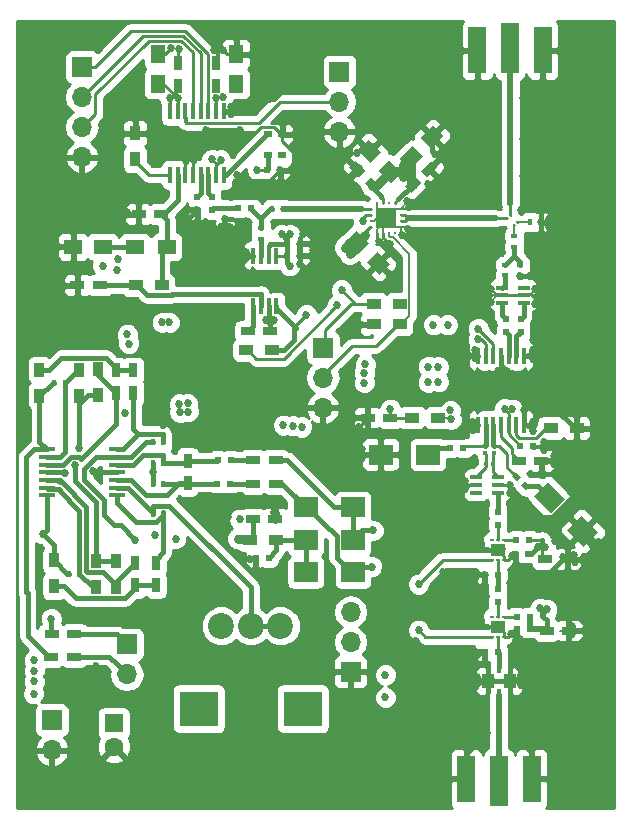
<source format=gbr>
G04 #@! TF.FileFunction,Copper,L1,Top,Signal*
%FSLAX46Y46*%
G04 Gerber Fmt 4.6, Leading zero omitted, Abs format (unit mm)*
G04 Created by KiCad (PCBNEW 4.0.7) date Wed Apr 18 22:23:55 2018*
%MOMM*%
%LPD*%
G01*
G04 APERTURE LIST*
%ADD10C,0.100000*%
%ADD11R,0.750000X1.200000*%
%ADD12R,0.400000X0.600000*%
%ADD13R,0.600000X0.500000*%
%ADD14R,1.200000X0.750000*%
%ADD15R,1.250000X1.500000*%
%ADD16R,1.500000X1.250000*%
%ADD17R,0.500000X0.600000*%
%ADD18R,0.350000X0.300000*%
%ADD19R,1.600000X1.600000*%
%ADD20C,1.600000*%
%ADD21R,1.000000X1.300000*%
%ADD22R,0.350000X1.000000*%
%ADD23R,1.500000X4.250000*%
%ADD24R,1.500000X3.950000*%
%ADD25R,1.700000X1.700000*%
%ADD26O,1.700000X1.700000*%
%ADD27R,0.300000X0.350000*%
%ADD28R,0.600000X0.400000*%
%ADD29R,1.200000X0.900000*%
%ADD30R,1.500000X1.300000*%
%ADD31R,0.900000X1.200000*%
%ADD32R,2.000000X1.700000*%
%ADD33C,2.200000*%
%ADD34R,3.300000X3.000000*%
%ADD35R,1.000000X0.350000*%
%ADD36R,0.400000X1.350000*%
%ADD37R,0.800000X0.600000*%
%ADD38R,0.350000X1.400000*%
%ADD39R,0.275000X0.230000*%
%ADD40R,0.230000X0.275000*%
%ADD41R,0.450000X1.450000*%
%ADD42R,0.300000X0.286000*%
%ADD43R,1.300000X1.100000*%
%ADD44R,1.450000X0.450000*%
%ADD45C,0.685800*%
%ADD46C,0.381000*%
%ADD47C,0.400000*%
%ADD48C,0.250000*%
%ADD49C,0.762000*%
%ADD50C,0.152400*%
%ADD51C,0.500000*%
%ADD52C,0.254000*%
G04 APERTURE END LIST*
D10*
D11*
X109105700Y-130266400D03*
X109105700Y-132166400D03*
D12*
X113150000Y-138100000D03*
X112250000Y-138100000D03*
D13*
X123600000Y-120550000D03*
X124700000Y-120550000D03*
X123600000Y-119550000D03*
X124700000Y-119550000D03*
D14*
X122200000Y-126950000D03*
X120300000Y-126950000D03*
D11*
X117600000Y-106150000D03*
X117600000Y-104250000D03*
D15*
X119300000Y-106000000D03*
X119300000Y-103500000D03*
D11*
X114350000Y-106150000D03*
X114350000Y-104250000D03*
D15*
X112650000Y-106000000D03*
X112650000Y-103500000D03*
D14*
X112950000Y-117050000D03*
X111050000Y-117050000D03*
D13*
X121950000Y-113300000D03*
X123050000Y-113300000D03*
D14*
X107750000Y-123050000D03*
X105850000Y-123050000D03*
D16*
X108000000Y-119800000D03*
X105500000Y-119800000D03*
D17*
X117250000Y-115550000D03*
X117250000Y-116650000D03*
X116000000Y-115550000D03*
X116000000Y-116650000D03*
D10*
G36*
X131606078Y-114709044D02*
X131075748Y-115239374D01*
X130227220Y-114390846D01*
X130757550Y-113860516D01*
X131606078Y-114709044D01*
X131606078Y-114709044D01*
G37*
G36*
X130262576Y-113365542D02*
X129732246Y-113895872D01*
X128883718Y-113047344D01*
X129414048Y-112517014D01*
X130262576Y-113365542D01*
X130262576Y-113365542D01*
G37*
G36*
X133339184Y-113548331D02*
X132455300Y-114432215D01*
X131394640Y-113371555D01*
X132278524Y-112487671D01*
X133339184Y-113548331D01*
X133339184Y-113548331D01*
G37*
G36*
X131571418Y-111780565D02*
X130687534Y-112664449D01*
X129626874Y-111603789D01*
X130510758Y-110719905D01*
X131571418Y-111780565D01*
X131571418Y-111780565D01*
G37*
G36*
X134027729Y-113206155D02*
X133143845Y-112322271D01*
X134204505Y-111261611D01*
X135088389Y-112145495D01*
X134027729Y-113206155D01*
X134027729Y-113206155D01*
G37*
G36*
X135795495Y-111438389D02*
X134911611Y-110554505D01*
X135972271Y-109493845D01*
X136856155Y-110377729D01*
X135795495Y-111438389D01*
X135795495Y-111438389D01*
G37*
G36*
X134119150Y-115211180D02*
X133588820Y-114680850D01*
X134437348Y-113832322D01*
X134967678Y-114362652D01*
X134119150Y-115211180D01*
X134119150Y-115211180D01*
G37*
G36*
X135462652Y-113867678D02*
X134932322Y-113337348D01*
X135780850Y-112488820D01*
X136311180Y-113019150D01*
X135462652Y-113867678D01*
X135462652Y-113867678D01*
G37*
G36*
X128598245Y-119322129D02*
X129482129Y-118438245D01*
X130542789Y-119498905D01*
X129658905Y-120382789D01*
X128598245Y-119322129D01*
X128598245Y-119322129D01*
G37*
G36*
X130366011Y-121089895D02*
X131249895Y-120206011D01*
X132310555Y-121266671D01*
X131426671Y-122150555D01*
X130366011Y-121089895D01*
X130366011Y-121089895D01*
G37*
D14*
X132350000Y-134250000D03*
X130450000Y-134250000D03*
D13*
X122050000Y-146150000D03*
X120950000Y-146150000D03*
D14*
X120700000Y-142850000D03*
X122600000Y-142850000D03*
D13*
X143350000Y-136650000D03*
X144450000Y-136650000D03*
D14*
X122650000Y-139850000D03*
X120750000Y-139850000D03*
D18*
X140350000Y-137230000D03*
X140350000Y-136670000D03*
D14*
X122650000Y-137850000D03*
X120750000Y-137850000D03*
D18*
X141150000Y-137230000D03*
X141150000Y-136670000D03*
D17*
X142150000Y-125900000D03*
X142150000Y-127000000D03*
X143400000Y-125900000D03*
X143400000Y-127000000D03*
D14*
X143250000Y-137900000D03*
X145150000Y-137900000D03*
X145585100Y-152285700D03*
X147485100Y-152285700D03*
D13*
X144148900Y-152146000D03*
X143048900Y-152146000D03*
D14*
X145481000Y-146253200D03*
X147381000Y-146253200D03*
D13*
X144056100Y-145770600D03*
X142956100Y-145770600D03*
D11*
X112509300Y-146535100D03*
X112509300Y-148435100D03*
X110782100Y-148450300D03*
X110782100Y-146550300D03*
X110578900Y-132156200D03*
X110578900Y-130256200D03*
D14*
X103700000Y-152600000D03*
X105600000Y-152600000D03*
D11*
X115200000Y-137900000D03*
X115200000Y-139800000D03*
D14*
X103650000Y-154500000D03*
X105550000Y-154500000D03*
D19*
X108950000Y-160150000D03*
D20*
X108950000Y-162150000D03*
D21*
X140650000Y-156550000D03*
X142450000Y-156550000D03*
D22*
X141550000Y-155350000D03*
X141550000Y-157750000D03*
D23*
X142500000Y-103000000D03*
D24*
X145270000Y-103150000D03*
X139730000Y-103150000D03*
D25*
X106250000Y-104580000D03*
D26*
X106250000Y-107120000D03*
X106250000Y-109660000D03*
X106250000Y-112200000D03*
D23*
X141550000Y-165000000D03*
D24*
X138780000Y-164850000D03*
X144320000Y-164850000D03*
D25*
X110050000Y-153460000D03*
D26*
X110050000Y-156000000D03*
D25*
X103700000Y-159860000D03*
D26*
X103700000Y-162400000D03*
D27*
X140470000Y-138150000D03*
X141030000Y-138150000D03*
D13*
X138550000Y-136850000D03*
X137450000Y-136850000D03*
D10*
G36*
X142622182Y-139225736D02*
X142975736Y-138872182D01*
X143400000Y-139296446D01*
X143046446Y-139650000D01*
X142622182Y-139225736D01*
X142622182Y-139225736D01*
G37*
G36*
X143400000Y-140003554D02*
X143753554Y-139650000D01*
X144177818Y-140074264D01*
X143824264Y-140427818D01*
X143400000Y-140003554D01*
X143400000Y-140003554D01*
G37*
D13*
X144100000Y-144600000D03*
X143000000Y-144600000D03*
X144150000Y-151100000D03*
X143050000Y-151100000D03*
D17*
X141450000Y-149900000D03*
X141450000Y-148800000D03*
X141450000Y-143350000D03*
X141450000Y-142250000D03*
D13*
X141450000Y-147550000D03*
X140350000Y-147550000D03*
X141450000Y-154100000D03*
X140350000Y-154100000D03*
X118800000Y-139850000D03*
X117700000Y-139850000D03*
X118850000Y-137850000D03*
X117750000Y-137850000D03*
D12*
X144200000Y-117700000D03*
X145100000Y-117700000D03*
D28*
X142850000Y-118900000D03*
X142850000Y-119800000D03*
X142100000Y-121300000D03*
X142100000Y-122200000D03*
X143350000Y-121350000D03*
X143350000Y-122250000D03*
D29*
X120150000Y-128550000D03*
X122350000Y-128550000D03*
X113000000Y-123050000D03*
X110800000Y-123050000D03*
D28*
X121400000Y-119100000D03*
X121400000Y-118200000D03*
D12*
X122350000Y-116600000D03*
X123250000Y-116600000D03*
D30*
X113450000Y-119800000D03*
X110750000Y-119800000D03*
D13*
X120600000Y-116550000D03*
X119500000Y-116550000D03*
D28*
X118350000Y-116550000D03*
X118350000Y-117450000D03*
D31*
X110750000Y-112400000D03*
X110750000Y-110200000D03*
D29*
X133150000Y-124600000D03*
X130950000Y-124600000D03*
X133150000Y-126350000D03*
X130950000Y-126350000D03*
X120500000Y-144600000D03*
X122700000Y-144600000D03*
X134200000Y-134250000D03*
X136400000Y-134250000D03*
D32*
X125200000Y-144600000D03*
X129200000Y-144600000D03*
X125200000Y-147350000D03*
X129200000Y-147350000D03*
X125200000Y-141850000D03*
X129200000Y-141850000D03*
D29*
X145950000Y-135150000D03*
X148150000Y-135150000D03*
D32*
X135550000Y-137400000D03*
X131550000Y-137400000D03*
D10*
G36*
X144527638Y-140929720D02*
X145729720Y-139727638D01*
X147143934Y-141141852D01*
X145941852Y-142343934D01*
X144527638Y-140929720D01*
X144527638Y-140929720D01*
G37*
G36*
X147356066Y-143758148D02*
X148558148Y-142556066D01*
X149972362Y-143970280D01*
X148770280Y-145172362D01*
X147356066Y-143758148D01*
X147356066Y-143758148D01*
G37*
D12*
X112250000Y-139850000D03*
X113150000Y-139850000D03*
X113150000Y-142400000D03*
X112250000Y-142400000D03*
X112250000Y-136350000D03*
X113150000Y-136350000D03*
D33*
X120550000Y-151900000D03*
X118050000Y-151900000D03*
X123050000Y-151900000D03*
D34*
X124950000Y-158900000D03*
X116150000Y-158900000D03*
D35*
X141450000Y-140600000D03*
X139650000Y-140600000D03*
X139650000Y-139300000D03*
X141450000Y-139300000D03*
X141450000Y-139950000D03*
X139650000Y-139950000D03*
X141850000Y-123250000D03*
X143650000Y-123250000D03*
X143650000Y-124550000D03*
X141850000Y-124550000D03*
X141850000Y-123900000D03*
X143650000Y-123900000D03*
D10*
G36*
X142669688Y-117911109D02*
X142811109Y-117769688D01*
X143030312Y-117988891D01*
X142888891Y-118130312D01*
X142669688Y-117911109D01*
X142669688Y-117911109D01*
G37*
G36*
X142917176Y-117663621D02*
X143058597Y-117522200D01*
X143277800Y-117741403D01*
X143136379Y-117882824D01*
X142917176Y-117663621D01*
X142917176Y-117663621D01*
G37*
G36*
X142323206Y-117069651D02*
X142464627Y-116928230D01*
X142683830Y-117147433D01*
X142542409Y-117288854D01*
X142323206Y-117069651D01*
X142323206Y-117069651D01*
G37*
G36*
X142075718Y-117317139D02*
X142217139Y-117175718D01*
X142436342Y-117394921D01*
X142294921Y-117536342D01*
X142075718Y-117317139D01*
X142075718Y-117317139D01*
G37*
D36*
X122050000Y-124850000D03*
X121400000Y-124850000D03*
X120750000Y-124850000D03*
X122700000Y-124850000D03*
X120750000Y-120550000D03*
X121400000Y-120550000D03*
X122050000Y-120550000D03*
X122700000Y-120550000D03*
D37*
X123200000Y-112050000D03*
X123200000Y-110250000D03*
X122000000Y-110250000D03*
X122000000Y-112050000D03*
D38*
X113700000Y-113700000D03*
X114350000Y-113700000D03*
X115000000Y-113700000D03*
X115650000Y-113700000D03*
X116300000Y-113700000D03*
X116950000Y-113700000D03*
X117600000Y-113700000D03*
X118250000Y-113700000D03*
X113700000Y-108300000D03*
X114350000Y-108300000D03*
X115000000Y-108300000D03*
X115650000Y-108300000D03*
X116300000Y-108300000D03*
X116950000Y-108300000D03*
X117600000Y-108300000D03*
X118250000Y-108300000D03*
D39*
X130700000Y-116600000D03*
X130700000Y-117100000D03*
X130700000Y-117600000D03*
X130700000Y-118100000D03*
X133230000Y-116600000D03*
X133230000Y-117100000D03*
X133230000Y-117600000D03*
X133230000Y-118100000D03*
D40*
X131215000Y-116085000D03*
X131715000Y-116085000D03*
X132215000Y-116085000D03*
X132715000Y-116085000D03*
X131215000Y-118615000D03*
X131715000Y-118615000D03*
X132215000Y-118615000D03*
X132715000Y-118615000D03*
D25*
X131965000Y-117350000D03*
D41*
X139770911Y-134900000D03*
X140420911Y-134900000D03*
X141070911Y-134900000D03*
X141720911Y-134900000D03*
X142370911Y-134900000D03*
X143020911Y-134900000D03*
X143670911Y-134900000D03*
X143670911Y-129000000D03*
X143020911Y-129000000D03*
X142370911Y-129000000D03*
X141720911Y-129000000D03*
X141070911Y-129000000D03*
X140420911Y-129000000D03*
X139770911Y-129000000D03*
D42*
X141950000Y-151100000D03*
X140950000Y-151100000D03*
X140950000Y-152800000D03*
X141950000Y-152800000D03*
X141450000Y-152800000D03*
X141450000Y-151100000D03*
D43*
X141450000Y-151950000D03*
D42*
X141950000Y-144600000D03*
X140950000Y-144600000D03*
X140950000Y-146300000D03*
X141950000Y-146300000D03*
X141450000Y-146300000D03*
X141450000Y-144600000D03*
D43*
X141450000Y-145450000D03*
D44*
X103300000Y-136950000D03*
X103300000Y-137600000D03*
X103300000Y-138250000D03*
X103300000Y-138900000D03*
X103300000Y-139550000D03*
X103300000Y-140200000D03*
X103300000Y-140850000D03*
X109200000Y-140850000D03*
X109200000Y-140200000D03*
X109200000Y-139550000D03*
X109200000Y-138900000D03*
X109200000Y-138250000D03*
X109200000Y-137600000D03*
X109200000Y-136950000D03*
D31*
X103886000Y-148547000D03*
X103886000Y-146347000D03*
D12*
X105137800Y-147472400D03*
X106037800Y-147472400D03*
D31*
X107429300Y-148602700D03*
X107429300Y-146402700D03*
X109156500Y-148597800D03*
X109156500Y-146397800D03*
X107569000Y-132341800D03*
X107569000Y-130141800D03*
X105994200Y-132397500D03*
X105994200Y-130197500D03*
D12*
X104818600Y-131318000D03*
X103918600Y-131318000D03*
D31*
X102654100Y-130230700D03*
X102654100Y-132430700D03*
D25*
X128050000Y-104960000D03*
D26*
X128050000Y-107500000D03*
X128050000Y-110040000D03*
D25*
X126644400Y-128333500D03*
D26*
X126644400Y-130873500D03*
X126644400Y-133413500D03*
D25*
X128993900Y-155790900D03*
D26*
X128993900Y-153250900D03*
X128993900Y-150710900D03*
D45*
X116600000Y-118800000D03*
X129300000Y-161400000D03*
X129950000Y-166250000D03*
X132800000Y-164600000D03*
X135950000Y-165950000D03*
X134500000Y-153150000D03*
X134700000Y-155050000D03*
X134900000Y-156950000D03*
X135300000Y-160350000D03*
X135450000Y-163500000D03*
X122050000Y-107250000D03*
X119600000Y-109900000D03*
X116750000Y-109897711D03*
X114400000Y-109950000D03*
X131300000Y-103650000D03*
X109250000Y-114150000D03*
X102300000Y-115200000D03*
X103250000Y-101300000D03*
X101600000Y-105650000D03*
X103700000Y-108850000D03*
X101600000Y-112950000D03*
X106250000Y-115950000D03*
X114600000Y-117900000D03*
X115400000Y-121900000D03*
X134950000Y-106900000D03*
X137750000Y-113700000D03*
X127300000Y-122800000D03*
X127200000Y-118500000D03*
X117150000Y-101100000D03*
X122350000Y-101900000D03*
X129050000Y-115600000D03*
X125800000Y-115150000D03*
X125800000Y-112550000D03*
X125350000Y-108800000D03*
X124650000Y-105150000D03*
X127950000Y-101650000D03*
X131950000Y-106550000D03*
X133050000Y-103250000D03*
X136700000Y-102500000D03*
X137150000Y-106500000D03*
X138750000Y-109250000D03*
X137900000Y-157050000D03*
X137650000Y-160650000D03*
X137800000Y-124650000D03*
X136400000Y-121300000D03*
X147900000Y-132000000D03*
X148350000Y-129400000D03*
X148500000Y-126500000D03*
X146850000Y-122850000D03*
X150750000Y-120850000D03*
X148200000Y-118000000D03*
X150450000Y-115250000D03*
X148900000Y-111300000D03*
X150400000Y-108950000D03*
X147900000Y-102450000D03*
X148100000Y-105750000D03*
X146550000Y-108900000D03*
X146300000Y-112350000D03*
X146050000Y-115050000D03*
X143450000Y-116700000D03*
X143600000Y-113800000D03*
X143600000Y-110650000D03*
X143600000Y-107200000D03*
X141400000Y-107250000D03*
X141400000Y-110650000D03*
X141500000Y-113650000D03*
X141550000Y-116400000D03*
X138750000Y-116250000D03*
X136500000Y-116250000D03*
X136550000Y-118450000D03*
X138750000Y-118450000D03*
X141750000Y-118350000D03*
X140250000Y-120500000D03*
X145550000Y-127900000D03*
X145450000Y-130550000D03*
X139050000Y-131400000D03*
X141450000Y-131900000D03*
X144150000Y-131950000D03*
X142650000Y-142200000D03*
X148100000Y-139400000D03*
X150000000Y-146350000D03*
X144750000Y-148500000D03*
X147100000Y-149250000D03*
X150250000Y-149800000D03*
X149050000Y-152200000D03*
X150250000Y-154150000D03*
X149450000Y-157200000D03*
X150350000Y-159950000D03*
X149150000Y-162100000D03*
X149850000Y-165250000D03*
X147050000Y-166400000D03*
X147500000Y-163750000D03*
X146400000Y-161450000D03*
X147100000Y-159250000D03*
X147000000Y-157450000D03*
X145750000Y-155100000D03*
X142800000Y-155150000D03*
X144100000Y-156450000D03*
X144700000Y-159950000D03*
X142650000Y-158950000D03*
X142650000Y-160900000D03*
X137800000Y-139900000D03*
X137300000Y-142400000D03*
X134500000Y-143400000D03*
X134500000Y-146500000D03*
X138200000Y-144950000D03*
X136800000Y-147350000D03*
X137650000Y-149600000D03*
X140300000Y-149500000D03*
X139500000Y-151600000D03*
X140450000Y-158950000D03*
X140550000Y-160950000D03*
X107199231Y-138779051D03*
X113300000Y-131400000D03*
X143306800Y-153009600D03*
X147750000Y-151900000D03*
X134099300Y-129946400D03*
X133261100Y-131203700D03*
X112464190Y-144194645D03*
X109893090Y-133900000D03*
X132337381Y-119552611D03*
X131500000Y-119350000D03*
X131622800Y-121424700D03*
X131102100Y-120878600D03*
X145300000Y-104600000D03*
X145300000Y-103700000D03*
X145300000Y-102700000D03*
X145300000Y-101700000D03*
X139700000Y-103700000D03*
X139700000Y-104600000D03*
X139700000Y-101700000D03*
X139730000Y-102700000D03*
X115600000Y-135000000D03*
X128780473Y-133456934D03*
X128744645Y-136044645D03*
X130450000Y-134250000D03*
X125645302Y-136400000D03*
X113100000Y-134900000D03*
X107550000Y-155950000D03*
X107450000Y-155250000D03*
X144300000Y-166400000D03*
X144300000Y-164400000D03*
X138800000Y-166400000D03*
X138800000Y-165400000D03*
X144300000Y-163400000D03*
X138800000Y-163400000D03*
X144320000Y-165400000D03*
X138780000Y-164300000D03*
X118650000Y-142700000D03*
X118650000Y-143750000D03*
X128600000Y-139700000D03*
X128700000Y-137600000D03*
X128700000Y-136800000D03*
X142650000Y-145950000D03*
X142600000Y-152550000D03*
X141750000Y-151950000D03*
X141100000Y-151950000D03*
X131950000Y-147200000D03*
X130750000Y-152250000D03*
X132300000Y-159600000D03*
X132000000Y-161700000D03*
X146250000Y-138150000D03*
X141850000Y-145400000D03*
X141150000Y-145400000D03*
X139550000Y-147950000D03*
X139600000Y-147300000D03*
X140350000Y-147550000D03*
X139322721Y-134600000D03*
X139322721Y-135300000D03*
X139522721Y-128500000D03*
X139522721Y-129250000D03*
X142450000Y-156550000D03*
X140650000Y-156550000D03*
X139450000Y-154700000D03*
X139450000Y-154000000D03*
X143450000Y-156900000D03*
X143400000Y-156050000D03*
X139600000Y-156950000D03*
X139700000Y-156200000D03*
X124715984Y-121265869D03*
X146315380Y-144676310D03*
X118750000Y-118150000D03*
X118896719Y-107927539D03*
X103100000Y-126250000D03*
X104250000Y-121900000D03*
X104250000Y-121000000D03*
X105500000Y-121400000D03*
X105900000Y-123100000D03*
X108210000Y-126250000D03*
X104250000Y-126250000D03*
X122500000Y-142250000D03*
X122600000Y-142850000D03*
X129719645Y-135069645D03*
X133900000Y-128350000D03*
X133311900Y-129946400D03*
X134099300Y-131229100D03*
X134800000Y-139100000D03*
X133850000Y-139100000D03*
X132850000Y-139000000D03*
X129800000Y-140200000D03*
X129600000Y-139200000D03*
X117950000Y-134450000D03*
X118450000Y-133900000D03*
X117950000Y-133262000D03*
X107500000Y-157600000D03*
X107500000Y-156750000D03*
X124950000Y-118750000D03*
X129050000Y-114000000D03*
X129550000Y-111850000D03*
X136150000Y-111950000D03*
X135550000Y-114450000D03*
X118050000Y-118150000D03*
X118350000Y-117450000D03*
X135621751Y-113178249D03*
X135883883Y-110466117D03*
X133809941Y-115959941D03*
X140500000Y-123900000D03*
X140850000Y-124450000D03*
X140854698Y-123350000D03*
X144650000Y-124650000D03*
X144950000Y-124000000D03*
X144645302Y-123400000D03*
X145800000Y-118150000D03*
X145800000Y-117450000D03*
X145100000Y-117700000D03*
X130000000Y-137650000D03*
X130000000Y-136950000D03*
X131550000Y-137400000D03*
X141450000Y-130350000D03*
X142200000Y-130300000D03*
X144400000Y-129300000D03*
X144450000Y-128550000D03*
X143650000Y-133600000D03*
X147000000Y-146100000D03*
X147750000Y-152600000D03*
X119400000Y-113750000D03*
X119000000Y-112050000D03*
X144200000Y-122250000D03*
X143350000Y-122250000D03*
X148000000Y-146500000D03*
X147950000Y-145850000D03*
X147100000Y-144600000D03*
X150050000Y-144750000D03*
X149550000Y-145250000D03*
X148664214Y-143864214D03*
X148150000Y-135150000D03*
X144400000Y-135350000D03*
X144400000Y-134650000D03*
X145400000Y-137000000D03*
X145350000Y-136350000D03*
X146250000Y-137500000D03*
X145150000Y-137900000D03*
X142450000Y-140600000D03*
X142500000Y-139950000D03*
X138650000Y-140300000D03*
X138650000Y-139650000D03*
X118850000Y-108550000D03*
X117457717Y-103144661D03*
X114455920Y-103021359D03*
X110750000Y-110200000D03*
X115750000Y-112450000D03*
X115050000Y-112500000D03*
X118150000Y-103100000D03*
X119300000Y-103500000D03*
X117600000Y-104250000D03*
X113800000Y-103000000D03*
X124700000Y-120550000D03*
X124700000Y-119550000D03*
X112650000Y-103500000D03*
X114350000Y-104250000D03*
X129700000Y-113100000D03*
X130766058Y-111552120D03*
X133322791Y-118802303D03*
X133850000Y-118300000D03*
X120450000Y-146200000D03*
X132350000Y-117750000D03*
X131550000Y-117750000D03*
X132400000Y-116900000D03*
X129800000Y-126350000D03*
X133900000Y-116400000D03*
X131550000Y-116900000D03*
X110100000Y-116850000D03*
X105500000Y-119800000D03*
X123200000Y-110250000D03*
X123050000Y-113300000D03*
X116000000Y-116650000D03*
X122550000Y-126020302D03*
X121850000Y-126000000D03*
X119850000Y-121000000D03*
X120150000Y-120200000D03*
X130750000Y-156950000D03*
X145618200Y-150482300D03*
X145050000Y-150400000D03*
X144830800Y-145223690D03*
X145465800Y-145173700D03*
X109300000Y-120850000D03*
X127850000Y-124750000D03*
X131940000Y-157950000D03*
X131940000Y-156050000D03*
X123150000Y-118750000D03*
X123850000Y-118750000D03*
X123850000Y-121400000D03*
X108000000Y-121400000D03*
X109250000Y-121750000D03*
X133150000Y-124600000D03*
X118000000Y-112450000D03*
X117250000Y-112400000D03*
X121100000Y-113300000D03*
X117567909Y-107202247D03*
X119300000Y-106000000D03*
X117600000Y-106150000D03*
X118200000Y-107104698D03*
X112650000Y-106000000D03*
X114350000Y-106150000D03*
X113700000Y-107200000D03*
X114350000Y-107200000D03*
X136410700Y-131229100D03*
X136410700Y-129971800D03*
X128917700Y-120434100D03*
X128498600Y-119862600D03*
X119450000Y-144500000D03*
X120500000Y-144600000D03*
X119600000Y-142850000D03*
X120700000Y-142850000D03*
X134200000Y-134250000D03*
X134278249Y-114521751D03*
X130789796Y-114656388D03*
X134116117Y-112233883D03*
X132200000Y-113600000D03*
X137200000Y-126400000D03*
X136000000Y-126400000D03*
X135572500Y-129946400D03*
X135572500Y-131254500D03*
X132350000Y-133550000D03*
X132350000Y-134250000D03*
X133450000Y-113850000D03*
X133450000Y-113350000D03*
X105665117Y-138239490D03*
X106031223Y-136868873D03*
X112250000Y-138900000D03*
X104813100Y-138925300D03*
X110200000Y-128000000D03*
X110100000Y-127200000D03*
X113650000Y-126200000D03*
X113050000Y-126200000D03*
X130150000Y-131300000D03*
X130150000Y-130450000D03*
X130250000Y-129750000D03*
X123300000Y-134900000D03*
X124100000Y-134950000D03*
X124850000Y-135050000D03*
X114200000Y-144500000D03*
X102200000Y-154800000D03*
X102200000Y-155700000D03*
X114550000Y-133800000D03*
X114500000Y-133100000D03*
X115250000Y-133750000D03*
X115200000Y-133050000D03*
X102150000Y-157650000D03*
X102200000Y-156600000D03*
X125250000Y-125550000D03*
X130067198Y-117602000D03*
X128244600Y-123456700D03*
X134750000Y-152250000D03*
X134750000Y-148350000D03*
X142700000Y-133550000D03*
X137500000Y-134400000D03*
X137450000Y-133650000D03*
X142050000Y-133500000D03*
X136400000Y-134250000D03*
X130800000Y-146900000D03*
X139809330Y-127640670D03*
X130900000Y-143800000D03*
X139800000Y-126750000D03*
X110750000Y-144600000D03*
X103650000Y-151300000D03*
X102950000Y-144100000D03*
D46*
X142650000Y-158950000D02*
X143700000Y-158950000D01*
X143700000Y-158950000D02*
X144700000Y-159950000D01*
X132800000Y-164600000D02*
X129600000Y-161400000D01*
X129600000Y-161400000D02*
X129300000Y-161400000D01*
X132800000Y-164600000D02*
X131600000Y-164600000D01*
X131600000Y-164600000D02*
X129950000Y-166250000D01*
X135950000Y-165950000D02*
X134150000Y-165950000D01*
X134150000Y-165950000D02*
X132800000Y-164600000D01*
X135450000Y-163500000D02*
X135450000Y-165450000D01*
X135450000Y-165450000D02*
X135950000Y-165950000D01*
X134700000Y-155050000D02*
X134700000Y-153350000D01*
X134700000Y-153350000D02*
X134500000Y-153150000D01*
X134900000Y-156950000D02*
X134900000Y-155250000D01*
X134900000Y-155250000D02*
X134700000Y-155050000D01*
X135300000Y-160350000D02*
X135300000Y-157350000D01*
X135300000Y-157350000D02*
X134900000Y-156950000D01*
X135450000Y-163500000D02*
X135450000Y-160500000D01*
X135450000Y-160500000D02*
X135300000Y-160350000D01*
X137650000Y-160650000D02*
X137650000Y-161300000D01*
X137650000Y-161300000D02*
X135450000Y-163500000D01*
X122050000Y-107250000D02*
X122550000Y-107250000D01*
X122550000Y-107250000D02*
X124650000Y-105150000D01*
X116750000Y-109897711D02*
X119597711Y-109897711D01*
X119597711Y-109897711D02*
X119600000Y-109900000D01*
X110750000Y-110200000D02*
X114150000Y-110200000D01*
X114150000Y-110200000D02*
X114400000Y-109950000D01*
X127950000Y-101650000D02*
X129300000Y-101650000D01*
X129300000Y-101650000D02*
X131300000Y-103650000D01*
X101600000Y-105650000D02*
X103250000Y-104000000D01*
X103250000Y-104000000D02*
X103250000Y-101300000D01*
X101600000Y-110750000D02*
X103500000Y-108850000D01*
X103500000Y-108850000D02*
X103700000Y-108850000D01*
X101600000Y-112950000D02*
X101600000Y-110750000D01*
X110100000Y-116850000D02*
X107150000Y-116850000D01*
X107150000Y-116850000D02*
X106250000Y-115950000D01*
X114600000Y-117900000D02*
X114750000Y-117900000D01*
X114750000Y-117900000D02*
X116000000Y-116650000D01*
X119850000Y-121000000D02*
X116300000Y-121000000D01*
X116300000Y-121000000D02*
X115400000Y-121900000D01*
X141500000Y-113650000D02*
X137800000Y-113650000D01*
X137800000Y-113650000D02*
X137750000Y-113700000D01*
X124700000Y-119550000D02*
X126150000Y-119550000D01*
X126150000Y-119550000D02*
X127200000Y-118500000D01*
X124650000Y-105150000D02*
X124650000Y-104200000D01*
X124650000Y-104200000D02*
X122350000Y-101900000D01*
X125800000Y-115150000D02*
X128600000Y-115150000D01*
X128600000Y-115150000D02*
X129050000Y-115600000D01*
X125350000Y-108800000D02*
X125800000Y-109250000D01*
X125800000Y-109250000D02*
X125800000Y-112550000D01*
X127950000Y-101650000D02*
X124650000Y-104950000D01*
X124650000Y-104950000D02*
X124650000Y-105150000D01*
X133050000Y-103250000D02*
X133050000Y-105450000D01*
X133050000Y-105450000D02*
X131950000Y-106550000D01*
X137150000Y-106500000D02*
X136700000Y-106050000D01*
X136700000Y-106050000D02*
X136700000Y-102500000D01*
X141550000Y-110650000D02*
X140150000Y-110650000D01*
X140150000Y-110650000D02*
X138750000Y-109250000D01*
X137900000Y-157050000D02*
X137900000Y-156250000D01*
X137900000Y-156250000D02*
X139450000Y-154700000D01*
X140550000Y-158950000D02*
X139350000Y-158950000D01*
X139350000Y-158950000D02*
X137650000Y-160650000D01*
X137800000Y-124650000D02*
X139750000Y-124650000D01*
X139750000Y-124650000D02*
X140500000Y-123900000D01*
X136900000Y-118300000D02*
X136600000Y-118300000D01*
X138750000Y-118300000D02*
X136900000Y-118300000D01*
X136900000Y-118300000D02*
X136900000Y-120800000D01*
X136900000Y-120800000D02*
X136400000Y-121300000D01*
X148350000Y-129400000D02*
X148350000Y-131550000D01*
X148350000Y-131550000D02*
X147900000Y-132000000D01*
X148500000Y-124500000D02*
X148500000Y-126500000D01*
X146850000Y-122850000D02*
X148500000Y-124500000D01*
X148200000Y-118000000D02*
X150750000Y-120550000D01*
X150750000Y-120550000D02*
X150750000Y-120850000D01*
X148900000Y-113700000D02*
X150450000Y-115250000D01*
X148900000Y-111300000D02*
X148900000Y-113700000D01*
X147900000Y-102450000D02*
X150400000Y-104950000D01*
X150400000Y-104950000D02*
X150400000Y-108950000D01*
X146550000Y-108900000D02*
X146550000Y-107300000D01*
X146550000Y-107300000D02*
X148100000Y-105750000D01*
X146050000Y-115050000D02*
X146050000Y-112600000D01*
X146050000Y-112600000D02*
X146300000Y-112350000D01*
X143600000Y-113800000D02*
X143600000Y-116550000D01*
X143600000Y-116550000D02*
X143450000Y-116700000D01*
X143600000Y-107200000D02*
X143600000Y-110600000D01*
X143600000Y-110600000D02*
X143550000Y-110650000D01*
X141550000Y-110650000D02*
X141550000Y-107400000D01*
X141550000Y-107400000D02*
X141400000Y-107250000D01*
X141550000Y-116400000D02*
X141550000Y-113700000D01*
X141550000Y-113700000D02*
X141500000Y-113650000D01*
X136500000Y-116350000D02*
X138700000Y-116350000D01*
X138700000Y-116350000D02*
X138750000Y-116400000D01*
X136600000Y-118300000D02*
X136550000Y-118350000D01*
X140250000Y-120500000D02*
X140250000Y-119850000D01*
X140250000Y-119850000D02*
X141750000Y-118350000D01*
X145450000Y-130550000D02*
X145450000Y-128000000D01*
X145450000Y-128000000D02*
X145550000Y-127900000D01*
X141450000Y-131900000D02*
X139550000Y-131900000D01*
X139550000Y-131900000D02*
X139050000Y-131400000D01*
X148150000Y-135150000D02*
X148000000Y-135150000D01*
X148000000Y-135150000D02*
X144800000Y-131950000D01*
X144800000Y-131950000D02*
X144150000Y-131950000D01*
X146083892Y-142686844D02*
X143136844Y-142686844D01*
X148100000Y-139400000D02*
X148100000Y-140670736D01*
X148100000Y-140670736D02*
X146083892Y-142686844D01*
X143136844Y-142686844D02*
X142650000Y-142200000D01*
X144750000Y-148500000D02*
X146900000Y-146350000D01*
X146900000Y-146350000D02*
X150000000Y-146350000D01*
X150250000Y-149800000D02*
X147650000Y-149800000D01*
X147650000Y-149800000D02*
X147100000Y-149250000D01*
X150250000Y-154150000D02*
X150250000Y-153400000D01*
X150250000Y-153400000D02*
X149050000Y-152200000D01*
X150350000Y-159950000D02*
X150350000Y-158100000D01*
X150350000Y-158100000D02*
X149450000Y-157200000D01*
X149850000Y-165250000D02*
X149850000Y-162800000D01*
X149850000Y-162800000D02*
X149150000Y-162100000D01*
X147500000Y-163750000D02*
X147500000Y-165950000D01*
X147500000Y-165950000D02*
X147050000Y-166400000D01*
X147100000Y-159250000D02*
X147100000Y-160750000D01*
X147100000Y-160750000D02*
X146400000Y-161450000D01*
X145750000Y-155100000D02*
X145750000Y-156200000D01*
X145750000Y-156200000D02*
X147000000Y-157450000D01*
X144100000Y-156450000D02*
X142800000Y-155150000D01*
X144300000Y-163400000D02*
X144300000Y-162600000D01*
X144300000Y-162600000D02*
X142600000Y-160900000D01*
X137800000Y-139900000D02*
X138400000Y-139900000D01*
X138400000Y-139900000D02*
X138650000Y-139650000D01*
X134500000Y-143400000D02*
X136300000Y-143400000D01*
X136300000Y-143400000D02*
X137300000Y-142400000D01*
X138200000Y-144950000D02*
X136050000Y-144950000D01*
X136050000Y-144950000D02*
X134500000Y-146500000D01*
X137650000Y-149600000D02*
X137650000Y-148200000D01*
X137650000Y-148200000D02*
X136800000Y-147350000D01*
X139500000Y-151600000D02*
X139500000Y-150300000D01*
X139500000Y-150300000D02*
X140300000Y-149500000D01*
X138800000Y-163400000D02*
X138800000Y-162700000D01*
X138800000Y-162700000D02*
X140550000Y-160950000D01*
X109200000Y-138900000D02*
X107320180Y-138900000D01*
X107320180Y-138900000D02*
X107199231Y-138779051D01*
D47*
X143048900Y-152146000D02*
X143004000Y-152146000D01*
X143004000Y-152146000D02*
X142600000Y-152550000D01*
X143048900Y-152146000D02*
X143048900Y-152751700D01*
X143048900Y-152751700D02*
X143306800Y-153009600D01*
D48*
X131715000Y-118615000D02*
X131715000Y-119002500D01*
X132265111Y-119552611D02*
X132337381Y-119552611D01*
X131715000Y-119002500D02*
X132265111Y-119552611D01*
X131215000Y-118615000D02*
X131215000Y-119065000D01*
X131215000Y-119065000D02*
X131500000Y-119350000D01*
D49*
X145270000Y-103150000D02*
X145750000Y-103150000D01*
D48*
X141950000Y-146300000D02*
X142300000Y-146300000D01*
X142300000Y-146300000D02*
X142650000Y-145950000D01*
X141950000Y-152800000D02*
X142350000Y-152800000D01*
X142350000Y-152800000D02*
X142600000Y-152550000D01*
X141950000Y-152800000D02*
X141950000Y-152450000D01*
X141950000Y-152450000D02*
X141450000Y-151950000D01*
X141950000Y-146300000D02*
X141950000Y-145950000D01*
X141950000Y-145950000D02*
X141450000Y-145450000D01*
D46*
X139665620Y-134957101D02*
X139322721Y-135300000D01*
X139722721Y-134900000D02*
X139665620Y-134957101D01*
X139770911Y-134900000D02*
X139722721Y-134900000D01*
X139770911Y-134900000D02*
X139728012Y-134942899D01*
X139728012Y-134942899D02*
X139665620Y-134942899D01*
X139665620Y-134942899D02*
X139322721Y-134600000D01*
X139770911Y-129000000D02*
X139522721Y-129248190D01*
X139537788Y-129000000D02*
X139522721Y-128984933D01*
X139522721Y-128984933D02*
X139522721Y-128500000D01*
X139522721Y-129248190D02*
X139522721Y-129250000D01*
X139770911Y-129000000D02*
X139537788Y-129000000D01*
X140350000Y-154100000D02*
X140050000Y-154100000D01*
X140050000Y-154100000D02*
X139450000Y-154700000D01*
X140350000Y-154100000D02*
X139550000Y-154100000D01*
X139550000Y-154100000D02*
X139450000Y-154000000D01*
X142450000Y-156550000D02*
X143100000Y-156550000D01*
X143100000Y-156550000D02*
X143450000Y-156900000D01*
X142450000Y-156550000D02*
X142900000Y-156550000D01*
X142900000Y-156550000D02*
X143400000Y-156050000D01*
X140650000Y-156550000D02*
X140000000Y-156550000D01*
X140000000Y-156550000D02*
X139600000Y-156950000D01*
X140650000Y-156550000D02*
X140050000Y-156550000D01*
X140050000Y-156550000D02*
X139700000Y-156200000D01*
X124684183Y-119503372D02*
X124684183Y-119018439D01*
X124700000Y-119550000D02*
X124684183Y-119534183D01*
X124684183Y-119534183D02*
X124684183Y-119503372D01*
D48*
X146391690Y-144600000D02*
X146315380Y-144676310D01*
X147100000Y-144600000D02*
X146391690Y-144600000D01*
X118896719Y-108078281D02*
X118896719Y-107927539D01*
X118675000Y-108300000D02*
X118896719Y-108078281D01*
X118250000Y-108300000D02*
X118675000Y-108300000D01*
D46*
X120950000Y-146150000D02*
X120500000Y-146150000D01*
X120500000Y-146150000D02*
X120450000Y-146200000D01*
D49*
X122600000Y-142850000D02*
X122600000Y-142350000D01*
X122600000Y-142350000D02*
X122500000Y-142250000D01*
D48*
X130494645Y-134294645D02*
X129719645Y-135069645D01*
D46*
X124700000Y-120550000D02*
X124700000Y-121200000D01*
X124700000Y-121200000D02*
X124850000Y-121350000D01*
X129700000Y-113100000D02*
X129700000Y-113350000D01*
X129700000Y-113350000D02*
X129050000Y-114000000D01*
X130766058Y-111552120D02*
X129847880Y-111552120D01*
X129847880Y-111552120D02*
X129550000Y-111850000D01*
X135883883Y-110466117D02*
X135883883Y-111683883D01*
X135883883Y-111683883D02*
X136150000Y-111950000D01*
D50*
X133809941Y-116042559D02*
X133809941Y-115959941D01*
X133252500Y-116600000D02*
X133809941Y-116042559D01*
X133230000Y-116600000D02*
X133252500Y-116600000D01*
D48*
X141850000Y-123900000D02*
X143650000Y-123900000D01*
D50*
X141850000Y-123900000D02*
X140500000Y-123900000D01*
X141850000Y-123900000D02*
X141400000Y-123900000D01*
X141400000Y-123900000D02*
X140850000Y-124450000D01*
X141850000Y-123900000D02*
X141404698Y-123900000D01*
X141404698Y-123900000D02*
X140854698Y-123350000D01*
X143650000Y-123900000D02*
X144302400Y-123900000D01*
X144302400Y-123900000D02*
X144650000Y-124247600D01*
X144650000Y-124247600D02*
X144650000Y-124650000D01*
X143650000Y-123900000D02*
X144850000Y-123900000D01*
X144850000Y-123900000D02*
X144950000Y-124000000D01*
X143650000Y-123900000D02*
X144145302Y-123900000D01*
X144145302Y-123900000D02*
X144645302Y-123400000D01*
D46*
X141720911Y-129000000D02*
X141720911Y-130079089D01*
X141720911Y-130079089D02*
X141450000Y-130350000D01*
X141720911Y-129000000D02*
X141720911Y-129820911D01*
X141720911Y-129820911D02*
X142200000Y-130300000D01*
X143670911Y-129000000D02*
X144100000Y-129000000D01*
X144100000Y-129000000D02*
X144400000Y-129300000D01*
X143670911Y-129000000D02*
X144000000Y-129000000D01*
X144000000Y-129000000D02*
X144450000Y-128550000D01*
X143670911Y-134900000D02*
X143670911Y-133620911D01*
X143670911Y-133620911D02*
X143650000Y-133600000D01*
D50*
X146750000Y-152300000D02*
X147450000Y-152300000D01*
X147450000Y-152300000D02*
X147750000Y-152600000D01*
X146750000Y-152300000D02*
X147350000Y-152300000D01*
X147350000Y-152300000D02*
X147750000Y-151900000D01*
D48*
X122200000Y-114100000D02*
X119750000Y-114100000D01*
X119750000Y-114100000D02*
X119400000Y-113750000D01*
X123050000Y-113300000D02*
X123000000Y-113300000D01*
X123000000Y-113300000D02*
X122200000Y-114100000D01*
X123100000Y-110250000D02*
X122522599Y-109672599D01*
X122522599Y-109672599D02*
X121377401Y-109672599D01*
X121377401Y-109672599D02*
X119000000Y-112050000D01*
D46*
X143350000Y-122250000D02*
X144200000Y-122250000D01*
X129700000Y-113100000D02*
X129700000Y-113000000D01*
X130766058Y-111552120D02*
X130766058Y-111216058D01*
D48*
X147000000Y-146100000D02*
X147600000Y-146100000D01*
X147600000Y-146100000D02*
X148000000Y-146500000D01*
X147000000Y-146100000D02*
X147700000Y-146100000D01*
X147700000Y-146100000D02*
X147950000Y-145850000D01*
D46*
X148664214Y-143864214D02*
X148664214Y-144364214D01*
X148664214Y-144364214D02*
X149550000Y-145250000D01*
D48*
X143670911Y-134900000D02*
X143950000Y-134900000D01*
X143950000Y-134900000D02*
X144400000Y-135350000D01*
X143670911Y-134900000D02*
X144150000Y-134900000D01*
X144150000Y-134900000D02*
X144400000Y-134650000D01*
X145050000Y-136650000D02*
X145400000Y-137000000D01*
X144450000Y-136650000D02*
X145050000Y-136650000D01*
X145050000Y-136650000D02*
X145350000Y-136350000D01*
X141450000Y-139950000D02*
X142200000Y-139950000D01*
X142200000Y-139950000D02*
X142450000Y-140200000D01*
X142450000Y-140200000D02*
X142450000Y-140600000D01*
X141450000Y-139950000D02*
X142500000Y-139950000D01*
X139650000Y-139950000D02*
X139000000Y-139950000D01*
X139000000Y-139950000D02*
X138650000Y-140300000D01*
X139650000Y-139950000D02*
X138950000Y-139950000D01*
X138950000Y-139950000D02*
X138650000Y-139650000D01*
X123100000Y-110250000D02*
X123200000Y-110250000D01*
X118250000Y-108300000D02*
X118600000Y-108300000D01*
X118600000Y-108300000D02*
X118850000Y-108550000D01*
X124150000Y-112750000D02*
X124150000Y-111750000D01*
X124150000Y-111750000D02*
X123200000Y-110800000D01*
X123200000Y-110800000D02*
X123200000Y-110250000D01*
X123050000Y-113300000D02*
X123600000Y-113300000D01*
X123600000Y-113300000D02*
X124150000Y-112750000D01*
X117502378Y-103100000D02*
X117457717Y-103144661D01*
X118150000Y-103100000D02*
X117502378Y-103100000D01*
X114350000Y-103127279D02*
X114455920Y-103021359D01*
X114350000Y-104250000D02*
X114350000Y-103127279D01*
X115650000Y-113700000D02*
X115650000Y-112550000D01*
X115650000Y-112550000D02*
X115750000Y-112450000D01*
X115000000Y-113700000D02*
X115000000Y-112550000D01*
X115000000Y-112550000D02*
X115050000Y-112500000D01*
X119300000Y-103500000D02*
X118550000Y-103500000D01*
X118550000Y-103500000D02*
X118150000Y-103100000D01*
X112650000Y-103500000D02*
X113300000Y-103500000D01*
X113300000Y-103500000D02*
X113800000Y-103000000D01*
D50*
X133230000Y-116600000D02*
X132715000Y-116600000D01*
X132715000Y-116600000D02*
X131965000Y-117350000D01*
X133230000Y-118100000D02*
X133230000Y-118709512D01*
X133230000Y-118709512D02*
X133322791Y-118802303D01*
X133230000Y-118100000D02*
X133650000Y-118100000D01*
X133650000Y-118100000D02*
X133850000Y-118300000D01*
X132400000Y-116900000D02*
X132400000Y-116915000D01*
X132400000Y-116915000D02*
X131965000Y-117350000D01*
X131550000Y-116900000D02*
X131550000Y-116935000D01*
X131550000Y-116935000D02*
X131965000Y-117350000D01*
D46*
X130950000Y-126350000D02*
X129800000Y-126350000D01*
D50*
X133230000Y-118100000D02*
X132715000Y-118100000D01*
X132715000Y-118100000D02*
X131965000Y-117350000D01*
X131715000Y-118615000D02*
X131715000Y-117600000D01*
X131715000Y-117600000D02*
X131965000Y-117350000D01*
X131215000Y-118615000D02*
X131215000Y-118325100D01*
X131215000Y-118325100D02*
X131965000Y-117575100D01*
X131965000Y-117575100D02*
X131965000Y-117350000D01*
X131215000Y-116085000D02*
X131215000Y-117374900D01*
X131215000Y-117374900D02*
X130989900Y-117600000D01*
X130989900Y-117600000D02*
X130700000Y-117600000D01*
X133230000Y-116600000D02*
X133700000Y-116600000D01*
X133700000Y-116600000D02*
X133900000Y-116400000D01*
D46*
X111050000Y-117050000D02*
X110300000Y-117050000D01*
X110300000Y-117050000D02*
X110100000Y-116850000D01*
X122200000Y-126950000D02*
X122200000Y-126370302D01*
X122200000Y-126370302D02*
X122550000Y-126020302D01*
X122200000Y-126950000D02*
X122200000Y-126350000D01*
X122200000Y-126350000D02*
X121850000Y-126000000D01*
X122050000Y-124850000D02*
X122050000Y-125906000D01*
X122050000Y-125906000D02*
X122164302Y-126020302D01*
X122164302Y-126020302D02*
X122550000Y-126020302D01*
X122050000Y-124850000D02*
X122050000Y-125800000D01*
X122050000Y-125800000D02*
X121850000Y-126000000D01*
X120400000Y-120550000D02*
X119950000Y-121000000D01*
X120750000Y-120550000D02*
X120400000Y-120550000D01*
X120400000Y-120550000D02*
X120050000Y-120200000D01*
X122600000Y-142850000D02*
X122375000Y-142850000D01*
D51*
X145250000Y-150850500D02*
X145618200Y-150482300D01*
X145250000Y-151100000D02*
X145250000Y-150600000D01*
X145250000Y-150600000D02*
X145050000Y-150400000D01*
X144150000Y-151100000D02*
X144150000Y-152144900D01*
X144150000Y-152144900D02*
X144148900Y-152146000D01*
X144148900Y-152146000D02*
X145445400Y-152146000D01*
X145445400Y-152146000D02*
X145585100Y-152285700D01*
D46*
X145250000Y-151100000D02*
X145585100Y-151435100D01*
X145585100Y-151435100D02*
X145585100Y-152285700D01*
X144056100Y-145770600D02*
X144283890Y-145770600D01*
X144283890Y-145770600D02*
X144830800Y-145223690D01*
X145173699Y-144880791D02*
X144830800Y-145223690D01*
X145200000Y-144854490D02*
X145173699Y-144880791D01*
X145200000Y-144600000D02*
X145200000Y-144854490D01*
X145200000Y-144600000D02*
X145200000Y-144907900D01*
X145200000Y-144907900D02*
X145465800Y-145173700D01*
D48*
X123322599Y-129277401D02*
X127850000Y-124750000D01*
X121027401Y-129277401D02*
X123322599Y-129277401D01*
X127507101Y-125092899D02*
X127850000Y-124750000D01*
X120150000Y-128550000D02*
X120300000Y-128550000D01*
X120300000Y-128550000D02*
X121027401Y-129277401D01*
D46*
X123600000Y-120550000D02*
X123600000Y-119550000D01*
X123600000Y-119550000D02*
X123600000Y-119200000D01*
X123600000Y-119200000D02*
X123150000Y-118750000D01*
X123600000Y-119550000D02*
X123600000Y-119000000D01*
X123600000Y-119000000D02*
X123850000Y-118750000D01*
X123600000Y-120550000D02*
X123600000Y-121150000D01*
X123600000Y-121150000D02*
X123850000Y-121400000D01*
X122050000Y-119700000D02*
X122200000Y-119550000D01*
X122200000Y-119550000D02*
X123600000Y-119550000D01*
D48*
X117600000Y-113700000D02*
X117600000Y-112850000D01*
X117600000Y-112850000D02*
X118000000Y-112450000D01*
X117600000Y-113700000D02*
X117600000Y-112750000D01*
X117600000Y-112750000D02*
X117250000Y-112400000D01*
X145200000Y-144600000D02*
X145200000Y-146000000D01*
X145200000Y-146000000D02*
X145100000Y-146100000D01*
X144100000Y-144600000D02*
X145200000Y-144600000D01*
X121950000Y-113300000D02*
X121100000Y-113300000D01*
X117600000Y-107234338D02*
X117567909Y-107202247D01*
X117600000Y-108300000D02*
X117600000Y-107234338D01*
X117600000Y-108300000D02*
X117600000Y-107219765D01*
X117600000Y-107219765D02*
X117715067Y-107104698D01*
X117715067Y-107104698D02*
X118200000Y-107104698D01*
X112650000Y-106000000D02*
X113150000Y-106000000D01*
X113150000Y-106000000D02*
X114350000Y-107200000D01*
X114350000Y-106150000D02*
X114350000Y-106550000D01*
X114350000Y-106550000D02*
X113700000Y-107200000D01*
X113700000Y-108300000D02*
X113700000Y-107200000D01*
X114350000Y-108300000D02*
X114350000Y-107200000D01*
X122050000Y-120550000D02*
X122050000Y-119700000D01*
X122700000Y-120550000D02*
X123600000Y-120550000D01*
D46*
X122000000Y-112050000D02*
X122000000Y-113250000D01*
X122000000Y-113250000D02*
X121950000Y-113300000D01*
X114350000Y-113700000D02*
X114350000Y-115875000D01*
X113175000Y-117050000D02*
X112950000Y-117050000D01*
X114350000Y-115875000D02*
X113175000Y-117050000D01*
X113450000Y-119800000D02*
X113450000Y-117550000D01*
X113450000Y-117550000D02*
X112950000Y-117050000D01*
X113000000Y-123050000D02*
X113000000Y-120250000D01*
X113000000Y-120250000D02*
X113450000Y-119800000D01*
X113836222Y-123881000D02*
X113885123Y-123832099D01*
X113885123Y-123832099D02*
X121361901Y-123832099D01*
X121361901Y-123832099D02*
X121400000Y-123794000D01*
X121400000Y-123794000D02*
X121390499Y-123784499D01*
X121400000Y-124850000D02*
X121400000Y-123794000D01*
X113836222Y-123881000D02*
X111781000Y-123881000D01*
X111781000Y-123881000D02*
X110950000Y-123050000D01*
X110950000Y-123050000D02*
X110800000Y-123050000D01*
X107750000Y-123050000D02*
X110800000Y-123050000D01*
X108000000Y-119800000D02*
X110750000Y-119800000D01*
X116950000Y-115250000D02*
X117250000Y-115550000D01*
X116950000Y-113700000D02*
X116950000Y-115250000D01*
X118350000Y-116550000D02*
X117350000Y-116550000D01*
X117350000Y-116550000D02*
X117250000Y-116650000D01*
X119500000Y-116550000D02*
X118350000Y-116550000D01*
X116300000Y-113700000D02*
X116300000Y-115250000D01*
X116300000Y-115250000D02*
X116000000Y-115550000D01*
D48*
X130700000Y-118100000D02*
X130677500Y-118100000D01*
X130677500Y-118100000D02*
X130223334Y-118554166D01*
X130223334Y-118554166D02*
X130223334Y-118757700D01*
D49*
X129570517Y-119410517D02*
X130223334Y-118757700D01*
X129570517Y-119410517D02*
X129570517Y-119781283D01*
X129570517Y-119781283D02*
X128917700Y-120434100D01*
X129570517Y-119410517D02*
X128950683Y-119410517D01*
X128950683Y-119410517D02*
X128498600Y-119862600D01*
X119450000Y-144500000D02*
X120400000Y-144500000D01*
X120400000Y-144500000D02*
X120500000Y-144600000D01*
X134116117Y-112233883D02*
X134116117Y-114359619D01*
X134116117Y-114359619D02*
X134278249Y-114521751D01*
X133450000Y-113850000D02*
X133450000Y-112900000D01*
X133450000Y-112900000D02*
X134116117Y-112233883D01*
X133450000Y-113350000D02*
X133450000Y-112900000D01*
D46*
X133027500Y-115750000D02*
X133050000Y-115750000D01*
X133050000Y-115750000D02*
X134278249Y-114521751D01*
D48*
X132350000Y-134250000D02*
X132350000Y-133550000D01*
X132350000Y-134250000D02*
X134200000Y-134250000D01*
D46*
X132200000Y-113600000D02*
X133200000Y-113600000D01*
X133200000Y-113600000D02*
X133450000Y-113850000D01*
D49*
X133450000Y-113350000D02*
X132450000Y-113350000D01*
X132450000Y-113350000D02*
X132200000Y-113600000D01*
X130789796Y-114656388D02*
X131143612Y-114656388D01*
X131143612Y-114656388D02*
X132200000Y-113600000D01*
D48*
X132715000Y-116085000D02*
X132715000Y-116062500D01*
X132715000Y-116062500D02*
X133027500Y-115750000D01*
D46*
X131600000Y-115582500D02*
X131600000Y-115466592D01*
X131600000Y-115466592D02*
X130789796Y-114656388D01*
D48*
X131715000Y-116085000D02*
X131715000Y-115697500D01*
X131715000Y-115697500D02*
X131600000Y-115582500D01*
D46*
X120700000Y-142850000D02*
X120700000Y-144400000D01*
X120700000Y-144400000D02*
X120500000Y-144600000D01*
X118800000Y-139850000D02*
X120750000Y-139850000D01*
X118850000Y-137850000D02*
X120750000Y-137850000D01*
X110306000Y-138250000D02*
X109200000Y-138250000D01*
X111431173Y-137409499D02*
X110590672Y-138250000D01*
X113140499Y-137409499D02*
X111431173Y-137409499D01*
X113150000Y-137419000D02*
X113140499Y-137409499D01*
X110590672Y-138250000D02*
X110306000Y-138250000D01*
X113150000Y-138100000D02*
X113150000Y-137419000D01*
X115200000Y-137900000D02*
X117700000Y-137900000D01*
X117700000Y-137900000D02*
X117750000Y-137850000D01*
X113150000Y-138100000D02*
X115000000Y-138100000D01*
X115000000Y-138100000D02*
X115200000Y-137900000D01*
X113150000Y-139850000D02*
X115150000Y-139850000D01*
X115150000Y-139850000D02*
X115200000Y-139800000D01*
X110306000Y-139550000D02*
X109200000Y-139550000D01*
X110440672Y-139550000D02*
X110306000Y-139550000D01*
X111671672Y-140781000D02*
X110440672Y-139550000D01*
X113463000Y-140781000D02*
X111671672Y-140781000D01*
X114444000Y-139800000D02*
X113463000Y-140781000D01*
X115200000Y-139800000D02*
X114444000Y-139800000D01*
X117700000Y-139850000D02*
X115250000Y-139850000D01*
X115250000Y-139850000D02*
X115200000Y-139800000D01*
X103918600Y-131318000D02*
X103766800Y-131318000D01*
X103766800Y-131318000D02*
X102654100Y-132430700D01*
X102654100Y-132430700D02*
X102654100Y-136304100D01*
X102654100Y-136304100D02*
X103300000Y-136950000D01*
X101650000Y-149099574D02*
X101650000Y-152725000D01*
X101650000Y-152725000D02*
X103425000Y-154500000D01*
X103425000Y-154500000D02*
X103650000Y-154500000D01*
X102194000Y-136950000D02*
X101550009Y-137593991D01*
X103300000Y-136950000D02*
X102194000Y-136950000D01*
X101550009Y-137593991D02*
X101550009Y-148999583D01*
X101550009Y-148999583D02*
X101650000Y-149099574D01*
X109200001Y-155150001D02*
X110050000Y-156000000D01*
X108550000Y-154500000D02*
X109200001Y-155150001D01*
X105550000Y-154500000D02*
X108550000Y-154500000D01*
X104639621Y-138250000D02*
X103300000Y-138250000D01*
X105335932Y-137553689D02*
X104639621Y-138250000D01*
X105994302Y-137553689D02*
X105335932Y-137553689D01*
X109105700Y-134830844D02*
X106188578Y-137747965D01*
X106188578Y-137747965D02*
X105994302Y-137553689D01*
X109105700Y-132166400D02*
X109105700Y-134830844D01*
X109105700Y-132166400D02*
X107569000Y-130629700D01*
X107569000Y-130629700D02*
X107569000Y-130141800D01*
X105994200Y-133692900D02*
X106031223Y-133729923D01*
X105665117Y-139617274D02*
X105665117Y-138724423D01*
X105665117Y-138724423D02*
X105665117Y-138239490D01*
X106031223Y-136383940D02*
X106031223Y-136868873D01*
X107429300Y-141381457D02*
X105665117Y-139617274D01*
X107429300Y-146402700D02*
X107429300Y-141381457D01*
X106031223Y-133729923D02*
X106031223Y-136383940D01*
X109156500Y-146397800D02*
X107434200Y-146397800D01*
X107434200Y-146397800D02*
X107429300Y-146402700D01*
X105994200Y-132397500D02*
X105994200Y-133692900D01*
X107569000Y-132341800D02*
X106738000Y-132341800D01*
X106738000Y-132341800D02*
X105994200Y-133085600D01*
X105994200Y-133085600D02*
X105994200Y-133692900D01*
X112250000Y-138900000D02*
X112250000Y-138100000D01*
X112250000Y-139850000D02*
X112250000Y-138900000D01*
X105600000Y-152600000D02*
X109190000Y-152600000D01*
X109190000Y-152600000D02*
X110050000Y-153460000D01*
X104787800Y-138900000D02*
X104813100Y-138925300D01*
X103300000Y-138900000D02*
X104787800Y-138900000D01*
D51*
X141550000Y-157750000D02*
X141550000Y-165000000D01*
D46*
X122700000Y-125000000D02*
X124200000Y-126500000D01*
X124200000Y-126500000D02*
X124400000Y-126700000D01*
X122350000Y-128550000D02*
X123331000Y-128550000D01*
X123331000Y-128550000D02*
X124200000Y-127681000D01*
X124200000Y-127681000D02*
X124200000Y-126500000D01*
D48*
X124400000Y-126700000D02*
X124400000Y-126400000D01*
X124400000Y-126400000D02*
X125250000Y-125550000D01*
D46*
X122700000Y-124850000D02*
X122700000Y-125000000D01*
D48*
X126847919Y-107500000D02*
X128050000Y-107500000D01*
X122981583Y-107500000D02*
X126847919Y-107500000D01*
X121204182Y-109277401D02*
X122981583Y-107500000D01*
X115027401Y-109277401D02*
X121204182Y-109277401D01*
X115000000Y-108300000D02*
X115000000Y-109250000D01*
X115000000Y-109250000D02*
X115027401Y-109277401D01*
X115027401Y-109277401D02*
X115000000Y-108300000D01*
D50*
X132215000Y-118615000D02*
X132215000Y-118904900D01*
X132215000Y-118904900D02*
X132291201Y-118981101D01*
X132291201Y-118981101D02*
X132595501Y-118981101D01*
X132595501Y-118981101D02*
X133978601Y-120364201D01*
X133978601Y-120364201D02*
X133978601Y-125671399D01*
X133978601Y-125671399D02*
X133300000Y-126350000D01*
X133300000Y-126350000D02*
X133150000Y-126350000D01*
D48*
X129100000Y-128200000D02*
X131150000Y-128200000D01*
X131150000Y-128200000D02*
X133000000Y-126350000D01*
X133000000Y-126350000D02*
X133150000Y-126350000D01*
X126800000Y-131600000D02*
X126800000Y-130500000D01*
X126800000Y-130500000D02*
X129100000Y-128200000D01*
X130700000Y-117100000D02*
X130312500Y-117100000D01*
X130312500Y-117100000D02*
X130067198Y-117345302D01*
X130067198Y-117345302D02*
X130067198Y-117602000D01*
X128244600Y-123456700D02*
X129387900Y-124600000D01*
X129387900Y-124600000D02*
X130950000Y-124600000D01*
X130950000Y-124600000D02*
X129050000Y-124600000D01*
X129050000Y-124600000D02*
X126800000Y-126850000D01*
X126800000Y-126850000D02*
X126800000Y-127950000D01*
X116950000Y-107350000D02*
X116950000Y-108300000D01*
X115000000Y-101550000D02*
X116947599Y-103497599D01*
X116947599Y-103497599D02*
X116947599Y-107347599D01*
X116947599Y-107347599D02*
X116950000Y-107350000D01*
X110380000Y-101550000D02*
X115000000Y-101550000D01*
X107350000Y-104580000D02*
X110380000Y-101550000D01*
X106250000Y-104580000D02*
X107350000Y-104580000D01*
X107099999Y-106270001D02*
X106250000Y-107120000D01*
X111417589Y-101952411D02*
X107099999Y-106270001D01*
X114833317Y-101952411D02*
X111417589Y-101952411D01*
X116300000Y-103419094D02*
X114833317Y-101952411D01*
X116300000Y-108300000D02*
X116300000Y-103419094D01*
X115650000Y-103338188D02*
X115650000Y-107350000D01*
X114666634Y-102354822D02*
X115650000Y-103338188D01*
X107377401Y-106898277D02*
X111920856Y-102354822D01*
X106250000Y-109660000D02*
X107377401Y-108532599D01*
X115650000Y-107350000D02*
X115650000Y-108300000D01*
X111920856Y-102354822D02*
X114666634Y-102354822D01*
X107377401Y-108532599D02*
X107377401Y-106898277D01*
X141950000Y-151100000D02*
X143050000Y-151100000D01*
D46*
X141450000Y-147550000D02*
X141450000Y-148800000D01*
D48*
X141450000Y-146300000D02*
X141450000Y-147550000D01*
D46*
X141450000Y-140600000D02*
X141450000Y-142250000D01*
D50*
X143097488Y-117702512D02*
X144197488Y-117702512D01*
X144197488Y-117702512D02*
X144200000Y-117700000D01*
X142850000Y-117950000D02*
X142850000Y-118900000D01*
D46*
X142850000Y-120550000D02*
X143350000Y-121050000D01*
X143350000Y-121050000D02*
X143350000Y-121350000D01*
X142850000Y-119800000D02*
X142850000Y-120550000D01*
X142850000Y-120550000D02*
X142100000Y-121300000D01*
X142100000Y-122200000D02*
X142100000Y-123000000D01*
X142100000Y-123000000D02*
X141850000Y-123250000D01*
X121400000Y-119100000D02*
X121400000Y-120550000D01*
X121400000Y-117400000D02*
X121400000Y-117350000D01*
X121400000Y-117350000D02*
X122150000Y-116600000D01*
X122150000Y-116600000D02*
X122350000Y-116600000D01*
X121400000Y-118200000D02*
X121400000Y-117400000D01*
X121400000Y-117400000D02*
X120600000Y-116600000D01*
D51*
X130000000Y-116600000D02*
X123250000Y-116600000D01*
D48*
X130000000Y-116600000D02*
X130700000Y-116600000D01*
X110750000Y-112400000D02*
X110750000Y-112550000D01*
X113275000Y-113700000D02*
X113700000Y-113700000D01*
X110750000Y-112550000D02*
X111900000Y-113700000D01*
X111900000Y-113700000D02*
X113275000Y-113700000D01*
D51*
X141300000Y-117356030D02*
X133873530Y-117356030D01*
X133873530Y-117356030D02*
X133867500Y-117350000D01*
D48*
X141300000Y-117356030D02*
X142217266Y-117356030D01*
X133867500Y-117350000D02*
X133617500Y-117600000D01*
X133617500Y-117600000D02*
X133230000Y-117600000D01*
X133230000Y-117100000D02*
X133617500Y-117100000D01*
X133617500Y-117100000D02*
X133867500Y-117350000D01*
D46*
X122000000Y-110250000D02*
X121900000Y-110250000D01*
X121900000Y-110250000D02*
X118450000Y-113700000D01*
X118450000Y-113700000D02*
X118250000Y-113700000D01*
D48*
X140950000Y-152800000D02*
X135300000Y-152800000D01*
X135300000Y-152800000D02*
X134750000Y-152250000D01*
X140950000Y-146300000D02*
X136800000Y-146300000D01*
X136800000Y-146300000D02*
X134750000Y-148350000D01*
D46*
X120750000Y-124850000D02*
X120750000Y-126500000D01*
X120750000Y-126500000D02*
X120300000Y-126950000D01*
X122700000Y-144600000D02*
X122700000Y-145500000D01*
X122700000Y-145500000D02*
X122050000Y-146150000D01*
X125200000Y-144600000D02*
X122700000Y-144600000D01*
X125200000Y-144600000D02*
X125200000Y-147350000D01*
D50*
X142370911Y-134900000D02*
X142370911Y-133879089D01*
X142370911Y-133879089D02*
X142700000Y-133550000D01*
X136400000Y-134250000D02*
X137350000Y-134250000D01*
X137350000Y-134250000D02*
X137500000Y-134400000D01*
X142050000Y-133500000D02*
X142392899Y-133842899D01*
X142392899Y-133842899D02*
X142392899Y-134878012D01*
X142392899Y-134878012D02*
X142370911Y-134900000D01*
D48*
X142343510Y-133897599D02*
X142370911Y-133925000D01*
X142370911Y-133925000D02*
X142370911Y-134900000D01*
X142370911Y-134900000D02*
X142370911Y-135670911D01*
X142370911Y-135670911D02*
X143350000Y-136650000D01*
D46*
X130800000Y-146900000D02*
X129650000Y-146900000D01*
X129650000Y-146900000D02*
X129200000Y-147350000D01*
X125350000Y-141850000D02*
X126650000Y-143150000D01*
X126650000Y-143150000D02*
X127809499Y-144309499D01*
D48*
X140036581Y-127640670D02*
X139809330Y-127640670D01*
X140420911Y-128025000D02*
X140036581Y-127640670D01*
X140420911Y-129000000D02*
X140420911Y-128025000D01*
D46*
X125200000Y-141850000D02*
X125350000Y-141850000D01*
X129050000Y-147350000D02*
X129200000Y-147350000D01*
X127809499Y-144309499D02*
X127809499Y-146109499D01*
X127809499Y-146109499D02*
X129050000Y-147350000D01*
X122650000Y-139850000D02*
X123200000Y-139850000D01*
X123200000Y-139850000D02*
X125200000Y-141850000D01*
D48*
X140470000Y-138150000D02*
X140470000Y-138480000D01*
X140470000Y-138480000D02*
X139650000Y-139300000D01*
X140470000Y-138150000D02*
X140470000Y-137350000D01*
X140470000Y-137350000D02*
X140350000Y-137230000D01*
X138550000Y-136850000D02*
X138730000Y-136670000D01*
X138730000Y-136670000D02*
X140350000Y-136670000D01*
D46*
X140420911Y-134900000D02*
X140420911Y-136599089D01*
X140420911Y-136599089D02*
X140350000Y-136670000D01*
X130900000Y-143800000D02*
X130000000Y-143800000D01*
X130000000Y-143800000D02*
X129200000Y-144600000D01*
X127631000Y-141850000D02*
X127819000Y-141850000D01*
X123631000Y-137850000D02*
X127631000Y-141850000D01*
X122650000Y-137850000D02*
X123631000Y-137850000D01*
X127819000Y-141850000D02*
X129200000Y-141850000D01*
D48*
X129250000Y-141900000D02*
X129200000Y-141850000D01*
X141070911Y-128025000D02*
X139800000Y-126754089D01*
X141070911Y-129000000D02*
X141070911Y-128025000D01*
X139800000Y-126754089D02*
X139800000Y-126750000D01*
D46*
X129200000Y-144600000D02*
X129200000Y-141850000D01*
D48*
X141030000Y-138150000D02*
X141030000Y-138880000D01*
X141030000Y-138880000D02*
X141450000Y-139300000D01*
X141030000Y-138150000D02*
X141030000Y-137350000D01*
X141030000Y-137350000D02*
X141150000Y-137230000D01*
X142728249Y-138978249D02*
X143011091Y-139261091D01*
X142247589Y-137342589D02*
X142247589Y-138497589D01*
X141575000Y-136670000D02*
X142247589Y-137342589D01*
X141150000Y-136670000D02*
X141575000Y-136670000D01*
X142247589Y-138497589D02*
X142728249Y-138978249D01*
D46*
X141070911Y-134900000D02*
X141070911Y-136590911D01*
X141070911Y-136590911D02*
X141150000Y-136670000D01*
X141850000Y-124550000D02*
X141850000Y-125600000D01*
X141850000Y-125600000D02*
X142150000Y-125900000D01*
X142150000Y-127000000D02*
X142370911Y-127220911D01*
X142370911Y-127220911D02*
X142370911Y-129000000D01*
X143650000Y-124550000D02*
X143650000Y-125650000D01*
X143650000Y-125650000D02*
X143400000Y-125900000D01*
X143400000Y-127000000D02*
X143020911Y-127379089D01*
X143020911Y-127379089D02*
X143020911Y-129000000D01*
D48*
X142650000Y-137300000D02*
X143250000Y-137900000D01*
X142650000Y-136804089D02*
X142650000Y-137300000D01*
X141720911Y-135875000D02*
X142650000Y-136804089D01*
X141720911Y-134900000D02*
X141720911Y-135875000D01*
D46*
X113150000Y-142400000D02*
X113150000Y-145669400D01*
X113150000Y-145669400D02*
X112509300Y-146310100D01*
X112509300Y-146310100D02*
X112509300Y-146535100D01*
X110834501Y-143090501D02*
X112559499Y-143090501D01*
X112559499Y-143090501D02*
X113150000Y-142500000D01*
X113150000Y-142500000D02*
X113150000Y-142400000D01*
X109200000Y-140850000D02*
X109200000Y-141456000D01*
X109200000Y-141456000D02*
X110834501Y-143090501D01*
X113140499Y-142290501D02*
X113150000Y-142281000D01*
X104717000Y-148547000D02*
X105715601Y-149545601D01*
X110782100Y-148450300D02*
X112494100Y-148450300D01*
X112494100Y-148450300D02*
X112509300Y-148435100D01*
X110782100Y-148450300D02*
X110782100Y-148675300D01*
X109911799Y-149545601D02*
X105715601Y-149545601D01*
X110782100Y-148675300D02*
X109911799Y-149545601D01*
X104717000Y-148547000D02*
X103886000Y-148547000D01*
X109105700Y-130266400D02*
X109105700Y-130041400D01*
X109105700Y-130041400D02*
X108263199Y-129198899D01*
X108263199Y-129198899D02*
X104516901Y-129198899D01*
X104516901Y-129198899D02*
X103485100Y-130230700D01*
X103485100Y-130230700D02*
X102654100Y-130230700D01*
X110578900Y-130256200D02*
X109115900Y-130256200D01*
X109115900Y-130256200D02*
X109105700Y-130266400D01*
D47*
X141550000Y-155350000D02*
X141550000Y-154200000D01*
X141550000Y-154200000D02*
X141450000Y-154100000D01*
D48*
X141450000Y-155250000D02*
X141550000Y-155350000D01*
X141450000Y-152800000D02*
X141450000Y-154100000D01*
D51*
X142500000Y-103000000D02*
X142500000Y-105625000D01*
X142500000Y-105625000D02*
X142500000Y-116196482D01*
D48*
X142500000Y-116196482D02*
X142500000Y-117066260D01*
D46*
X137450000Y-136850000D02*
X136100000Y-136850000D01*
X136100000Y-136850000D02*
X135550000Y-137400000D01*
X143788909Y-140038909D02*
X144838909Y-140038909D01*
X144838909Y-140038909D02*
X145835786Y-141035786D01*
D48*
X141950000Y-144600000D02*
X143000000Y-144600000D01*
X141450000Y-151100000D02*
X141450000Y-149900000D01*
X141450000Y-143350000D02*
X141450000Y-144600000D01*
X145518048Y-135150000D02*
X145950000Y-135150000D01*
X144697746Y-135970302D02*
X145518048Y-135150000D01*
X143291891Y-135970302D02*
X144697746Y-135970302D01*
X143020911Y-135699322D02*
X143291891Y-135970302D01*
X143020911Y-134900000D02*
X143020911Y-135699322D01*
D46*
X120550000Y-151900000D02*
X123050000Y-151900000D01*
X113652902Y-141700000D02*
X112269000Y-141700000D01*
X112269000Y-141700000D02*
X112250000Y-141719000D01*
X112250000Y-141719000D02*
X112250000Y-142400000D01*
X120550000Y-151900000D02*
X120550000Y-148597098D01*
X120550000Y-148597098D02*
X113652902Y-141700000D01*
X112250000Y-142400000D02*
X112250000Y-142300000D01*
X112250000Y-142300000D02*
X110150000Y-140200000D01*
X110150000Y-140200000D02*
X109200000Y-140200000D01*
X106426000Y-139560300D02*
X108089711Y-141224011D01*
X108089711Y-141224011D02*
X108089711Y-142479355D01*
X106426000Y-138582400D02*
X106426000Y-139560300D01*
X107408400Y-137600000D02*
X106426000Y-138582400D01*
X108094000Y-137600000D02*
X107408400Y-137600000D01*
X109000000Y-143389644D02*
X109539644Y-143389644D01*
X109539644Y-143389644D02*
X110750000Y-144600000D01*
X108089711Y-142479355D02*
X109000000Y-143389644D01*
X108094000Y-137600000D02*
X108089711Y-137604289D01*
X109200000Y-137600000D02*
X108094000Y-137600000D01*
X112250000Y-136350000D02*
X111669000Y-136350000D01*
X110419000Y-137600000D02*
X110306000Y-137600000D01*
X110306000Y-137600000D02*
X109200000Y-137600000D01*
X111669000Y-136350000D02*
X110419000Y-137600000D01*
X106580701Y-141809122D02*
X104520267Y-139748688D01*
X104520267Y-139748688D02*
X104364088Y-139748688D01*
X103300000Y-139550000D02*
X104165400Y-139550000D01*
X104165400Y-139550000D02*
X104406000Y-139550000D01*
X109156500Y-148597800D02*
X109156500Y-148447800D01*
X109156500Y-148447800D02*
X108054301Y-147345601D01*
X108054301Y-147345601D02*
X106704979Y-147345601D01*
X106704979Y-147345601D02*
X106580701Y-147221323D01*
X106580701Y-147221323D02*
X106580701Y-141809122D01*
X104364088Y-139748688D02*
X104165400Y-139550000D01*
X110782100Y-146325300D02*
X110782100Y-146550300D01*
X109156500Y-148597800D02*
X109156500Y-148175900D01*
X109156500Y-148175900D02*
X110782100Y-146550300D01*
X110578900Y-135247898D02*
X110990501Y-135659499D01*
X110578900Y-132156200D02*
X110578900Y-135247898D01*
X110944513Y-135659499D02*
X110990501Y-135659499D01*
X113150000Y-136350000D02*
X113150000Y-135669000D01*
X113150000Y-135669000D02*
X113140499Y-135659499D01*
X113140499Y-135659499D02*
X110990501Y-135659499D01*
X110990501Y-135659499D02*
X109700000Y-136950000D01*
X109700000Y-136950000D02*
X109200000Y-136950000D01*
X103886000Y-146347000D02*
X103886000Y-145036000D01*
X103886000Y-145036000D02*
X102950000Y-144100000D01*
X105137800Y-147472400D02*
X105011400Y-147472400D01*
X105011400Y-147472400D02*
X103886000Y-146347000D01*
X103650000Y-151300000D02*
X103650000Y-152550000D01*
X103650000Y-152550000D02*
X103700000Y-152600000D01*
X103300000Y-140850000D02*
X103300000Y-143750000D01*
X103300000Y-143750000D02*
X102950000Y-144100000D01*
X103300000Y-140850000D02*
X103300000Y-141456000D01*
X103382099Y-140282099D02*
X103300000Y-140200000D01*
X104299321Y-140282099D02*
X103382099Y-140282099D01*
X104367901Y-140350679D02*
X104299321Y-140282099D01*
X104367901Y-140506857D02*
X104367901Y-140350679D01*
X106037800Y-142176756D02*
X104367901Y-140506857D01*
X106037800Y-147472400D02*
X106037800Y-142176756D01*
X107429300Y-148602700D02*
X107168100Y-148602700D01*
X107168100Y-148602700D02*
X106037800Y-147472400D01*
X104818600Y-131318000D02*
X104818600Y-137187400D01*
X104818600Y-137187400D02*
X104406000Y-137600000D01*
X104406000Y-137600000D02*
X103300000Y-137600000D01*
X105994200Y-130197500D02*
X105939100Y-130197500D01*
X105939100Y-130197500D02*
X104818600Y-131318000D01*
D52*
G36*
X138441673Y-100815301D02*
X138345000Y-101048690D01*
X138345000Y-102864250D01*
X138503750Y-103023000D01*
X139603000Y-103023000D01*
X139603000Y-103003000D01*
X139857000Y-103003000D01*
X139857000Y-103023000D01*
X139877000Y-103023000D01*
X139877000Y-103277000D01*
X139857000Y-103277000D01*
X139857000Y-105601250D01*
X140015750Y-105760000D01*
X140606309Y-105760000D01*
X140839698Y-105663327D01*
X141018327Y-105484699D01*
X141115000Y-105251310D01*
X141115000Y-105191113D01*
X141146838Y-105360317D01*
X141285910Y-105576441D01*
X141498110Y-105721431D01*
X141615000Y-105745102D01*
X141615000Y-116196482D01*
X141682367Y-116535157D01*
X141721518Y-116593750D01*
X141638675Y-116538397D01*
X141300000Y-116471030D01*
X134017858Y-116471030D01*
X133956331Y-116429919D01*
X134002500Y-116383750D01*
X134002500Y-116358690D01*
X133905827Y-116125301D01*
X133873980Y-116093454D01*
X134109113Y-115858321D01*
X134110206Y-115858558D01*
X134362777Y-115811034D01*
X134576959Y-115668989D01*
X135425487Y-114820461D01*
X135560572Y-114622758D01*
X135586621Y-114502678D01*
X135588962Y-114502678D01*
X135822351Y-114406005D01*
X136133873Y-114094483D01*
X136133873Y-113869976D01*
X135621751Y-113357854D01*
X135607609Y-113371997D01*
X135428004Y-113192392D01*
X135442146Y-113178249D01*
X135801356Y-113178249D01*
X136313478Y-113690371D01*
X136537985Y-113690371D01*
X136849507Y-113378849D01*
X136946180Y-113145460D01*
X136946180Y-112892841D01*
X136849508Y-112659452D01*
X136697084Y-112507028D01*
X136472577Y-112507028D01*
X135801356Y-113178249D01*
X135442146Y-113178249D01*
X135428004Y-113164107D01*
X135607609Y-112984502D01*
X135621751Y-112998644D01*
X136292972Y-112327423D01*
X136292972Y-112102916D01*
X136160983Y-111970927D01*
X136572782Y-111559127D01*
X136572782Y-111334621D01*
X135883883Y-110645722D01*
X135869741Y-110659865D01*
X135690136Y-110480260D01*
X135704278Y-110466117D01*
X136063488Y-110466117D01*
X136752387Y-111155016D01*
X136976893Y-111155016D01*
X137394482Y-110737428D01*
X137491154Y-110504038D01*
X137491155Y-110251420D01*
X137394482Y-110018031D01*
X137215854Y-109839402D01*
X137065282Y-109688830D01*
X136840775Y-109688830D01*
X136063488Y-110466117D01*
X135704278Y-110466117D01*
X135015379Y-109777218D01*
X134790873Y-109777218D01*
X134373284Y-110194806D01*
X134276612Y-110428196D01*
X134276611Y-110627935D01*
X134213449Y-110614233D01*
X133960878Y-110661757D01*
X133746696Y-110803802D01*
X132686036Y-111864462D01*
X132625000Y-111953791D01*
X132538630Y-111894777D01*
X132287468Y-111840293D01*
X132206418Y-111855543D01*
X132206417Y-111654256D01*
X132109745Y-111420866D01*
X131692156Y-111003278D01*
X131467650Y-111003278D01*
X130778751Y-111692177D01*
X130792894Y-111706320D01*
X130613289Y-111885925D01*
X130599146Y-111871782D01*
X130585004Y-111885925D01*
X130405399Y-111706320D01*
X130419541Y-111692177D01*
X129642254Y-110914890D01*
X129417747Y-110914890D01*
X129267175Y-111065462D01*
X129088547Y-111244091D01*
X128991874Y-111477480D01*
X128991875Y-111730098D01*
X129088547Y-111963488D01*
X129089278Y-111964219D01*
X129054350Y-111978686D01*
X128901926Y-112131110D01*
X128901926Y-112355617D01*
X129573147Y-113026838D01*
X129587290Y-113012696D01*
X129766895Y-113192301D01*
X129752752Y-113206443D01*
X129766895Y-113220586D01*
X129587290Y-113400191D01*
X129573147Y-113386048D01*
X129061025Y-113898170D01*
X129061025Y-114122677D01*
X129372547Y-114434199D01*
X129605936Y-114530872D01*
X129607872Y-114530872D01*
X129627366Y-114634473D01*
X129769411Y-114848655D01*
X129822625Y-114901869D01*
X129851134Y-115045194D01*
X129959158Y-115206862D01*
X129960289Y-115209600D01*
X129962400Y-115211715D01*
X130071376Y-115374808D01*
X130233045Y-115482832D01*
X130235137Y-115484928D01*
X130237896Y-115486074D01*
X130400990Y-115595050D01*
X130544315Y-115623559D01*
X130546116Y-115625360D01*
X130465000Y-115821190D01*
X130465000Y-115840000D01*
X130424929Y-115840000D01*
X130338675Y-115782367D01*
X130000000Y-115715000D01*
X123718620Y-115715000D01*
X123701890Y-115703569D01*
X123450000Y-115652560D01*
X123050000Y-115652560D01*
X122814683Y-115696838D01*
X122803021Y-115704342D01*
X122801890Y-115703569D01*
X122550000Y-115652560D01*
X122150000Y-115652560D01*
X121914683Y-115696838D01*
X121698559Y-115835910D01*
X121582904Y-116005178D01*
X121566283Y-116016283D01*
X121505493Y-116077073D01*
X121503162Y-116064683D01*
X121364090Y-115848559D01*
X121151890Y-115703569D01*
X120900000Y-115652560D01*
X120300000Y-115652560D01*
X120064683Y-115696838D01*
X120053021Y-115704342D01*
X120051890Y-115703569D01*
X119800000Y-115652560D01*
X119200000Y-115652560D01*
X118964683Y-115696838D01*
X118921695Y-115724500D01*
X118758343Y-115724500D01*
X118650000Y-115702560D01*
X118147440Y-115702560D01*
X118147440Y-115250000D01*
X118109326Y-115047440D01*
X118425000Y-115047440D01*
X118660317Y-115003162D01*
X118876441Y-114864090D01*
X119021431Y-114651890D01*
X119072440Y-114400000D01*
X119072440Y-114244994D01*
X120122191Y-113195243D01*
X120121931Y-113493663D01*
X120270493Y-113853212D01*
X120545341Y-114128540D01*
X120904630Y-114277730D01*
X121293663Y-114278069D01*
X121541820Y-114175533D01*
X121650000Y-114197440D01*
X122250000Y-114197440D01*
X122485317Y-114153162D01*
X122509406Y-114137661D01*
X122623691Y-114185000D01*
X122764250Y-114185000D01*
X122923000Y-114026250D01*
X122923000Y-113425000D01*
X123177000Y-113425000D01*
X123177000Y-114026250D01*
X123335750Y-114185000D01*
X123476309Y-114185000D01*
X123709698Y-114088327D01*
X123888327Y-113909699D01*
X123985000Y-113676310D01*
X123985000Y-113583750D01*
X123826250Y-113425000D01*
X123177000Y-113425000D01*
X122923000Y-113425000D01*
X122903000Y-113425000D01*
X122903000Y-113175000D01*
X122923000Y-113175000D01*
X122923000Y-113153000D01*
X123177000Y-113153000D01*
X123177000Y-113175000D01*
X123826250Y-113175000D01*
X123985000Y-113016250D01*
X123985000Y-112923690D01*
X123983901Y-112921035D01*
X128248718Y-112921035D01*
X128248718Y-113173654D01*
X128345391Y-113407043D01*
X128656913Y-113718565D01*
X128881420Y-113718565D01*
X129393542Y-113206443D01*
X128722321Y-112535222D01*
X128497814Y-112535222D01*
X128345390Y-112687646D01*
X128248718Y-112921035D01*
X123983901Y-112921035D01*
X123963138Y-112870911D01*
X124051441Y-112814090D01*
X124196431Y-112601890D01*
X124247440Y-112350000D01*
X124247440Y-111750000D01*
X124203162Y-111514683D01*
X124064090Y-111298559D01*
X123851890Y-111153569D01*
X123818510Y-111146809D01*
X123959699Y-111088327D01*
X124138327Y-110909698D01*
X124235000Y-110676309D01*
X124235000Y-110535750D01*
X124096140Y-110396890D01*
X126608524Y-110396890D01*
X126778355Y-110806924D01*
X127168642Y-111235183D01*
X127693108Y-111481486D01*
X127923000Y-111360819D01*
X127923000Y-110167000D01*
X128177000Y-110167000D01*
X128177000Y-111360819D01*
X128406892Y-111481486D01*
X128931358Y-111235183D01*
X129321645Y-110806924D01*
X129444305Y-110510778D01*
X129821859Y-110510778D01*
X129821859Y-110735285D01*
X130599146Y-111512572D01*
X131288045Y-110823673D01*
X131288045Y-110599167D01*
X130870457Y-110181578D01*
X130637067Y-110084906D01*
X130384449Y-110084905D01*
X130151060Y-110181578D01*
X129972431Y-110360206D01*
X129821859Y-110510778D01*
X129444305Y-110510778D01*
X129491476Y-110396890D01*
X129370155Y-110167000D01*
X128177000Y-110167000D01*
X127923000Y-110167000D01*
X126729845Y-110167000D01*
X126608524Y-110396890D01*
X124096140Y-110396890D01*
X124076250Y-110377000D01*
X123327000Y-110377000D01*
X123327000Y-110397000D01*
X123073000Y-110397000D01*
X123073000Y-110377000D01*
X123053000Y-110377000D01*
X123053000Y-110123000D01*
X123073000Y-110123000D01*
X123073000Y-109473750D01*
X123327000Y-109473750D01*
X123327000Y-110123000D01*
X124076250Y-110123000D01*
X124235000Y-109964250D01*
X124235000Y-109823691D01*
X124138327Y-109590302D01*
X123959699Y-109411673D01*
X123726310Y-109315000D01*
X123485750Y-109315000D01*
X123327000Y-109473750D01*
X123073000Y-109473750D01*
X122914250Y-109315000D01*
X122673690Y-109315000D01*
X122603993Y-109343870D01*
X122400000Y-109302560D01*
X122253825Y-109302560D01*
X123296385Y-108260000D01*
X126777046Y-108260000D01*
X126970853Y-108550054D01*
X127311553Y-108777702D01*
X127168642Y-108844817D01*
X126778355Y-109273076D01*
X126608524Y-109683110D01*
X126729845Y-109913000D01*
X127923000Y-109913000D01*
X127923000Y-109893000D01*
X128177000Y-109893000D01*
X128177000Y-109913000D01*
X129370155Y-109913000D01*
X129491476Y-109683110D01*
X129363077Y-109373107D01*
X135194984Y-109373107D01*
X135194984Y-109597613D01*
X135883883Y-110286512D01*
X136661170Y-109509225D01*
X136661170Y-109284718D01*
X136510598Y-109134146D01*
X136331969Y-108955518D01*
X136098580Y-108858845D01*
X135845962Y-108858846D01*
X135612572Y-108955518D01*
X135194984Y-109373107D01*
X129363077Y-109373107D01*
X129321645Y-109273076D01*
X128931358Y-108844817D01*
X128788447Y-108777702D01*
X129129147Y-108550054D01*
X129451054Y-108068285D01*
X129564093Y-107500000D01*
X129451054Y-106931715D01*
X129129147Y-106449946D01*
X129087548Y-106422150D01*
X129135317Y-106413162D01*
X129351441Y-106274090D01*
X129496431Y-106061890D01*
X129547440Y-105810000D01*
X129547440Y-104110000D01*
X129503162Y-103874683D01*
X129364090Y-103658559D01*
X129151890Y-103513569D01*
X128900000Y-103462560D01*
X127200000Y-103462560D01*
X126964683Y-103506838D01*
X126748559Y-103645910D01*
X126603569Y-103858110D01*
X126552560Y-104110000D01*
X126552560Y-105810000D01*
X126596838Y-106045317D01*
X126735910Y-106261441D01*
X126948110Y-106406431D01*
X127015541Y-106420086D01*
X126970853Y-106449946D01*
X126777046Y-106740000D01*
X122981583Y-106740000D01*
X122690744Y-106797852D01*
X122444182Y-106962599D01*
X120889380Y-108517401D01*
X118991651Y-108517401D01*
X118901250Y-108427000D01*
X118422440Y-108427000D01*
X118422440Y-108173000D01*
X118901250Y-108173000D01*
X119060000Y-108014250D01*
X119060000Y-107583593D01*
X119137298Y-107397440D01*
X119925000Y-107397440D01*
X120160317Y-107353162D01*
X120376441Y-107214090D01*
X120521431Y-107001890D01*
X120572440Y-106750000D01*
X120572440Y-105250000D01*
X120528162Y-105014683D01*
X120389090Y-104798559D01*
X120320994Y-104752031D01*
X120463327Y-104609698D01*
X120560000Y-104376309D01*
X120560000Y-103785750D01*
X120401250Y-103627000D01*
X119427000Y-103627000D01*
X119427000Y-103647000D01*
X119173000Y-103647000D01*
X119173000Y-103627000D01*
X119153000Y-103627000D01*
X119153000Y-103435750D01*
X138345000Y-103435750D01*
X138345000Y-105251310D01*
X138441673Y-105484699D01*
X138620302Y-105663327D01*
X138853691Y-105760000D01*
X139444250Y-105760000D01*
X139603000Y-105601250D01*
X139603000Y-103277000D01*
X138503750Y-103277000D01*
X138345000Y-103435750D01*
X119153000Y-103435750D01*
X119153000Y-103373000D01*
X119173000Y-103373000D01*
X119173000Y-102273750D01*
X119427000Y-102273750D01*
X119427000Y-103373000D01*
X120401250Y-103373000D01*
X120560000Y-103214250D01*
X120560000Y-102623691D01*
X120463327Y-102390302D01*
X120284699Y-102211673D01*
X120051310Y-102115000D01*
X119585750Y-102115000D01*
X119427000Y-102273750D01*
X119173000Y-102273750D01*
X119014250Y-102115000D01*
X118548690Y-102115000D01*
X118315301Y-102211673D01*
X118136673Y-102390302D01*
X118040000Y-102623691D01*
X118040000Y-103015000D01*
X117885750Y-103015000D01*
X117727000Y-103173750D01*
X117727000Y-104123000D01*
X117747000Y-104123000D01*
X117747000Y-104377000D01*
X117727000Y-104377000D01*
X117727000Y-104397000D01*
X117707599Y-104397000D01*
X117707599Y-103497599D01*
X117649747Y-103206760D01*
X117485000Y-102960198D01*
X115537401Y-101012599D01*
X115290839Y-100847852D01*
X115000000Y-100790000D01*
X110380000Y-100790000D01*
X110089161Y-100847852D01*
X109842599Y-101012599D01*
X107569003Y-103286195D01*
X107564090Y-103278559D01*
X107351890Y-103133569D01*
X107100000Y-103082560D01*
X105400000Y-103082560D01*
X105164683Y-103126838D01*
X104948559Y-103265910D01*
X104803569Y-103478110D01*
X104752560Y-103730000D01*
X104752560Y-105430000D01*
X104796838Y-105665317D01*
X104935910Y-105881441D01*
X105148110Y-106026431D01*
X105215541Y-106040086D01*
X105170853Y-106069946D01*
X104848946Y-106551715D01*
X104735907Y-107120000D01*
X104848946Y-107688285D01*
X105170853Y-108170054D01*
X105500026Y-108390000D01*
X105170853Y-108609946D01*
X104848946Y-109091715D01*
X104735907Y-109660000D01*
X104848946Y-110228285D01*
X105170853Y-110710054D01*
X105511553Y-110937702D01*
X105368642Y-111004817D01*
X104978355Y-111433076D01*
X104808524Y-111843110D01*
X104929845Y-112073000D01*
X106123000Y-112073000D01*
X106123000Y-112053000D01*
X106377000Y-112053000D01*
X106377000Y-112073000D01*
X107570155Y-112073000D01*
X107691476Y-111843110D01*
X107521645Y-111433076D01*
X107131358Y-111004817D01*
X106988447Y-110937702D01*
X107329147Y-110710054D01*
X107651054Y-110228285D01*
X107764093Y-109660000D01*
X107727034Y-109473691D01*
X109665000Y-109473691D01*
X109665000Y-109914250D01*
X109823750Y-110073000D01*
X110623000Y-110073000D01*
X110623000Y-109123750D01*
X110877000Y-109123750D01*
X110877000Y-110073000D01*
X111676250Y-110073000D01*
X111835000Y-109914250D01*
X111835000Y-109473691D01*
X111738327Y-109240302D01*
X111559699Y-109061673D01*
X111326310Y-108965000D01*
X111035750Y-108965000D01*
X110877000Y-109123750D01*
X110623000Y-109123750D01*
X110464250Y-108965000D01*
X110173690Y-108965000D01*
X109940301Y-109061673D01*
X109761673Y-109240302D01*
X109665000Y-109473691D01*
X107727034Y-109473691D01*
X107691210Y-109293592D01*
X107914802Y-109070000D01*
X108079549Y-108823438D01*
X108137401Y-108532599D01*
X108137401Y-107213079D01*
X111390000Y-103960480D01*
X111390000Y-104376309D01*
X111486673Y-104609698D01*
X111627910Y-104750936D01*
X111573559Y-104785910D01*
X111428569Y-104998110D01*
X111377560Y-105250000D01*
X111377560Y-106750000D01*
X111421838Y-106985317D01*
X111560910Y-107201441D01*
X111773110Y-107346431D01*
X112025000Y-107397440D01*
X112723492Y-107397440D01*
X112870493Y-107753212D01*
X112877560Y-107760291D01*
X112877560Y-109000000D01*
X112921838Y-109235317D01*
X113060910Y-109451441D01*
X113273110Y-109596431D01*
X113525000Y-109647440D01*
X113875000Y-109647440D01*
X114030507Y-109618179D01*
X114175000Y-109647440D01*
X114369080Y-109647440D01*
X114462599Y-109787401D01*
X114490000Y-109814802D01*
X114499004Y-109820818D01*
X114505271Y-109829651D01*
X114621974Y-109902984D01*
X114736562Y-109979549D01*
X114747183Y-109981662D01*
X114756353Y-109987424D01*
X114892241Y-110010516D01*
X115027401Y-110037401D01*
X120945166Y-110037401D01*
X118904436Y-112078130D01*
X118829507Y-111896788D01*
X118554659Y-111621460D01*
X118195370Y-111472270D01*
X117806337Y-111471931D01*
X117685354Y-111521920D01*
X117445370Y-111422270D01*
X117056337Y-111421931D01*
X116696788Y-111570493D01*
X116421460Y-111845341D01*
X116272270Y-112204630D01*
X116272141Y-112352560D01*
X116125000Y-112352560D01*
X115984913Y-112378919D01*
X115951309Y-112365000D01*
X115896250Y-112365000D01*
X115818800Y-112442450D01*
X115673559Y-112535910D01*
X115647327Y-112574302D01*
X115534698Y-112461673D01*
X115476187Y-112437437D01*
X115403750Y-112365000D01*
X115348691Y-112365000D01*
X115325000Y-112374813D01*
X115301309Y-112365000D01*
X115246250Y-112365000D01*
X115173813Y-112437437D01*
X115115302Y-112461673D01*
X115004487Y-112572487D01*
X114989090Y-112548559D01*
X114825603Y-112436853D01*
X114753750Y-112365000D01*
X114698691Y-112365000D01*
X114661829Y-112380269D01*
X114525000Y-112352560D01*
X114175000Y-112352560D01*
X114019493Y-112381821D01*
X113875000Y-112352560D01*
X113525000Y-112352560D01*
X113289683Y-112396838D01*
X113073559Y-112535910D01*
X112928569Y-112748110D01*
X112889710Y-112940000D01*
X112214802Y-112940000D01*
X111847440Y-112572638D01*
X111847440Y-111800000D01*
X111803162Y-111564683D01*
X111664090Y-111348559D01*
X111595994Y-111302031D01*
X111738327Y-111159698D01*
X111835000Y-110926309D01*
X111835000Y-110485750D01*
X111676250Y-110327000D01*
X110877000Y-110327000D01*
X110877000Y-110347000D01*
X110623000Y-110347000D01*
X110623000Y-110327000D01*
X109823750Y-110327000D01*
X109665000Y-110485750D01*
X109665000Y-110926309D01*
X109761673Y-111159698D01*
X109902910Y-111300936D01*
X109848559Y-111335910D01*
X109703569Y-111548110D01*
X109652560Y-111800000D01*
X109652560Y-113000000D01*
X109696838Y-113235317D01*
X109835910Y-113451441D01*
X110048110Y-113596431D01*
X110300000Y-113647440D01*
X110772638Y-113647440D01*
X111362599Y-114237401D01*
X111609161Y-114402148D01*
X111900000Y-114460000D01*
X112888850Y-114460000D01*
X112921838Y-114635317D01*
X113060910Y-114851441D01*
X113273110Y-114996431D01*
X113524500Y-115047339D01*
X113524500Y-115533066D01*
X113030006Y-116027560D01*
X112350000Y-116027560D01*
X112114683Y-116071838D01*
X112011354Y-116138329D01*
X112009698Y-116136673D01*
X111776309Y-116040000D01*
X111335750Y-116040000D01*
X111177000Y-116198750D01*
X111177000Y-116923000D01*
X111197000Y-116923000D01*
X111197000Y-117177000D01*
X111177000Y-117177000D01*
X111177000Y-117901250D01*
X111335750Y-118060000D01*
X111776309Y-118060000D01*
X112009698Y-117963327D01*
X112011068Y-117961957D01*
X112098110Y-118021431D01*
X112350000Y-118072440D01*
X112624500Y-118072440D01*
X112624500Y-118516766D01*
X112464683Y-118546838D01*
X112248559Y-118685910D01*
X112103569Y-118898110D01*
X112100919Y-118911197D01*
X111964090Y-118698559D01*
X111751890Y-118553569D01*
X111500000Y-118502560D01*
X110000000Y-118502560D01*
X109764683Y-118546838D01*
X109548559Y-118685910D01*
X109403569Y-118898110D01*
X109388100Y-118974500D01*
X109359713Y-118974500D01*
X109353162Y-118939683D01*
X109214090Y-118723559D01*
X109001890Y-118578569D01*
X108750000Y-118527560D01*
X107250000Y-118527560D01*
X107014683Y-118571838D01*
X106798559Y-118710910D01*
X106752031Y-118779006D01*
X106609698Y-118636673D01*
X106376309Y-118540000D01*
X105785750Y-118540000D01*
X105627000Y-118698750D01*
X105627000Y-119673000D01*
X105647000Y-119673000D01*
X105647000Y-119927000D01*
X105627000Y-119927000D01*
X105627000Y-120901250D01*
X105785750Y-121060000D01*
X106376309Y-121060000D01*
X106609698Y-120963327D01*
X106750936Y-120822090D01*
X106785910Y-120876441D01*
X106998110Y-121021431D01*
X107090567Y-121040154D01*
X107022270Y-121204630D01*
X107021931Y-121593663D01*
X107170493Y-121953212D01*
X107244711Y-122027560D01*
X107150000Y-122027560D01*
X106914683Y-122071838D01*
X106811354Y-122138329D01*
X106809698Y-122136673D01*
X106576309Y-122040000D01*
X106135750Y-122040000D01*
X105977000Y-122198750D01*
X105977000Y-122923000D01*
X105997000Y-122923000D01*
X105997000Y-123177000D01*
X105977000Y-123177000D01*
X105977000Y-123901250D01*
X106135750Y-124060000D01*
X106576309Y-124060000D01*
X106809698Y-123963327D01*
X106811068Y-123961957D01*
X106898110Y-124021431D01*
X107150000Y-124072440D01*
X108350000Y-124072440D01*
X108585317Y-124028162D01*
X108801441Y-123889090D01*
X108810727Y-123875500D01*
X109687043Y-123875500D01*
X109735910Y-123951441D01*
X109948110Y-124096431D01*
X110200000Y-124147440D01*
X110880007Y-124147440D01*
X111197281Y-124464714D01*
X111197283Y-124464717D01*
X111465095Y-124643663D01*
X111781000Y-124706500D01*
X113836222Y-124706500D01*
X114082066Y-124657599D01*
X119902560Y-124657599D01*
X119902560Y-125525000D01*
X119924500Y-125641601D01*
X119924500Y-125927560D01*
X119700000Y-125927560D01*
X119464683Y-125971838D01*
X119248559Y-126110910D01*
X119103569Y-126323110D01*
X119052560Y-126575000D01*
X119052560Y-127325000D01*
X119096838Y-127560317D01*
X119131741Y-127614558D01*
X119098559Y-127635910D01*
X118953569Y-127848110D01*
X118902560Y-128100000D01*
X118902560Y-129000000D01*
X118946838Y-129235317D01*
X119085910Y-129451441D01*
X119298110Y-129596431D01*
X119550000Y-129647440D01*
X120322638Y-129647440D01*
X120490000Y-129814802D01*
X120736561Y-129979549D01*
X121027401Y-130037401D01*
X123322599Y-130037401D01*
X123613438Y-129979549D01*
X123860000Y-129814802D01*
X125146960Y-128527842D01*
X125146960Y-129183500D01*
X125191238Y-129418817D01*
X125330310Y-129634941D01*
X125542510Y-129779931D01*
X125609941Y-129793586D01*
X125565253Y-129823446D01*
X125243346Y-130305215D01*
X125130307Y-130873500D01*
X125243346Y-131441785D01*
X125565253Y-131923554D01*
X125905953Y-132151202D01*
X125763042Y-132218317D01*
X125372755Y-132646576D01*
X125202924Y-133056610D01*
X125324245Y-133286500D01*
X126517400Y-133286500D01*
X126517400Y-133266500D01*
X126771400Y-133266500D01*
X126771400Y-133286500D01*
X127964555Y-133286500D01*
X128085876Y-133056610D01*
X127916045Y-132646576D01*
X127525758Y-132218317D01*
X127382847Y-132151202D01*
X127723547Y-131923554D01*
X128045454Y-131441785D01*
X128158493Y-130873500D01*
X128049458Y-130325344D01*
X129414802Y-128960000D01*
X129657212Y-128960000D01*
X129421460Y-129195341D01*
X129272270Y-129554630D01*
X129271931Y-129943663D01*
X129286627Y-129979229D01*
X129172270Y-130254630D01*
X129171931Y-130643663D01*
X129267569Y-130875125D01*
X129172270Y-131104630D01*
X129171931Y-131493663D01*
X129320493Y-131853212D01*
X129595341Y-132128540D01*
X129954630Y-132277730D01*
X130343663Y-132278069D01*
X130703212Y-132129507D01*
X130978540Y-131854659D01*
X131127730Y-131495370D01*
X131128069Y-131106337D01*
X131032431Y-130874875D01*
X131127730Y-130645370D01*
X131128069Y-130256337D01*
X131113373Y-130220771D01*
X131146886Y-130140063D01*
X134594431Y-130140063D01*
X134742993Y-130499612D01*
X134843590Y-130600385D01*
X134743960Y-130699841D01*
X134594770Y-131059130D01*
X134594431Y-131448163D01*
X134742993Y-131807712D01*
X135017841Y-132083040D01*
X135377130Y-132232230D01*
X135766163Y-132232569D01*
X136022371Y-132126706D01*
X136215330Y-132206830D01*
X136604363Y-132207169D01*
X136963912Y-132058607D01*
X137239240Y-131783759D01*
X137388430Y-131424470D01*
X137388769Y-131035437D01*
X137240207Y-130675888D01*
X137165010Y-130600560D01*
X137239240Y-130526459D01*
X137388430Y-130167170D01*
X137388769Y-129778137D01*
X137240207Y-129418588D01*
X136965359Y-129143260D01*
X136606070Y-128994070D01*
X136217037Y-128993731D01*
X136022150Y-129074256D01*
X135767870Y-128968670D01*
X135378837Y-128968331D01*
X135019288Y-129116893D01*
X134743960Y-129391741D01*
X134594770Y-129751030D01*
X134594431Y-130140063D01*
X131146886Y-130140063D01*
X131227730Y-129945370D01*
X131228069Y-129556337D01*
X131079507Y-129196788D01*
X130843132Y-128960000D01*
X131150000Y-128960000D01*
X131440839Y-128902148D01*
X131687401Y-128737401D01*
X132977362Y-127447440D01*
X133750000Y-127447440D01*
X133985317Y-127403162D01*
X134201441Y-127264090D01*
X134346431Y-127051890D01*
X134397440Y-126800000D01*
X134397440Y-126593663D01*
X135021931Y-126593663D01*
X135170493Y-126953212D01*
X135445341Y-127228540D01*
X135804630Y-127377730D01*
X136193663Y-127378069D01*
X136553212Y-127229507D01*
X136599840Y-127182960D01*
X136645341Y-127228540D01*
X137004630Y-127377730D01*
X137393663Y-127378069D01*
X137753212Y-127229507D01*
X138028540Y-126954659D01*
X138177730Y-126595370D01*
X138178069Y-126206337D01*
X138029507Y-125846788D01*
X137754659Y-125571460D01*
X137395370Y-125422270D01*
X137006337Y-125421931D01*
X136646788Y-125570493D01*
X136600160Y-125617040D01*
X136554659Y-125571460D01*
X136195370Y-125422270D01*
X135806337Y-125421931D01*
X135446788Y-125570493D01*
X135171460Y-125845341D01*
X135022270Y-126204630D01*
X135021931Y-126593663D01*
X134397440Y-126593663D01*
X134397440Y-126258349D01*
X134481496Y-126174293D01*
X134635664Y-125943564D01*
X134689801Y-125671399D01*
X134689801Y-120364201D01*
X134670317Y-120266250D01*
X134635664Y-120092036D01*
X134481495Y-119861307D01*
X133470188Y-118850000D01*
X133493809Y-118850000D01*
X133727198Y-118753327D01*
X133905827Y-118574699D01*
X134002500Y-118341310D01*
X134002500Y-118316250D01*
X133956331Y-118270081D01*
X133999809Y-118241030D01*
X141300000Y-118241030D01*
X141638675Y-118173663D01*
X141724929Y-118116030D01*
X142015487Y-118116030D01*
X142034815Y-118129236D01*
X142066322Y-118136071D01*
X142069834Y-118154736D01*
X142116158Y-118224585D01*
X142098559Y-118235910D01*
X141953569Y-118448110D01*
X141902560Y-118700000D01*
X141902560Y-119100000D01*
X141946838Y-119335317D01*
X141954342Y-119346979D01*
X141953569Y-119348110D01*
X141902560Y-119600000D01*
X141902560Y-120000000D01*
X141946838Y-120235317D01*
X141966576Y-120265990D01*
X141775372Y-120457194D01*
X141564683Y-120496838D01*
X141348559Y-120635910D01*
X141203569Y-120848110D01*
X141152560Y-121100000D01*
X141152560Y-121500000D01*
X141196838Y-121735317D01*
X141204342Y-121746979D01*
X141203569Y-121748110D01*
X141152560Y-122000000D01*
X141152560Y-122400000D01*
X141164320Y-122462498D01*
X141114683Y-122471838D01*
X140898559Y-122610910D01*
X140753569Y-122823110D01*
X140702560Y-123075000D01*
X140702560Y-123425000D01*
X140728919Y-123565087D01*
X140715000Y-123598691D01*
X140715000Y-123653750D01*
X140792450Y-123731200D01*
X140885910Y-123876441D01*
X140918025Y-123898384D01*
X140898559Y-123910910D01*
X140786853Y-124074397D01*
X140715000Y-124146250D01*
X140715000Y-124201309D01*
X140730269Y-124238171D01*
X140702560Y-124375000D01*
X140702560Y-124725000D01*
X140746838Y-124960317D01*
X140885910Y-125176441D01*
X141024500Y-125271135D01*
X141024500Y-125600000D01*
X141087337Y-125915906D01*
X141252560Y-126163179D01*
X141252560Y-126200000D01*
X141296838Y-126435317D01*
X141304342Y-126446979D01*
X141303569Y-126448110D01*
X141252560Y-126700000D01*
X141252560Y-127131847D01*
X140777981Y-126657268D01*
X140778069Y-126556337D01*
X140629507Y-126196788D01*
X140354659Y-125921460D01*
X139995370Y-125772270D01*
X139606337Y-125771931D01*
X139246788Y-125920493D01*
X138971460Y-126195341D01*
X138822270Y-126554630D01*
X138821931Y-126943663D01*
X138930645Y-127206773D01*
X138831600Y-127445300D01*
X138831261Y-127834333D01*
X138936062Y-128087972D01*
X138910911Y-128148691D01*
X138910911Y-128714250D01*
X139069661Y-128873000D01*
X139548471Y-128873000D01*
X139548471Y-129127000D01*
X139069661Y-129127000D01*
X138910911Y-129285750D01*
X138910911Y-129851309D01*
X139007584Y-130084698D01*
X139186212Y-130263327D01*
X139419601Y-130360000D01*
X139499661Y-130360000D01*
X139658411Y-130201250D01*
X139658411Y-130062359D01*
X139731821Y-130176441D01*
X139944021Y-130321431D01*
X140018719Y-130336558D01*
X140042161Y-130360000D01*
X140122221Y-130360000D01*
X140126246Y-130358333D01*
X140195911Y-130372440D01*
X140645911Y-130372440D01*
X140749582Y-130352933D01*
X140845911Y-130372440D01*
X141295911Y-130372440D01*
X141367234Y-130359020D01*
X141369601Y-130360000D01*
X141449661Y-130360000D01*
X141469973Y-130339688D01*
X141531228Y-130328162D01*
X141723138Y-130204671D01*
X141894021Y-130321431D01*
X141968719Y-130336558D01*
X141992161Y-130360000D01*
X142072221Y-130360000D01*
X142076246Y-130358333D01*
X142145911Y-130372440D01*
X142595911Y-130372440D01*
X142699582Y-130352933D01*
X142795911Y-130372440D01*
X143245911Y-130372440D01*
X143317234Y-130359020D01*
X143319601Y-130360000D01*
X143399661Y-130360000D01*
X143419973Y-130339688D01*
X143481228Y-130328162D01*
X143697352Y-130189090D01*
X143783411Y-130063138D01*
X143783411Y-130201250D01*
X143942161Y-130360000D01*
X144022221Y-130360000D01*
X144255610Y-130263327D01*
X144434238Y-130084698D01*
X144530911Y-129851309D01*
X144530911Y-129285750D01*
X144372161Y-129127000D01*
X143893351Y-129127000D01*
X143893351Y-128873000D01*
X144372161Y-128873000D01*
X144530911Y-128714250D01*
X144530911Y-128148691D01*
X144434238Y-127915302D01*
X144255610Y-127736673D01*
X144150050Y-127692949D01*
X144246431Y-127551890D01*
X144297440Y-127300000D01*
X144297440Y-126700000D01*
X144253162Y-126464683D01*
X144245658Y-126453021D01*
X144246431Y-126451890D01*
X144297440Y-126200000D01*
X144297440Y-126138349D01*
X144412663Y-125965905D01*
X144475500Y-125650000D01*
X144475500Y-125270131D01*
X144601441Y-125189090D01*
X144746431Y-124976890D01*
X144797440Y-124725000D01*
X144797440Y-124375000D01*
X144771081Y-124234913D01*
X144785000Y-124201309D01*
X144785000Y-124146250D01*
X144707550Y-124068800D01*
X144614090Y-123923559D01*
X144581975Y-123901616D01*
X144601441Y-123889090D01*
X144713147Y-123725603D01*
X144785000Y-123653750D01*
X144785000Y-123598691D01*
X144769731Y-123561829D01*
X144797440Y-123425000D01*
X144797440Y-123075000D01*
X144753162Y-122839683D01*
X144614090Y-122623559D01*
X144401890Y-122478569D01*
X144217474Y-122441224D01*
X144126250Y-122350000D01*
X143477000Y-122350000D01*
X143477000Y-122397000D01*
X143223000Y-122397000D01*
X143223000Y-122350000D01*
X143203000Y-122350000D01*
X143203000Y-122197440D01*
X143650000Y-122197440D01*
X143885317Y-122153162D01*
X143890231Y-122150000D01*
X144126250Y-122150000D01*
X144285000Y-121991250D01*
X144285000Y-121923691D01*
X144239033Y-121812717D01*
X144246431Y-121801890D01*
X144297440Y-121550000D01*
X144297440Y-121150000D01*
X144253162Y-120914683D01*
X144114090Y-120698559D01*
X144067773Y-120666912D01*
X143933717Y-120466283D01*
X143933714Y-120466281D01*
X143735428Y-120267994D01*
X143746431Y-120251890D01*
X143797440Y-120000000D01*
X143797440Y-119600000D01*
X143753162Y-119364683D01*
X143745658Y-119353021D01*
X143746431Y-119351890D01*
X143797440Y-119100000D01*
X143797440Y-118700000D01*
X143779134Y-118602714D01*
X144000000Y-118647440D01*
X144400000Y-118647440D01*
X144635317Y-118603162D01*
X144659406Y-118587661D01*
X144773691Y-118635000D01*
X144841250Y-118635000D01*
X145000000Y-118476250D01*
X145000000Y-118234266D01*
X145047440Y-118000000D01*
X145047440Y-117827000D01*
X145200000Y-117827000D01*
X145200000Y-118476250D01*
X145358750Y-118635000D01*
X145426309Y-118635000D01*
X145659698Y-118538327D01*
X145838327Y-118359699D01*
X145935000Y-118126310D01*
X145935000Y-117985750D01*
X145776250Y-117827000D01*
X145200000Y-117827000D01*
X145047440Y-117827000D01*
X145047440Y-117400000D01*
X145003162Y-117164683D01*
X145000000Y-117159769D01*
X145000000Y-116923750D01*
X145200000Y-116923750D01*
X145200000Y-117573000D01*
X145776250Y-117573000D01*
X145935000Y-117414250D01*
X145935000Y-117273690D01*
X145838327Y-117040301D01*
X145659698Y-116861673D01*
X145426309Y-116765000D01*
X145358750Y-116765000D01*
X145200000Y-116923750D01*
X145000000Y-116923750D01*
X144841250Y-116765000D01*
X144773691Y-116765000D01*
X144662717Y-116810967D01*
X144651890Y-116803569D01*
X144400000Y-116752560D01*
X144000000Y-116752560D01*
X143764683Y-116796838D01*
X143548559Y-116935910D01*
X143510704Y-116991312D01*
X143409452Y-116991312D01*
X143318703Y-116929306D01*
X143287196Y-116922471D01*
X143283684Y-116903806D01*
X143260000Y-116868094D01*
X143260000Y-116621411D01*
X143317633Y-116535157D01*
X143385000Y-116196482D01*
X143385000Y-105747038D01*
X143485317Y-105728162D01*
X143701441Y-105589090D01*
X143846431Y-105376890D01*
X143885000Y-105186431D01*
X143885000Y-105251310D01*
X143981673Y-105484699D01*
X144160302Y-105663327D01*
X144393691Y-105760000D01*
X144984250Y-105760000D01*
X145143000Y-105601250D01*
X145143000Y-103277000D01*
X145397000Y-103277000D01*
X145397000Y-105601250D01*
X145555750Y-105760000D01*
X146146309Y-105760000D01*
X146379698Y-105663327D01*
X146558327Y-105484699D01*
X146655000Y-105251310D01*
X146655000Y-103435750D01*
X146496250Y-103277000D01*
X145397000Y-103277000D01*
X145143000Y-103277000D01*
X145123000Y-103277000D01*
X145123000Y-103023000D01*
X145143000Y-103023000D01*
X145143000Y-103003000D01*
X145397000Y-103003000D01*
X145397000Y-103023000D01*
X146496250Y-103023000D01*
X146655000Y-102864250D01*
X146655000Y-101048690D01*
X146558327Y-100815301D01*
X146453025Y-100710000D01*
X151290000Y-100710000D01*
X151290000Y-167290000D01*
X145503025Y-167290000D01*
X145608327Y-167184699D01*
X145705000Y-166951310D01*
X145705000Y-165135750D01*
X145546250Y-164977000D01*
X144447000Y-164977000D01*
X144447000Y-164997000D01*
X144193000Y-164997000D01*
X144193000Y-164977000D01*
X144173000Y-164977000D01*
X144173000Y-164723000D01*
X144193000Y-164723000D01*
X144193000Y-162398750D01*
X144447000Y-162398750D01*
X144447000Y-164723000D01*
X145546250Y-164723000D01*
X145705000Y-164564250D01*
X145705000Y-162748690D01*
X145608327Y-162515301D01*
X145429698Y-162336673D01*
X145196309Y-162240000D01*
X144605750Y-162240000D01*
X144447000Y-162398750D01*
X144193000Y-162398750D01*
X144034250Y-162240000D01*
X143443691Y-162240000D01*
X143210302Y-162336673D01*
X143031673Y-162515301D01*
X142935000Y-162748690D01*
X142935000Y-162808887D01*
X142903162Y-162639683D01*
X142764090Y-162423559D01*
X142551890Y-162278569D01*
X142435000Y-162254898D01*
X142435000Y-157750000D01*
X142372440Y-157435491D01*
X142372440Y-157250000D01*
X142328162Y-157014683D01*
X142323000Y-157006661D01*
X142323000Y-156677000D01*
X142577000Y-156677000D01*
X142577000Y-157676250D01*
X142735750Y-157835000D01*
X143076310Y-157835000D01*
X143309699Y-157738327D01*
X143488327Y-157559698D01*
X143585000Y-157326309D01*
X143585000Y-156835750D01*
X143426250Y-156677000D01*
X142577000Y-156677000D01*
X142323000Y-156677000D01*
X142011182Y-156677000D01*
X141976890Y-156653569D01*
X141725000Y-156602560D01*
X141375000Y-156602560D01*
X141139683Y-156646838D01*
X141092810Y-156677000D01*
X140777000Y-156677000D01*
X140777000Y-157005858D01*
X140727560Y-157250000D01*
X140727560Y-157435491D01*
X140665000Y-157750000D01*
X140665000Y-162252962D01*
X140564683Y-162271838D01*
X140348559Y-162410910D01*
X140203569Y-162623110D01*
X140165000Y-162813569D01*
X140165000Y-162748690D01*
X140068327Y-162515301D01*
X139889698Y-162336673D01*
X139656309Y-162240000D01*
X139065750Y-162240000D01*
X138907000Y-162398750D01*
X138907000Y-164723000D01*
X138927000Y-164723000D01*
X138927000Y-164977000D01*
X138907000Y-164977000D01*
X138907000Y-164997000D01*
X138653000Y-164997000D01*
X138653000Y-164977000D01*
X137553750Y-164977000D01*
X137395000Y-165135750D01*
X137395000Y-166951310D01*
X137491673Y-167184699D01*
X137596975Y-167290000D01*
X100710000Y-167290000D01*
X100710000Y-162756890D01*
X102258524Y-162756890D01*
X102428355Y-163166924D01*
X102818642Y-163595183D01*
X103343108Y-163841486D01*
X103573000Y-163720819D01*
X103573000Y-162527000D01*
X103827000Y-162527000D01*
X103827000Y-163720819D01*
X104056892Y-163841486D01*
X104581358Y-163595183D01*
X104971645Y-163166924D01*
X104975446Y-163157745D01*
X108121861Y-163157745D01*
X108195995Y-163403864D01*
X108733223Y-163596965D01*
X109303454Y-163569778D01*
X109704005Y-163403864D01*
X109778139Y-163157745D01*
X108950000Y-162329605D01*
X108121861Y-163157745D01*
X104975446Y-163157745D01*
X105141476Y-162756890D01*
X105020155Y-162527000D01*
X103827000Y-162527000D01*
X103573000Y-162527000D01*
X102379845Y-162527000D01*
X102258524Y-162756890D01*
X100710000Y-162756890D01*
X100710000Y-137593991D01*
X100724509Y-137593991D01*
X100724509Y-148999583D01*
X100787346Y-149315489D01*
X100824500Y-149371094D01*
X100824500Y-152725000D01*
X100887337Y-153040906D01*
X101066283Y-153308717D01*
X101704297Y-153946731D01*
X101646788Y-153970493D01*
X101371460Y-154245341D01*
X101222270Y-154604630D01*
X101221931Y-154993663D01*
X101327924Y-155250187D01*
X101222270Y-155504630D01*
X101221931Y-155893663D01*
X101327924Y-156150187D01*
X101222270Y-156404630D01*
X101221931Y-156793663D01*
X101339245Y-157077587D01*
X101321460Y-157095341D01*
X101172270Y-157454630D01*
X101171931Y-157843663D01*
X101320493Y-158203212D01*
X101595341Y-158478540D01*
X101954630Y-158627730D01*
X102342423Y-158628068D01*
X102253569Y-158758110D01*
X102202560Y-159010000D01*
X102202560Y-160710000D01*
X102246838Y-160945317D01*
X102385910Y-161161441D01*
X102598110Y-161306431D01*
X102706107Y-161328301D01*
X102428355Y-161633076D01*
X102258524Y-162043110D01*
X102379845Y-162273000D01*
X103573000Y-162273000D01*
X103573000Y-162253000D01*
X103827000Y-162253000D01*
X103827000Y-162273000D01*
X105020155Y-162273000D01*
X105141476Y-162043110D01*
X104971645Y-161633076D01*
X104695499Y-161330063D01*
X104785317Y-161313162D01*
X105001441Y-161174090D01*
X105146431Y-160961890D01*
X105197440Y-160710000D01*
X105197440Y-159350000D01*
X107502560Y-159350000D01*
X107502560Y-160950000D01*
X107546838Y-161185317D01*
X107685910Y-161401441D01*
X107692548Y-161405977D01*
X107503035Y-161933223D01*
X107530222Y-162503454D01*
X107696136Y-162904005D01*
X107942255Y-162978139D01*
X108770395Y-162150000D01*
X108756252Y-162135858D01*
X108935858Y-161956253D01*
X108950000Y-161970395D01*
X108964143Y-161956253D01*
X109143748Y-162135858D01*
X109129605Y-162150000D01*
X109957745Y-162978139D01*
X110203864Y-162904005D01*
X110259690Y-162748690D01*
X137395000Y-162748690D01*
X137395000Y-164564250D01*
X137553750Y-164723000D01*
X138653000Y-164723000D01*
X138653000Y-162398750D01*
X138494250Y-162240000D01*
X137903691Y-162240000D01*
X137670302Y-162336673D01*
X137491673Y-162515301D01*
X137395000Y-162748690D01*
X110259690Y-162748690D01*
X110396965Y-162366777D01*
X110369778Y-161796546D01*
X110207616Y-161405053D01*
X110346431Y-161201890D01*
X110397440Y-160950000D01*
X110397440Y-159350000D01*
X110353162Y-159114683D01*
X110214090Y-158898559D01*
X110001890Y-158753569D01*
X109750000Y-158702560D01*
X108150000Y-158702560D01*
X107914683Y-158746838D01*
X107698559Y-158885910D01*
X107553569Y-159098110D01*
X107502560Y-159350000D01*
X105197440Y-159350000D01*
X105197440Y-159010000D01*
X105153162Y-158774683D01*
X105014090Y-158558559D01*
X104801890Y-158413569D01*
X104550000Y-158362560D01*
X102850000Y-158362560D01*
X102813479Y-158369432D01*
X102978540Y-158204659D01*
X103127730Y-157845370D01*
X103128069Y-157456337D01*
X103010755Y-157172413D01*
X103028540Y-157154659D01*
X103177730Y-156795370D01*
X103178069Y-156406337D01*
X103072076Y-156149813D01*
X103177730Y-155895370D01*
X103178055Y-155522440D01*
X104250000Y-155522440D01*
X104485317Y-155478162D01*
X104599978Y-155404380D01*
X104698110Y-155471431D01*
X104950000Y-155522440D01*
X106150000Y-155522440D01*
X106385317Y-155478162D01*
X106601441Y-155339090D01*
X106610727Y-155325500D01*
X108208066Y-155325500D01*
X108593422Y-155710855D01*
X108535907Y-156000000D01*
X108648946Y-156568285D01*
X108970853Y-157050054D01*
X109452622Y-157371961D01*
X110020907Y-157485000D01*
X110079093Y-157485000D01*
X110506416Y-157400000D01*
X113852560Y-157400000D01*
X113852560Y-160400000D01*
X113896838Y-160635317D01*
X114035910Y-160851441D01*
X114248110Y-160996431D01*
X114500000Y-161047440D01*
X117800000Y-161047440D01*
X118035317Y-161003162D01*
X118251441Y-160864090D01*
X118396431Y-160651890D01*
X118447440Y-160400000D01*
X118447440Y-157400000D01*
X122652560Y-157400000D01*
X122652560Y-160400000D01*
X122696838Y-160635317D01*
X122835910Y-160851441D01*
X123048110Y-160996431D01*
X123300000Y-161047440D01*
X126600000Y-161047440D01*
X126835317Y-161003162D01*
X127051441Y-160864090D01*
X127196431Y-160651890D01*
X127247440Y-160400000D01*
X127247440Y-157400000D01*
X127203162Y-157164683D01*
X127064090Y-156948559D01*
X126851890Y-156803569D01*
X126600000Y-156752560D01*
X123300000Y-156752560D01*
X123064683Y-156796838D01*
X122848559Y-156935910D01*
X122703569Y-157148110D01*
X122652560Y-157400000D01*
X118447440Y-157400000D01*
X118403162Y-157164683D01*
X118264090Y-156948559D01*
X118051890Y-156803569D01*
X117800000Y-156752560D01*
X114500000Y-156752560D01*
X114264683Y-156796838D01*
X114048559Y-156935910D01*
X113903569Y-157148110D01*
X113852560Y-157400000D01*
X110506416Y-157400000D01*
X110647378Y-157371961D01*
X111129147Y-157050054D01*
X111451054Y-156568285D01*
X111548846Y-156076650D01*
X127508900Y-156076650D01*
X127508900Y-156767210D01*
X127605573Y-157000599D01*
X127784202Y-157179227D01*
X128017591Y-157275900D01*
X128708150Y-157275900D01*
X128866900Y-157117150D01*
X128866900Y-155917900D01*
X129120900Y-155917900D01*
X129120900Y-157117150D01*
X129279650Y-157275900D01*
X129970209Y-157275900D01*
X130203598Y-157179227D01*
X130382227Y-157000599D01*
X130478900Y-156767210D01*
X130478900Y-156243663D01*
X130961931Y-156243663D01*
X131110493Y-156603212D01*
X131385341Y-156878540D01*
X131678126Y-157000115D01*
X131386788Y-157120493D01*
X131111460Y-157395341D01*
X130962270Y-157754630D01*
X130961931Y-158143663D01*
X131110493Y-158503212D01*
X131385341Y-158778540D01*
X131744630Y-158927730D01*
X132133663Y-158928069D01*
X132493212Y-158779507D01*
X132768540Y-158504659D01*
X132917730Y-158145370D01*
X132918069Y-157756337D01*
X132769507Y-157396788D01*
X132494659Y-157121460D01*
X132201874Y-156999885D01*
X132493212Y-156879507D01*
X132537045Y-156835750D01*
X139515000Y-156835750D01*
X139515000Y-157326309D01*
X139611673Y-157559698D01*
X139790301Y-157738327D01*
X140023690Y-157835000D01*
X140364250Y-157835000D01*
X140523000Y-157676250D01*
X140523000Y-156677000D01*
X139673750Y-156677000D01*
X139515000Y-156835750D01*
X132537045Y-156835750D01*
X132768540Y-156604659D01*
X132917730Y-156245370D01*
X132918069Y-155856337D01*
X132883921Y-155773691D01*
X139515000Y-155773691D01*
X139515000Y-156264250D01*
X139673750Y-156423000D01*
X140523000Y-156423000D01*
X140523000Y-155423750D01*
X140364250Y-155265000D01*
X140023690Y-155265000D01*
X139790301Y-155361673D01*
X139611673Y-155540302D01*
X139515000Y-155773691D01*
X132883921Y-155773691D01*
X132769507Y-155496788D01*
X132494659Y-155221460D01*
X132135370Y-155072270D01*
X131746337Y-155071931D01*
X131386788Y-155220493D01*
X131111460Y-155495341D01*
X130962270Y-155854630D01*
X130961931Y-156243663D01*
X130478900Y-156243663D01*
X130478900Y-156076650D01*
X130320150Y-155917900D01*
X129120900Y-155917900D01*
X128866900Y-155917900D01*
X127667650Y-155917900D01*
X127508900Y-156076650D01*
X111548846Y-156076650D01*
X111564093Y-156000000D01*
X111451054Y-155431715D01*
X111129147Y-154949946D01*
X111087548Y-154922150D01*
X111135317Y-154913162D01*
X111351441Y-154774090D01*
X111496431Y-154561890D01*
X111547440Y-154310000D01*
X111547440Y-152610000D01*
X111503162Y-152374683D01*
X111364090Y-152158559D01*
X111151890Y-152013569D01*
X110900000Y-151962560D01*
X109693315Y-151962560D01*
X109505906Y-151837337D01*
X109190000Y-151774500D01*
X106664696Y-151774500D01*
X106664090Y-151773559D01*
X106451890Y-151628569D01*
X106200000Y-151577560D01*
X105000000Y-151577560D01*
X104764683Y-151621838D01*
X104650022Y-151695620D01*
X104567883Y-151639497D01*
X104627730Y-151495370D01*
X104628069Y-151106337D01*
X104479507Y-150746788D01*
X104204659Y-150471460D01*
X103845370Y-150322270D01*
X103456337Y-150321931D01*
X103096788Y-150470493D01*
X102821460Y-150745341D01*
X102672270Y-151104630D01*
X102671931Y-151493663D01*
X102754253Y-151692898D01*
X102648559Y-151760910D01*
X102503569Y-151973110D01*
X102475500Y-152111719D01*
X102475500Y-149099579D01*
X102475501Y-149099574D01*
X102412663Y-148783669D01*
X102375509Y-148728064D01*
X102375509Y-144908673D01*
X102395341Y-144928540D01*
X102754630Y-145077730D01*
X102760301Y-145077735D01*
X102976813Y-145294247D01*
X102839569Y-145495110D01*
X102788560Y-145747000D01*
X102788560Y-146947000D01*
X102832838Y-147182317D01*
X102971910Y-147398441D01*
X103041711Y-147446134D01*
X102984559Y-147482910D01*
X102839569Y-147695110D01*
X102788560Y-147947000D01*
X102788560Y-149147000D01*
X102832838Y-149382317D01*
X102971910Y-149598441D01*
X103184110Y-149743431D01*
X103436000Y-149794440D01*
X104336000Y-149794440D01*
X104571317Y-149750162D01*
X104681699Y-149679133D01*
X105131884Y-150129318D01*
X105399695Y-150308264D01*
X105715601Y-150371101D01*
X109911799Y-150371101D01*
X110227705Y-150308264D01*
X110495516Y-150129318D01*
X110927094Y-149697740D01*
X111157100Y-149697740D01*
X111392417Y-149653462D01*
X111608541Y-149514390D01*
X111649529Y-149454402D01*
X111670210Y-149486541D01*
X111882410Y-149631531D01*
X112134300Y-149682540D01*
X112884300Y-149682540D01*
X113119617Y-149638262D01*
X113335741Y-149499190D01*
X113480731Y-149286990D01*
X113531740Y-149035100D01*
X113531740Y-147835100D01*
X113487462Y-147599783D01*
X113413680Y-147485122D01*
X113480731Y-147386990D01*
X113531740Y-147135100D01*
X113531740Y-146455093D01*
X113733714Y-146253119D01*
X113733717Y-146253117D01*
X113912663Y-145985305D01*
X113922649Y-145935100D01*
X113975501Y-145669400D01*
X113975500Y-145669395D01*
X113975500Y-145465634D01*
X114004630Y-145477730D01*
X114393663Y-145478069D01*
X114753212Y-145329507D01*
X115028540Y-145054659D01*
X115177730Y-144695370D01*
X115177994Y-144392526D01*
X119724500Y-148939031D01*
X119724500Y-150363817D01*
X119568485Y-150428281D01*
X119299960Y-150696338D01*
X119034082Y-150429996D01*
X118396627Y-150165301D01*
X117706401Y-150164699D01*
X117068485Y-150428281D01*
X116579996Y-150915918D01*
X116315301Y-151553373D01*
X116314699Y-152243599D01*
X116578281Y-152881515D01*
X117065918Y-153370004D01*
X117703373Y-153634699D01*
X118393599Y-153635301D01*
X119031515Y-153371719D01*
X119300040Y-153103662D01*
X119565918Y-153370004D01*
X120203373Y-153634699D01*
X120893599Y-153635301D01*
X121531515Y-153371719D01*
X121800040Y-153103662D01*
X122065918Y-153370004D01*
X122703373Y-153634699D01*
X123393599Y-153635301D01*
X124031515Y-153371719D01*
X124520004Y-152884082D01*
X124784699Y-152246627D01*
X124785301Y-151556401D01*
X124521719Y-150918485D01*
X124314497Y-150710900D01*
X127479807Y-150710900D01*
X127592846Y-151279185D01*
X127914753Y-151760954D01*
X128243926Y-151980900D01*
X127914753Y-152200846D01*
X127592846Y-152682615D01*
X127479807Y-153250900D01*
X127592846Y-153819185D01*
X127914753Y-154300954D01*
X127958677Y-154330303D01*
X127784202Y-154402573D01*
X127605573Y-154581201D01*
X127508900Y-154814590D01*
X127508900Y-155505150D01*
X127667650Y-155663900D01*
X128866900Y-155663900D01*
X128866900Y-155643900D01*
X129120900Y-155643900D01*
X129120900Y-155663900D01*
X130320150Y-155663900D01*
X130478900Y-155505150D01*
X130478900Y-154814590D01*
X130382227Y-154581201D01*
X130203598Y-154402573D01*
X130158156Y-154383750D01*
X139415000Y-154383750D01*
X139415000Y-154476310D01*
X139511673Y-154709699D01*
X139690302Y-154888327D01*
X139923691Y-154985000D01*
X140064250Y-154985000D01*
X140223000Y-154826250D01*
X140223000Y-154225000D01*
X139573750Y-154225000D01*
X139415000Y-154383750D01*
X130158156Y-154383750D01*
X130029123Y-154330303D01*
X130073047Y-154300954D01*
X130394954Y-153819185D01*
X130507993Y-153250900D01*
X130394954Y-152682615D01*
X130073047Y-152200846D01*
X129743874Y-151980900D01*
X130073047Y-151760954D01*
X130394954Y-151279185D01*
X130507993Y-150710900D01*
X130394954Y-150142615D01*
X130073047Y-149660846D01*
X129591278Y-149338939D01*
X129022993Y-149225900D01*
X128964807Y-149225900D01*
X128396522Y-149338939D01*
X127914753Y-149660846D01*
X127592846Y-150142615D01*
X127479807Y-150710900D01*
X124314497Y-150710900D01*
X124034082Y-150429996D01*
X123396627Y-150165301D01*
X122706401Y-150164699D01*
X122068485Y-150428281D01*
X121799960Y-150696338D01*
X121534082Y-150429996D01*
X121375500Y-150364147D01*
X121375500Y-148597103D01*
X121375501Y-148597098D01*
X121312663Y-148281193D01*
X121274342Y-148223841D01*
X121133717Y-148013381D01*
X121133714Y-148013379D01*
X119554086Y-146433750D01*
X120015000Y-146433750D01*
X120015000Y-146526310D01*
X120111673Y-146759699D01*
X120290302Y-146938327D01*
X120523691Y-147035000D01*
X120664250Y-147035000D01*
X120823000Y-146876250D01*
X120823000Y-146275000D01*
X120173750Y-146275000D01*
X120015000Y-146433750D01*
X119554086Y-146433750D01*
X114265885Y-141145549D01*
X114479181Y-140932252D01*
X114573110Y-140996431D01*
X114825000Y-141047440D01*
X115575000Y-141047440D01*
X115810317Y-141003162D01*
X116026441Y-140864090D01*
X116155299Y-140675500D01*
X117117476Y-140675500D01*
X117148110Y-140696431D01*
X117400000Y-140747440D01*
X118000000Y-140747440D01*
X118235317Y-140703162D01*
X118246979Y-140695658D01*
X118248110Y-140696431D01*
X118500000Y-140747440D01*
X119100000Y-140747440D01*
X119335317Y-140703162D01*
X119378305Y-140675500D01*
X119685304Y-140675500D01*
X119685910Y-140676441D01*
X119898110Y-140821431D01*
X120150000Y-140872440D01*
X121350000Y-140872440D01*
X121585317Y-140828162D01*
X121699978Y-140754380D01*
X121798110Y-140821431D01*
X122050000Y-140872440D01*
X123055006Y-140872440D01*
X123552560Y-141369994D01*
X123552560Y-141933716D01*
X123326309Y-141840000D01*
X122885750Y-141840000D01*
X122727000Y-141998750D01*
X122727000Y-142723000D01*
X122747000Y-142723000D01*
X122747000Y-142977000D01*
X122727000Y-142977000D01*
X122727000Y-142997000D01*
X122473000Y-142997000D01*
X122473000Y-142977000D01*
X122453000Y-142977000D01*
X122453000Y-142723000D01*
X122473000Y-142723000D01*
X122473000Y-141998750D01*
X122314250Y-141840000D01*
X121873691Y-141840000D01*
X121640302Y-141936673D01*
X121638932Y-141938043D01*
X121551890Y-141878569D01*
X121300000Y-141827560D01*
X120100000Y-141827560D01*
X119864683Y-141871838D01*
X119837090Y-141889594D01*
X119795370Y-141872270D01*
X119406337Y-141871931D01*
X119046788Y-142020493D01*
X118771460Y-142295341D01*
X118622270Y-142654630D01*
X118621931Y-143043663D01*
X118770493Y-143403212D01*
X118981500Y-143614588D01*
X118899526Y-143669362D01*
X118896788Y-143670493D01*
X118894673Y-143672604D01*
X118731580Y-143781580D01*
X118623556Y-143943249D01*
X118621460Y-143945341D01*
X118620314Y-143948100D01*
X118511338Y-144111194D01*
X118473405Y-144301896D01*
X118472270Y-144304630D01*
X118472267Y-144307616D01*
X118434000Y-144500000D01*
X118471934Y-144690706D01*
X118471931Y-144693663D01*
X118473070Y-144696420D01*
X118511338Y-144888806D01*
X118619362Y-145050474D01*
X118620493Y-145053212D01*
X118622604Y-145055327D01*
X118731580Y-145218420D01*
X118893249Y-145326444D01*
X118895341Y-145328540D01*
X118898100Y-145329686D01*
X119061194Y-145438662D01*
X119251896Y-145476595D01*
X119254630Y-145477730D01*
X119257616Y-145477733D01*
X119450000Y-145516000D01*
X119457218Y-145516000D01*
X119648110Y-145646431D01*
X119900000Y-145697440D01*
X120046584Y-145697440D01*
X120015000Y-145773690D01*
X120015000Y-145866250D01*
X120173750Y-146025000D01*
X120823000Y-146025000D01*
X120823000Y-146003000D01*
X121077000Y-146003000D01*
X121077000Y-146025000D01*
X121097000Y-146025000D01*
X121097000Y-146275000D01*
X121077000Y-146275000D01*
X121077000Y-146876250D01*
X121235750Y-147035000D01*
X121376309Y-147035000D01*
X121487283Y-146989033D01*
X121498110Y-146996431D01*
X121750000Y-147047440D01*
X122350000Y-147047440D01*
X122585317Y-147003162D01*
X122801441Y-146864090D01*
X122946431Y-146651890D01*
X122997440Y-146400000D01*
X122997440Y-146369994D01*
X123283717Y-146083717D01*
X123462663Y-145815905D01*
X123493469Y-145661036D01*
X123535317Y-145653162D01*
X123584797Y-145621323D01*
X123596838Y-145685317D01*
X123735910Y-145901441D01*
X123843397Y-145974884D01*
X123748559Y-146035910D01*
X123603569Y-146248110D01*
X123552560Y-146500000D01*
X123552560Y-148200000D01*
X123596838Y-148435317D01*
X123735910Y-148651441D01*
X123948110Y-148796431D01*
X124200000Y-148847440D01*
X126200000Y-148847440D01*
X126435317Y-148803162D01*
X126651441Y-148664090D01*
X126796431Y-148451890D01*
X126847440Y-148200000D01*
X126847440Y-146500000D01*
X126803162Y-146264683D01*
X126664090Y-146048559D01*
X126556603Y-145975116D01*
X126651441Y-145914090D01*
X126796431Y-145701890D01*
X126847440Y-145450000D01*
X126847440Y-144514873D01*
X126983999Y-144651432D01*
X126983999Y-146109499D01*
X127046836Y-146425405D01*
X127225782Y-146693216D01*
X127552560Y-147019994D01*
X127552560Y-148200000D01*
X127596838Y-148435317D01*
X127735910Y-148651441D01*
X127948110Y-148796431D01*
X128200000Y-148847440D01*
X130200000Y-148847440D01*
X130435317Y-148803162D01*
X130651441Y-148664090D01*
X130733725Y-148543663D01*
X133771931Y-148543663D01*
X133920493Y-148903212D01*
X134195341Y-149178540D01*
X134554630Y-149327730D01*
X134943663Y-149328069D01*
X135303212Y-149179507D01*
X135578540Y-148904659D01*
X135727730Y-148545370D01*
X135727816Y-148446986D01*
X136341052Y-147833750D01*
X139415000Y-147833750D01*
X139415000Y-147926310D01*
X139511673Y-148159699D01*
X139690302Y-148338327D01*
X139923691Y-148435000D01*
X140064250Y-148435000D01*
X140223000Y-148276250D01*
X140223000Y-147675000D01*
X139573750Y-147675000D01*
X139415000Y-147833750D01*
X136341052Y-147833750D01*
X137114802Y-147060000D01*
X139462092Y-147060000D01*
X139415000Y-147173690D01*
X139415000Y-147266250D01*
X139573750Y-147425000D01*
X140223000Y-147425000D01*
X140223000Y-147403000D01*
X140477000Y-147403000D01*
X140477000Y-147425000D01*
X140497000Y-147425000D01*
X140497000Y-147675000D01*
X140477000Y-147675000D01*
X140477000Y-148276250D01*
X140577516Y-148376766D01*
X140552560Y-148500000D01*
X140552560Y-149100000D01*
X140596838Y-149335317D01*
X140604342Y-149346979D01*
X140603569Y-149348110D01*
X140552560Y-149600000D01*
X140552560Y-150200000D01*
X140580931Y-150350781D01*
X140564683Y-150353838D01*
X140348559Y-150492910D01*
X140203569Y-150705110D01*
X140152560Y-150957000D01*
X140152560Y-151243000D01*
X140165000Y-151309113D01*
X140165000Y-151664250D01*
X140323750Y-151823000D01*
X140524062Y-151823000D01*
X140548110Y-151839431D01*
X140800000Y-151890440D01*
X141100000Y-151890440D01*
X141203671Y-151870933D01*
X141300000Y-151890440D01*
X141597000Y-151890440D01*
X141597000Y-152009560D01*
X141300000Y-152009560D01*
X141196329Y-152029067D01*
X141100000Y-152009560D01*
X140800000Y-152009560D01*
X140638226Y-152040000D01*
X135721319Y-152040000D01*
X135579507Y-151696788D01*
X135304659Y-151421460D01*
X134945370Y-151272270D01*
X134556337Y-151271931D01*
X134196788Y-151420493D01*
X133921460Y-151695341D01*
X133772270Y-152054630D01*
X133771931Y-152443663D01*
X133920493Y-152803212D01*
X134195341Y-153078540D01*
X134554630Y-153227730D01*
X134653014Y-153227816D01*
X134762599Y-153337401D01*
X135009160Y-153502148D01*
X135046453Y-153509566D01*
X135300000Y-153560000D01*
X139482803Y-153560000D01*
X139415000Y-153723690D01*
X139415000Y-153816250D01*
X139573750Y-153975000D01*
X140223000Y-153975000D01*
X140223000Y-153953000D01*
X140477000Y-153953000D01*
X140477000Y-153975000D01*
X140497000Y-153975000D01*
X140497000Y-154225000D01*
X140477000Y-154225000D01*
X140477000Y-154826250D01*
X140635750Y-154985000D01*
X140715000Y-154985000D01*
X140715000Y-155124318D01*
X140690000Y-155250000D01*
X140727560Y-155438825D01*
X140727560Y-155850000D01*
X140771838Y-156085317D01*
X140777000Y-156093339D01*
X140777000Y-156423000D01*
X141088818Y-156423000D01*
X141123110Y-156446431D01*
X141375000Y-156497440D01*
X141725000Y-156497440D01*
X141960317Y-156453162D01*
X142007190Y-156423000D01*
X142323000Y-156423000D01*
X142323000Y-156094142D01*
X142372440Y-155850000D01*
X142372440Y-155423750D01*
X142577000Y-155423750D01*
X142577000Y-156423000D01*
X143426250Y-156423000D01*
X143585000Y-156264250D01*
X143585000Y-155773691D01*
X143488327Y-155540302D01*
X143309699Y-155361673D01*
X143076310Y-155265000D01*
X142735750Y-155265000D01*
X142577000Y-155423750D01*
X142372440Y-155423750D01*
X142372440Y-155413143D01*
X142385000Y-155350000D01*
X142385000Y-154411431D01*
X142397440Y-154350000D01*
X142397440Y-153850000D01*
X142353162Y-153614683D01*
X142307829Y-153544234D01*
X142459699Y-153481327D01*
X142638327Y-153302698D01*
X142735000Y-153069309D01*
X142735000Y-153031000D01*
X142763150Y-153031000D01*
X142921900Y-152872250D01*
X142921900Y-152271000D01*
X142901900Y-152271000D01*
X142901900Y-152021000D01*
X142921900Y-152021000D01*
X142921900Y-151999000D01*
X143175900Y-151999000D01*
X143175900Y-152021000D01*
X143195900Y-152021000D01*
X143195900Y-152271000D01*
X143175900Y-152271000D01*
X143175900Y-152872250D01*
X143334650Y-153031000D01*
X143475209Y-153031000D01*
X143586183Y-152985033D01*
X143597010Y-152992431D01*
X143848900Y-153043440D01*
X144448900Y-153043440D01*
X144473789Y-153038757D01*
X144521010Y-153112141D01*
X144733210Y-153257131D01*
X144985100Y-153308140D01*
X146185100Y-153308140D01*
X146420417Y-153263862D01*
X146523746Y-153197371D01*
X146525402Y-153199027D01*
X146758791Y-153295700D01*
X147199350Y-153295700D01*
X147358100Y-153136950D01*
X147358100Y-152412700D01*
X147612100Y-152412700D01*
X147612100Y-153136950D01*
X147770850Y-153295700D01*
X148211409Y-153295700D01*
X148444798Y-153199027D01*
X148623427Y-153020399D01*
X148720100Y-152787010D01*
X148720100Y-152571450D01*
X148561350Y-152412700D01*
X147612100Y-152412700D01*
X147358100Y-152412700D01*
X147338100Y-152412700D01*
X147338100Y-152158700D01*
X147358100Y-152158700D01*
X147358100Y-151434450D01*
X147612100Y-151434450D01*
X147612100Y-152158700D01*
X148561350Y-152158700D01*
X148720100Y-151999950D01*
X148720100Y-151784390D01*
X148623427Y-151551001D01*
X148444798Y-151372373D01*
X148211409Y-151275700D01*
X147770850Y-151275700D01*
X147612100Y-151434450D01*
X147358100Y-151434450D01*
X147199350Y-151275700D01*
X146758791Y-151275700D01*
X146525402Y-151372373D01*
X146524032Y-151373743D01*
X146436990Y-151314269D01*
X146384450Y-151303629D01*
X146350513Y-151133018D01*
X146446740Y-151036959D01*
X146595930Y-150677670D01*
X146596269Y-150288637D01*
X146447707Y-149929088D01*
X146172859Y-149653760D01*
X145813570Y-149504570D01*
X145442792Y-149504247D01*
X145245370Y-149422270D01*
X144856337Y-149421931D01*
X144496788Y-149570493D01*
X144221460Y-149845341D01*
X144073130Y-150202560D01*
X143850000Y-150202560D01*
X143614683Y-150246838D01*
X143603021Y-150254342D01*
X143601890Y-150253569D01*
X143350000Y-150202560D01*
X142750000Y-150202560D01*
X142514683Y-150246838D01*
X142369905Y-150340000D01*
X142319089Y-150340000D01*
X142347440Y-150200000D01*
X142347440Y-149600000D01*
X142303162Y-149364683D01*
X142295658Y-149353021D01*
X142296431Y-149351890D01*
X142347440Y-149100000D01*
X142347440Y-148500000D01*
X142303162Y-148264683D01*
X142275500Y-148221695D01*
X142275500Y-148155701D01*
X142346431Y-148051890D01*
X142397440Y-147800000D01*
X142397440Y-147300000D01*
X142353162Y-147064683D01*
X142333232Y-147033711D01*
X142459699Y-146981327D01*
X142638327Y-146802698D01*
X142719697Y-146606253D01*
X142829100Y-146496850D01*
X142829100Y-145895600D01*
X142809100Y-145895600D01*
X142809100Y-145645600D01*
X142829100Y-145645600D01*
X142829100Y-145623600D01*
X143083100Y-145623600D01*
X143083100Y-145645600D01*
X143103100Y-145645600D01*
X143103100Y-145895600D01*
X143083100Y-145895600D01*
X143083100Y-146496850D01*
X143241850Y-146655600D01*
X143382409Y-146655600D01*
X143493383Y-146609633D01*
X143504210Y-146617031D01*
X143756100Y-146668040D01*
X144241056Y-146668040D01*
X144277838Y-146863517D01*
X144416910Y-147079641D01*
X144629110Y-147224631D01*
X144881000Y-147275640D01*
X146081000Y-147275640D01*
X146316317Y-147231362D01*
X146419646Y-147164871D01*
X146421302Y-147166527D01*
X146654691Y-147263200D01*
X147095250Y-147263200D01*
X147254000Y-147104450D01*
X147254000Y-146380200D01*
X147508000Y-146380200D01*
X147508000Y-147104450D01*
X147666750Y-147263200D01*
X148107309Y-147263200D01*
X148340698Y-147166527D01*
X148519327Y-146987899D01*
X148616000Y-146754510D01*
X148616000Y-146538950D01*
X148457250Y-146380200D01*
X147508000Y-146380200D01*
X147254000Y-146380200D01*
X147234000Y-146380200D01*
X147234000Y-146126200D01*
X147254000Y-146126200D01*
X147254000Y-145401950D01*
X147508000Y-145401950D01*
X147508000Y-146126200D01*
X148457250Y-146126200D01*
X148616000Y-145967450D01*
X148616000Y-145795775D01*
X148643970Y-145807361D01*
X148896589Y-145807362D01*
X149129978Y-145710689D01*
X149618278Y-145222389D01*
X149618278Y-144997883D01*
X148664214Y-144043819D01*
X147816216Y-144891817D01*
X147816216Y-145116323D01*
X147943093Y-145243200D01*
X147666750Y-145243200D01*
X147508000Y-145401950D01*
X147254000Y-145401950D01*
X147095250Y-145243200D01*
X146654691Y-145243200D01*
X146443563Y-145330652D01*
X146443869Y-144980037D01*
X146295307Y-144620488D01*
X146020459Y-144345160D01*
X145970700Y-144324498D01*
X145962663Y-144284095D01*
X145783717Y-144016283D01*
X145515905Y-143837337D01*
X145200000Y-143774500D01*
X144884095Y-143837337D01*
X144880110Y-143840000D01*
X144778386Y-143840000D01*
X144651890Y-143753569D01*
X144400000Y-143702560D01*
X143800000Y-143702560D01*
X143564683Y-143746838D01*
X143553021Y-143754342D01*
X143551890Y-143753569D01*
X143300000Y-143702560D01*
X142700000Y-143702560D01*
X142464683Y-143746838D01*
X142319905Y-143840000D01*
X142308964Y-143840000D01*
X142347440Y-143650000D01*
X142347440Y-143631839D01*
X146721066Y-143631839D01*
X146721067Y-143884458D01*
X146817740Y-144117847D01*
X147412105Y-144712212D01*
X147636611Y-144712212D01*
X148484609Y-143864214D01*
X148843819Y-143864214D01*
X149797883Y-144818278D01*
X150022389Y-144818278D01*
X150510689Y-144329978D01*
X150607362Y-144096589D01*
X150607361Y-143843970D01*
X150510688Y-143610581D01*
X149916323Y-143016216D01*
X149691817Y-143016216D01*
X148843819Y-143864214D01*
X148484609Y-143864214D01*
X147530545Y-142910150D01*
X147306039Y-142910150D01*
X146817739Y-143398450D01*
X146721066Y-143631839D01*
X142347440Y-143631839D01*
X142347440Y-143050000D01*
X142303162Y-142814683D01*
X142295658Y-142803021D01*
X142296431Y-142801890D01*
X142347440Y-142550000D01*
X142347440Y-141950000D01*
X142303162Y-141714683D01*
X142275500Y-141671695D01*
X142275500Y-141320131D01*
X142401441Y-141239090D01*
X142546431Y-141026890D01*
X142597440Y-140775000D01*
X142597440Y-140425000D01*
X142571081Y-140284913D01*
X142585000Y-140251309D01*
X142585000Y-140196250D01*
X142507550Y-140118800D01*
X142480654Y-140077002D01*
X142557830Y-140077002D01*
X142588637Y-140107809D01*
X142786340Y-140242894D01*
X142799893Y-140245834D01*
X142800146Y-140247181D01*
X142942191Y-140461363D01*
X143366455Y-140885627D01*
X143564158Y-141020712D01*
X143815320Y-141075196D01*
X143906102Y-141058114D01*
X143927784Y-141173347D01*
X144069829Y-141387529D01*
X145484043Y-142801743D01*
X145681746Y-142936828D01*
X145932908Y-142991312D01*
X146185479Y-142943788D01*
X146399661Y-142801743D01*
X146695365Y-142506039D01*
X147710150Y-142506039D01*
X147710150Y-142730545D01*
X148664214Y-143684609D01*
X149512212Y-142836611D01*
X149512212Y-142612105D01*
X148917847Y-142017740D01*
X148684458Y-141921067D01*
X148431839Y-141921066D01*
X148198450Y-142017739D01*
X147710150Y-142506039D01*
X146695365Y-142506039D01*
X147601743Y-141599661D01*
X147736828Y-141401958D01*
X147791312Y-141150796D01*
X147743788Y-140898225D01*
X147601743Y-140684043D01*
X146187529Y-139269829D01*
X145989826Y-139134744D01*
X145738664Y-139080260D01*
X145486093Y-139127784D01*
X145271911Y-139269829D01*
X145221162Y-139320578D01*
X145154815Y-139276246D01*
X144838909Y-139213409D01*
X144232581Y-139213409D01*
X144211363Y-139192191D01*
X144013660Y-139057106D01*
X144000107Y-139054166D01*
X143999854Y-139052819D01*
X143906355Y-138911836D01*
X144085317Y-138878162D01*
X144188646Y-138811671D01*
X144190302Y-138813327D01*
X144423691Y-138910000D01*
X144864250Y-138910000D01*
X145023000Y-138751250D01*
X145023000Y-138027000D01*
X145277000Y-138027000D01*
X145277000Y-138751250D01*
X145435750Y-138910000D01*
X145876309Y-138910000D01*
X146109698Y-138813327D01*
X146288327Y-138634699D01*
X146385000Y-138401310D01*
X146385000Y-138185750D01*
X146226250Y-138027000D01*
X145277000Y-138027000D01*
X145023000Y-138027000D01*
X145003000Y-138027000D01*
X145003000Y-137773000D01*
X145023000Y-137773000D01*
X145023000Y-137753000D01*
X145277000Y-137753000D01*
X145277000Y-137773000D01*
X146226250Y-137773000D01*
X146385000Y-137614250D01*
X146385000Y-137398690D01*
X146288327Y-137165301D01*
X146109698Y-136986673D01*
X145876309Y-136890000D01*
X145435750Y-136890000D01*
X145385000Y-136940750D01*
X145385000Y-136933750D01*
X145226250Y-136775000D01*
X144577000Y-136775000D01*
X144577000Y-136797000D01*
X144323000Y-136797000D01*
X144323000Y-136775000D01*
X144303000Y-136775000D01*
X144303000Y-136730302D01*
X144697746Y-136730302D01*
X144988585Y-136672450D01*
X145209260Y-136525000D01*
X145226250Y-136525000D01*
X145385000Y-136366250D01*
X145385000Y-136357850D01*
X145495410Y-136247440D01*
X146550000Y-136247440D01*
X146785317Y-136203162D01*
X147001441Y-136064090D01*
X147047969Y-135995994D01*
X147190302Y-136138327D01*
X147423691Y-136235000D01*
X147864250Y-136235000D01*
X148023000Y-136076250D01*
X148023000Y-135277000D01*
X148277000Y-135277000D01*
X148277000Y-136076250D01*
X148435750Y-136235000D01*
X148876309Y-136235000D01*
X149109698Y-136138327D01*
X149288327Y-135959699D01*
X149385000Y-135726310D01*
X149385000Y-135435750D01*
X149226250Y-135277000D01*
X148277000Y-135277000D01*
X148023000Y-135277000D01*
X148003000Y-135277000D01*
X148003000Y-135023000D01*
X148023000Y-135023000D01*
X148023000Y-134223750D01*
X148277000Y-134223750D01*
X148277000Y-135023000D01*
X149226250Y-135023000D01*
X149385000Y-134864250D01*
X149385000Y-134573690D01*
X149288327Y-134340301D01*
X149109698Y-134161673D01*
X148876309Y-134065000D01*
X148435750Y-134065000D01*
X148277000Y-134223750D01*
X148023000Y-134223750D01*
X147864250Y-134065000D01*
X147423691Y-134065000D01*
X147190302Y-134161673D01*
X147049064Y-134302910D01*
X147014090Y-134248559D01*
X146801890Y-134103569D01*
X146550000Y-134052560D01*
X145350000Y-134052560D01*
X145114683Y-134096838D01*
X144898559Y-134235910D01*
X144753569Y-134448110D01*
X144702560Y-134700000D01*
X144702560Y-134890686D01*
X144469204Y-135124043D01*
X144372161Y-135027000D01*
X143893351Y-135027000D01*
X143893351Y-134773000D01*
X144372161Y-134773000D01*
X144530911Y-134614250D01*
X144530911Y-134048691D01*
X144434238Y-133815302D01*
X144255610Y-133636673D01*
X144022221Y-133540000D01*
X143942161Y-133540000D01*
X143797913Y-133684248D01*
X143797913Y-133540000D01*
X143677909Y-133540000D01*
X143678069Y-133356337D01*
X143529507Y-132996788D01*
X143254659Y-132721460D01*
X142895370Y-132572270D01*
X142506337Y-132571931D01*
X142435477Y-132601210D01*
X142245370Y-132522270D01*
X141856337Y-132521931D01*
X141496788Y-132670493D01*
X141221460Y-132945341D01*
X141072270Y-133304630D01*
X141072076Y-133527560D01*
X140845911Y-133527560D01*
X140742240Y-133547067D01*
X140645911Y-133527560D01*
X140195911Y-133527560D01*
X140124588Y-133540980D01*
X140122221Y-133540000D01*
X140042161Y-133540000D01*
X140021849Y-133560312D01*
X139960594Y-133571838D01*
X139744470Y-133710910D01*
X139658411Y-133836862D01*
X139658411Y-133698750D01*
X139499661Y-133540000D01*
X139419601Y-133540000D01*
X139186212Y-133636673D01*
X139007584Y-133815302D01*
X138910911Y-134048691D01*
X138910911Y-134614250D01*
X139069661Y-134773000D01*
X139548471Y-134773000D01*
X139548471Y-135027000D01*
X139069661Y-135027000D01*
X138910911Y-135185750D01*
X138910911Y-135751309D01*
X138976643Y-135910000D01*
X138730000Y-135910000D01*
X138516038Y-135952560D01*
X138250000Y-135952560D01*
X138014683Y-135996838D01*
X138003021Y-136004342D01*
X138001890Y-136003569D01*
X137750000Y-135952560D01*
X137150000Y-135952560D01*
X136914683Y-135996838D01*
X136889208Y-136013231D01*
X136801890Y-135953569D01*
X136550000Y-135902560D01*
X134550000Y-135902560D01*
X134314683Y-135946838D01*
X134098559Y-136085910D01*
X133953569Y-136298110D01*
X133902560Y-136550000D01*
X133902560Y-138250000D01*
X133946838Y-138485317D01*
X134085910Y-138701441D01*
X134298110Y-138846431D01*
X134550000Y-138897440D01*
X136550000Y-138897440D01*
X136785317Y-138853162D01*
X137001441Y-138714090D01*
X137146431Y-138501890D01*
X137197440Y-138250000D01*
X137197440Y-137747440D01*
X137750000Y-137747440D01*
X137985317Y-137703162D01*
X137996979Y-137695658D01*
X137998110Y-137696431D01*
X138250000Y-137747440D01*
X138850000Y-137747440D01*
X139085317Y-137703162D01*
X139301441Y-137564090D01*
X139393061Y-137430000D01*
X139536968Y-137430000D01*
X139571838Y-137615317D01*
X139703852Y-137820473D01*
X139672560Y-137975000D01*
X139672560Y-138202638D01*
X139397638Y-138477560D01*
X139150000Y-138477560D01*
X138914683Y-138521838D01*
X138698559Y-138660910D01*
X138553569Y-138873110D01*
X138502560Y-139125000D01*
X138502560Y-139475000D01*
X138528919Y-139615087D01*
X138515000Y-139648691D01*
X138515000Y-139703750D01*
X138592450Y-139781200D01*
X138685910Y-139926441D01*
X138718025Y-139948384D01*
X138698559Y-139960910D01*
X138586853Y-140124397D01*
X138515000Y-140196250D01*
X138515000Y-140251309D01*
X138530269Y-140288171D01*
X138502560Y-140425000D01*
X138502560Y-140775000D01*
X138546838Y-141010317D01*
X138685910Y-141226441D01*
X138898110Y-141371431D01*
X139150000Y-141422440D01*
X140150000Y-141422440D01*
X140385317Y-141378162D01*
X140551477Y-141271241D01*
X140624500Y-141321135D01*
X140624500Y-141667476D01*
X140603569Y-141698110D01*
X140552560Y-141950000D01*
X140552560Y-142550000D01*
X140596838Y-142785317D01*
X140604342Y-142796979D01*
X140603569Y-142798110D01*
X140552560Y-143050000D01*
X140552560Y-143650000D01*
X140590018Y-143849071D01*
X140564683Y-143853838D01*
X140348559Y-143992910D01*
X140203569Y-144205110D01*
X140152560Y-144457000D01*
X140152560Y-144743000D01*
X140165000Y-144809113D01*
X140165000Y-145164250D01*
X140323750Y-145323000D01*
X140524062Y-145323000D01*
X140548110Y-145339431D01*
X140800000Y-145390440D01*
X141100000Y-145390440D01*
X141203671Y-145370933D01*
X141300000Y-145390440D01*
X141597000Y-145390440D01*
X141597000Y-145509560D01*
X141300000Y-145509560D01*
X141196329Y-145529067D01*
X141100000Y-145509560D01*
X140800000Y-145509560D01*
X140638226Y-145540000D01*
X136800000Y-145540000D01*
X136509161Y-145597852D01*
X136262599Y-145762599D01*
X134653183Y-147372015D01*
X134556337Y-147371931D01*
X134196788Y-147520493D01*
X133921460Y-147795341D01*
X133772270Y-148154630D01*
X133771931Y-148543663D01*
X130733725Y-148543663D01*
X130796431Y-148451890D01*
X130847440Y-148200000D01*
X130847440Y-147877942D01*
X130993663Y-147878069D01*
X131353212Y-147729507D01*
X131628540Y-147454659D01*
X131777730Y-147095370D01*
X131778069Y-146706337D01*
X131629507Y-146346788D01*
X131354659Y-146071460D01*
X130995370Y-145922270D01*
X130639211Y-145921960D01*
X130651441Y-145914090D01*
X130796431Y-145701890D01*
X130847440Y-145450000D01*
X130847440Y-144777854D01*
X131093663Y-144778069D01*
X131453212Y-144629507D01*
X131728540Y-144354659D01*
X131877730Y-143995370D01*
X131878069Y-143606337D01*
X131729507Y-143246788D01*
X131454659Y-142971460D01*
X131095370Y-142822270D01*
X130822728Y-142822032D01*
X130847440Y-142700000D01*
X130847440Y-141000000D01*
X130803162Y-140764683D01*
X130664090Y-140548559D01*
X130451890Y-140403569D01*
X130200000Y-140352560D01*
X128200000Y-140352560D01*
X127964683Y-140396838D01*
X127748559Y-140535910D01*
X127641309Y-140692876D01*
X124634184Y-137685750D01*
X129915000Y-137685750D01*
X129915000Y-138376310D01*
X130011673Y-138609699D01*
X130190302Y-138788327D01*
X130423691Y-138885000D01*
X131264250Y-138885000D01*
X131423000Y-138726250D01*
X131423000Y-137527000D01*
X131677000Y-137527000D01*
X131677000Y-138726250D01*
X131835750Y-138885000D01*
X132676309Y-138885000D01*
X132909698Y-138788327D01*
X133088327Y-138609699D01*
X133185000Y-138376310D01*
X133185000Y-137685750D01*
X133026250Y-137527000D01*
X131677000Y-137527000D01*
X131423000Y-137527000D01*
X130073750Y-137527000D01*
X129915000Y-137685750D01*
X124634184Y-137685750D01*
X124214717Y-137266283D01*
X123946906Y-137087337D01*
X123726981Y-137043592D01*
X123714090Y-137023559D01*
X123501890Y-136878569D01*
X123250000Y-136827560D01*
X122050000Y-136827560D01*
X121814683Y-136871838D01*
X121700022Y-136945620D01*
X121601890Y-136878569D01*
X121350000Y-136827560D01*
X120150000Y-136827560D01*
X119914683Y-136871838D01*
X119698559Y-137010910D01*
X119689273Y-137024500D01*
X119432524Y-137024500D01*
X119401890Y-137003569D01*
X119150000Y-136952560D01*
X118550000Y-136952560D01*
X118314683Y-136996838D01*
X118303021Y-137004342D01*
X118301890Y-137003569D01*
X118050000Y-136952560D01*
X117450000Y-136952560D01*
X117214683Y-136996838D01*
X117093993Y-137074500D01*
X116180009Y-137074500D01*
X116178162Y-137064683D01*
X116039090Y-136848559D01*
X115826890Y-136703569D01*
X115575000Y-136652560D01*
X114825000Y-136652560D01*
X114589683Y-136696838D01*
X114373559Y-136835910D01*
X114228569Y-137048110D01*
X114182724Y-137274500D01*
X113946757Y-137274500D01*
X113912663Y-137103095D01*
X113861387Y-137026356D01*
X113946431Y-136901890D01*
X113997440Y-136650000D01*
X113997440Y-136423690D01*
X129915000Y-136423690D01*
X129915000Y-137114250D01*
X130073750Y-137273000D01*
X131423000Y-137273000D01*
X131423000Y-136073750D01*
X131677000Y-136073750D01*
X131677000Y-137273000D01*
X133026250Y-137273000D01*
X133185000Y-137114250D01*
X133185000Y-136423690D01*
X133088327Y-136190301D01*
X132909698Y-136011673D01*
X132676309Y-135915000D01*
X131835750Y-135915000D01*
X131677000Y-136073750D01*
X131423000Y-136073750D01*
X131264250Y-135915000D01*
X130423691Y-135915000D01*
X130190302Y-136011673D01*
X130011673Y-136190301D01*
X129915000Y-136423690D01*
X113997440Y-136423690D01*
X113997440Y-136050000D01*
X113975500Y-135933399D01*
X113975500Y-135669000D01*
X113912663Y-135353095D01*
X113739317Y-135093663D01*
X122321931Y-135093663D01*
X122470493Y-135453212D01*
X122745341Y-135728540D01*
X123104630Y-135877730D01*
X123493663Y-135878069D01*
X123639708Y-135817725D01*
X123904630Y-135927730D01*
X124293663Y-135928069D01*
X124354291Y-135903018D01*
X124654630Y-136027730D01*
X125043663Y-136028069D01*
X125403212Y-135879507D01*
X125678540Y-135604659D01*
X125827730Y-135245370D01*
X125828069Y-134856337D01*
X125694801Y-134533803D01*
X125763042Y-134608683D01*
X126287508Y-134854986D01*
X126517400Y-134734319D01*
X126517400Y-133540500D01*
X126771400Y-133540500D01*
X126771400Y-134734319D01*
X127001292Y-134854986D01*
X127525758Y-134608683D01*
X127592224Y-134535750D01*
X129215000Y-134535750D01*
X129215000Y-134751310D01*
X129311673Y-134984699D01*
X129490302Y-135163327D01*
X129723691Y-135260000D01*
X130164250Y-135260000D01*
X130323000Y-135101250D01*
X130323000Y-134377000D01*
X129373750Y-134377000D01*
X129215000Y-134535750D01*
X127592224Y-134535750D01*
X127916045Y-134180424D01*
X128085876Y-133770390D01*
X128074425Y-133748690D01*
X129215000Y-133748690D01*
X129215000Y-133964250D01*
X129373750Y-134123000D01*
X130323000Y-134123000D01*
X130323000Y-133398750D01*
X130577000Y-133398750D01*
X130577000Y-134123000D01*
X130597000Y-134123000D01*
X130597000Y-134377000D01*
X130577000Y-134377000D01*
X130577000Y-135101250D01*
X130735750Y-135260000D01*
X131176309Y-135260000D01*
X131409698Y-135163327D01*
X131411068Y-135161957D01*
X131498110Y-135221431D01*
X131750000Y-135272440D01*
X132950000Y-135272440D01*
X133185317Y-135228162D01*
X133217699Y-135207325D01*
X133348110Y-135296431D01*
X133600000Y-135347440D01*
X134800000Y-135347440D01*
X135035317Y-135303162D01*
X135251441Y-135164090D01*
X135299134Y-135094289D01*
X135335910Y-135151441D01*
X135548110Y-135296431D01*
X135800000Y-135347440D01*
X137000000Y-135347440D01*
X137159436Y-135317440D01*
X137304630Y-135377730D01*
X137693663Y-135378069D01*
X138053212Y-135229507D01*
X138328540Y-134954659D01*
X138477730Y-134595370D01*
X138478069Y-134206337D01*
X138378203Y-133964643D01*
X138427730Y-133845370D01*
X138428069Y-133456337D01*
X138279507Y-133096788D01*
X138004659Y-132821460D01*
X137645370Y-132672270D01*
X137256337Y-132671931D01*
X136896788Y-132820493D01*
X136621460Y-133095341D01*
X136597701Y-133152560D01*
X135800000Y-133152560D01*
X135564683Y-133196838D01*
X135348559Y-133335910D01*
X135300866Y-133405711D01*
X135264090Y-133348559D01*
X135051890Y-133203569D01*
X134800000Y-133152560D01*
X133600000Y-133152560D01*
X133364683Y-133196838D01*
X133283698Y-133248950D01*
X133179507Y-132996788D01*
X132904659Y-132721460D01*
X132545370Y-132572270D01*
X132156337Y-132571931D01*
X131796788Y-132720493D01*
X131521460Y-132995341D01*
X131384125Y-133326080D01*
X131176309Y-133240000D01*
X130735750Y-133240000D01*
X130577000Y-133398750D01*
X130323000Y-133398750D01*
X130164250Y-133240000D01*
X129723691Y-133240000D01*
X129490302Y-133336673D01*
X129311673Y-133515301D01*
X129215000Y-133748690D01*
X128074425Y-133748690D01*
X127964555Y-133540500D01*
X126771400Y-133540500D01*
X126517400Y-133540500D01*
X125324245Y-133540500D01*
X125202924Y-133770390D01*
X125372755Y-134180424D01*
X125467749Y-134284660D01*
X125404659Y-134221460D01*
X125045370Y-134072270D01*
X124656337Y-134071931D01*
X124595709Y-134096982D01*
X124295370Y-133972270D01*
X123906337Y-133971931D01*
X123760292Y-134032275D01*
X123495370Y-133922270D01*
X123106337Y-133921931D01*
X122746788Y-134070493D01*
X122471460Y-134345341D01*
X122322270Y-134704630D01*
X122321931Y-135093663D01*
X113739317Y-135093663D01*
X113733717Y-135085283D01*
X113733714Y-135085281D01*
X113724216Y-135075782D01*
X113456405Y-134896836D01*
X113140499Y-134833999D01*
X111404400Y-134833999D01*
X111404400Y-133293663D01*
X113521931Y-133293663D01*
X113611441Y-133510295D01*
X113572270Y-133604630D01*
X113571931Y-133993663D01*
X113720493Y-134353212D01*
X113995341Y-134628540D01*
X114354630Y-134777730D01*
X114743663Y-134778069D01*
X114960295Y-134688559D01*
X115054630Y-134727730D01*
X115443663Y-134728069D01*
X115803212Y-134579507D01*
X116078540Y-134304659D01*
X116227730Y-133945370D01*
X116228069Y-133556337D01*
X116138559Y-133339705D01*
X116177730Y-133245370D01*
X116178069Y-132856337D01*
X116029507Y-132496788D01*
X115754659Y-132221460D01*
X115395370Y-132072270D01*
X115006337Y-132071931D01*
X114789705Y-132161441D01*
X114695370Y-132122270D01*
X114306337Y-132121931D01*
X113946788Y-132270493D01*
X113671460Y-132545341D01*
X113522270Y-132904630D01*
X113521931Y-133293663D01*
X111404400Y-133293663D01*
X111404400Y-133220896D01*
X111405341Y-133220290D01*
X111550331Y-133008090D01*
X111601340Y-132756200D01*
X111601340Y-131556200D01*
X111557062Y-131320883D01*
X111483280Y-131206222D01*
X111550331Y-131108090D01*
X111601340Y-130856200D01*
X111601340Y-129656200D01*
X111557062Y-129420883D01*
X111417990Y-129204759D01*
X111205790Y-129059769D01*
X110953900Y-129008760D01*
X110203900Y-129008760D01*
X109968583Y-129053038D01*
X109834287Y-129139455D01*
X109732590Y-129069969D01*
X109480700Y-129018960D01*
X109250694Y-129018960D01*
X108846916Y-128615182D01*
X108579105Y-128436236D01*
X108263199Y-128373399D01*
X104516906Y-128373399D01*
X104516901Y-128373398D01*
X104200995Y-128436236D01*
X103933184Y-128615182D01*
X103449918Y-129098448D01*
X103355990Y-129034269D01*
X103104100Y-128983260D01*
X102204100Y-128983260D01*
X101968783Y-129027538D01*
X101752659Y-129166610D01*
X101607669Y-129378810D01*
X101556660Y-129630700D01*
X101556660Y-130830700D01*
X101600938Y-131066017D01*
X101740010Y-131282141D01*
X101809811Y-131329834D01*
X101752659Y-131366610D01*
X101607669Y-131578810D01*
X101556660Y-131830700D01*
X101556660Y-133030700D01*
X101600938Y-133266017D01*
X101740010Y-133482141D01*
X101828600Y-133542672D01*
X101828600Y-136220408D01*
X101610283Y-136366283D01*
X100966292Y-137010274D01*
X100787346Y-137278085D01*
X100731089Y-137560910D01*
X100724509Y-137593991D01*
X100710000Y-137593991D01*
X100710000Y-127393663D01*
X109121931Y-127393663D01*
X109257090Y-127720774D01*
X109222270Y-127804630D01*
X109221931Y-128193663D01*
X109370493Y-128553212D01*
X109645341Y-128828540D01*
X110004630Y-128977730D01*
X110393663Y-128978069D01*
X110753212Y-128829507D01*
X111028540Y-128554659D01*
X111177730Y-128195370D01*
X111178069Y-127806337D01*
X111042910Y-127479226D01*
X111077730Y-127395370D01*
X111078069Y-127006337D01*
X110929507Y-126646788D01*
X110676824Y-126393663D01*
X112071931Y-126393663D01*
X112220493Y-126753212D01*
X112495341Y-127028540D01*
X112854630Y-127177730D01*
X113243663Y-127178069D01*
X113349816Y-127134208D01*
X113454630Y-127177730D01*
X113843663Y-127178069D01*
X114203212Y-127029507D01*
X114478540Y-126754659D01*
X114627730Y-126395370D01*
X114628069Y-126006337D01*
X114479507Y-125646788D01*
X114204659Y-125371460D01*
X113845370Y-125222270D01*
X113456337Y-125221931D01*
X113350184Y-125265792D01*
X113245370Y-125222270D01*
X112856337Y-125221931D01*
X112496788Y-125370493D01*
X112221460Y-125645341D01*
X112072270Y-126004630D01*
X112071931Y-126393663D01*
X110676824Y-126393663D01*
X110654659Y-126371460D01*
X110295370Y-126222270D01*
X109906337Y-126221931D01*
X109546788Y-126370493D01*
X109271460Y-126645341D01*
X109122270Y-127004630D01*
X109121931Y-127393663D01*
X100710000Y-127393663D01*
X100710000Y-123335750D01*
X104615000Y-123335750D01*
X104615000Y-123551310D01*
X104711673Y-123784699D01*
X104890302Y-123963327D01*
X105123691Y-124060000D01*
X105564250Y-124060000D01*
X105723000Y-123901250D01*
X105723000Y-123177000D01*
X104773750Y-123177000D01*
X104615000Y-123335750D01*
X100710000Y-123335750D01*
X100710000Y-122548690D01*
X104615000Y-122548690D01*
X104615000Y-122764250D01*
X104773750Y-122923000D01*
X105723000Y-122923000D01*
X105723000Y-122198750D01*
X105564250Y-122040000D01*
X105123691Y-122040000D01*
X104890302Y-122136673D01*
X104711673Y-122315301D01*
X104615000Y-122548690D01*
X100710000Y-122548690D01*
X100710000Y-120085750D01*
X104115000Y-120085750D01*
X104115000Y-120551310D01*
X104211673Y-120784699D01*
X104390302Y-120963327D01*
X104623691Y-121060000D01*
X105214250Y-121060000D01*
X105373000Y-120901250D01*
X105373000Y-119927000D01*
X104273750Y-119927000D01*
X104115000Y-120085750D01*
X100710000Y-120085750D01*
X100710000Y-119048690D01*
X104115000Y-119048690D01*
X104115000Y-119514250D01*
X104273750Y-119673000D01*
X105373000Y-119673000D01*
X105373000Y-118698750D01*
X105214250Y-118540000D01*
X104623691Y-118540000D01*
X104390302Y-118636673D01*
X104211673Y-118815301D01*
X104115000Y-119048690D01*
X100710000Y-119048690D01*
X100710000Y-117335750D01*
X109815000Y-117335750D01*
X109815000Y-117551310D01*
X109911673Y-117784699D01*
X110090302Y-117963327D01*
X110323691Y-118060000D01*
X110764250Y-118060000D01*
X110923000Y-117901250D01*
X110923000Y-117177000D01*
X109973750Y-117177000D01*
X109815000Y-117335750D01*
X100710000Y-117335750D01*
X100710000Y-116548690D01*
X109815000Y-116548690D01*
X109815000Y-116764250D01*
X109973750Y-116923000D01*
X110923000Y-116923000D01*
X110923000Y-116198750D01*
X110764250Y-116040000D01*
X110323691Y-116040000D01*
X110090302Y-116136673D01*
X109911673Y-116315301D01*
X109815000Y-116548690D01*
X100710000Y-116548690D01*
X100710000Y-112556890D01*
X104808524Y-112556890D01*
X104978355Y-112966924D01*
X105368642Y-113395183D01*
X105893108Y-113641486D01*
X106123000Y-113520819D01*
X106123000Y-112327000D01*
X106377000Y-112327000D01*
X106377000Y-113520819D01*
X106606892Y-113641486D01*
X107131358Y-113395183D01*
X107521645Y-112966924D01*
X107691476Y-112556890D01*
X107570155Y-112327000D01*
X106377000Y-112327000D01*
X106123000Y-112327000D01*
X104929845Y-112327000D01*
X104808524Y-112556890D01*
X100710000Y-112556890D01*
X100710000Y-100710000D01*
X138546975Y-100710000D01*
X138441673Y-100815301D01*
X138441673Y-100815301D01*
G37*
X138441673Y-100815301D02*
X138345000Y-101048690D01*
X138345000Y-102864250D01*
X138503750Y-103023000D01*
X139603000Y-103023000D01*
X139603000Y-103003000D01*
X139857000Y-103003000D01*
X139857000Y-103023000D01*
X139877000Y-103023000D01*
X139877000Y-103277000D01*
X139857000Y-103277000D01*
X139857000Y-105601250D01*
X140015750Y-105760000D01*
X140606309Y-105760000D01*
X140839698Y-105663327D01*
X141018327Y-105484699D01*
X141115000Y-105251310D01*
X141115000Y-105191113D01*
X141146838Y-105360317D01*
X141285910Y-105576441D01*
X141498110Y-105721431D01*
X141615000Y-105745102D01*
X141615000Y-116196482D01*
X141682367Y-116535157D01*
X141721518Y-116593750D01*
X141638675Y-116538397D01*
X141300000Y-116471030D01*
X134017858Y-116471030D01*
X133956331Y-116429919D01*
X134002500Y-116383750D01*
X134002500Y-116358690D01*
X133905827Y-116125301D01*
X133873980Y-116093454D01*
X134109113Y-115858321D01*
X134110206Y-115858558D01*
X134362777Y-115811034D01*
X134576959Y-115668989D01*
X135425487Y-114820461D01*
X135560572Y-114622758D01*
X135586621Y-114502678D01*
X135588962Y-114502678D01*
X135822351Y-114406005D01*
X136133873Y-114094483D01*
X136133873Y-113869976D01*
X135621751Y-113357854D01*
X135607609Y-113371997D01*
X135428004Y-113192392D01*
X135442146Y-113178249D01*
X135801356Y-113178249D01*
X136313478Y-113690371D01*
X136537985Y-113690371D01*
X136849507Y-113378849D01*
X136946180Y-113145460D01*
X136946180Y-112892841D01*
X136849508Y-112659452D01*
X136697084Y-112507028D01*
X136472577Y-112507028D01*
X135801356Y-113178249D01*
X135442146Y-113178249D01*
X135428004Y-113164107D01*
X135607609Y-112984502D01*
X135621751Y-112998644D01*
X136292972Y-112327423D01*
X136292972Y-112102916D01*
X136160983Y-111970927D01*
X136572782Y-111559127D01*
X136572782Y-111334621D01*
X135883883Y-110645722D01*
X135869741Y-110659865D01*
X135690136Y-110480260D01*
X135704278Y-110466117D01*
X136063488Y-110466117D01*
X136752387Y-111155016D01*
X136976893Y-111155016D01*
X137394482Y-110737428D01*
X137491154Y-110504038D01*
X137491155Y-110251420D01*
X137394482Y-110018031D01*
X137215854Y-109839402D01*
X137065282Y-109688830D01*
X136840775Y-109688830D01*
X136063488Y-110466117D01*
X135704278Y-110466117D01*
X135015379Y-109777218D01*
X134790873Y-109777218D01*
X134373284Y-110194806D01*
X134276612Y-110428196D01*
X134276611Y-110627935D01*
X134213449Y-110614233D01*
X133960878Y-110661757D01*
X133746696Y-110803802D01*
X132686036Y-111864462D01*
X132625000Y-111953791D01*
X132538630Y-111894777D01*
X132287468Y-111840293D01*
X132206418Y-111855543D01*
X132206417Y-111654256D01*
X132109745Y-111420866D01*
X131692156Y-111003278D01*
X131467650Y-111003278D01*
X130778751Y-111692177D01*
X130792894Y-111706320D01*
X130613289Y-111885925D01*
X130599146Y-111871782D01*
X130585004Y-111885925D01*
X130405399Y-111706320D01*
X130419541Y-111692177D01*
X129642254Y-110914890D01*
X129417747Y-110914890D01*
X129267175Y-111065462D01*
X129088547Y-111244091D01*
X128991874Y-111477480D01*
X128991875Y-111730098D01*
X129088547Y-111963488D01*
X129089278Y-111964219D01*
X129054350Y-111978686D01*
X128901926Y-112131110D01*
X128901926Y-112355617D01*
X129573147Y-113026838D01*
X129587290Y-113012696D01*
X129766895Y-113192301D01*
X129752752Y-113206443D01*
X129766895Y-113220586D01*
X129587290Y-113400191D01*
X129573147Y-113386048D01*
X129061025Y-113898170D01*
X129061025Y-114122677D01*
X129372547Y-114434199D01*
X129605936Y-114530872D01*
X129607872Y-114530872D01*
X129627366Y-114634473D01*
X129769411Y-114848655D01*
X129822625Y-114901869D01*
X129851134Y-115045194D01*
X129959158Y-115206862D01*
X129960289Y-115209600D01*
X129962400Y-115211715D01*
X130071376Y-115374808D01*
X130233045Y-115482832D01*
X130235137Y-115484928D01*
X130237896Y-115486074D01*
X130400990Y-115595050D01*
X130544315Y-115623559D01*
X130546116Y-115625360D01*
X130465000Y-115821190D01*
X130465000Y-115840000D01*
X130424929Y-115840000D01*
X130338675Y-115782367D01*
X130000000Y-115715000D01*
X123718620Y-115715000D01*
X123701890Y-115703569D01*
X123450000Y-115652560D01*
X123050000Y-115652560D01*
X122814683Y-115696838D01*
X122803021Y-115704342D01*
X122801890Y-115703569D01*
X122550000Y-115652560D01*
X122150000Y-115652560D01*
X121914683Y-115696838D01*
X121698559Y-115835910D01*
X121582904Y-116005178D01*
X121566283Y-116016283D01*
X121505493Y-116077073D01*
X121503162Y-116064683D01*
X121364090Y-115848559D01*
X121151890Y-115703569D01*
X120900000Y-115652560D01*
X120300000Y-115652560D01*
X120064683Y-115696838D01*
X120053021Y-115704342D01*
X120051890Y-115703569D01*
X119800000Y-115652560D01*
X119200000Y-115652560D01*
X118964683Y-115696838D01*
X118921695Y-115724500D01*
X118758343Y-115724500D01*
X118650000Y-115702560D01*
X118147440Y-115702560D01*
X118147440Y-115250000D01*
X118109326Y-115047440D01*
X118425000Y-115047440D01*
X118660317Y-115003162D01*
X118876441Y-114864090D01*
X119021431Y-114651890D01*
X119072440Y-114400000D01*
X119072440Y-114244994D01*
X120122191Y-113195243D01*
X120121931Y-113493663D01*
X120270493Y-113853212D01*
X120545341Y-114128540D01*
X120904630Y-114277730D01*
X121293663Y-114278069D01*
X121541820Y-114175533D01*
X121650000Y-114197440D01*
X122250000Y-114197440D01*
X122485317Y-114153162D01*
X122509406Y-114137661D01*
X122623691Y-114185000D01*
X122764250Y-114185000D01*
X122923000Y-114026250D01*
X122923000Y-113425000D01*
X123177000Y-113425000D01*
X123177000Y-114026250D01*
X123335750Y-114185000D01*
X123476309Y-114185000D01*
X123709698Y-114088327D01*
X123888327Y-113909699D01*
X123985000Y-113676310D01*
X123985000Y-113583750D01*
X123826250Y-113425000D01*
X123177000Y-113425000D01*
X122923000Y-113425000D01*
X122903000Y-113425000D01*
X122903000Y-113175000D01*
X122923000Y-113175000D01*
X122923000Y-113153000D01*
X123177000Y-113153000D01*
X123177000Y-113175000D01*
X123826250Y-113175000D01*
X123985000Y-113016250D01*
X123985000Y-112923690D01*
X123983901Y-112921035D01*
X128248718Y-112921035D01*
X128248718Y-113173654D01*
X128345391Y-113407043D01*
X128656913Y-113718565D01*
X128881420Y-113718565D01*
X129393542Y-113206443D01*
X128722321Y-112535222D01*
X128497814Y-112535222D01*
X128345390Y-112687646D01*
X128248718Y-112921035D01*
X123983901Y-112921035D01*
X123963138Y-112870911D01*
X124051441Y-112814090D01*
X124196431Y-112601890D01*
X124247440Y-112350000D01*
X124247440Y-111750000D01*
X124203162Y-111514683D01*
X124064090Y-111298559D01*
X123851890Y-111153569D01*
X123818510Y-111146809D01*
X123959699Y-111088327D01*
X124138327Y-110909698D01*
X124235000Y-110676309D01*
X124235000Y-110535750D01*
X124096140Y-110396890D01*
X126608524Y-110396890D01*
X126778355Y-110806924D01*
X127168642Y-111235183D01*
X127693108Y-111481486D01*
X127923000Y-111360819D01*
X127923000Y-110167000D01*
X128177000Y-110167000D01*
X128177000Y-111360819D01*
X128406892Y-111481486D01*
X128931358Y-111235183D01*
X129321645Y-110806924D01*
X129444305Y-110510778D01*
X129821859Y-110510778D01*
X129821859Y-110735285D01*
X130599146Y-111512572D01*
X131288045Y-110823673D01*
X131288045Y-110599167D01*
X130870457Y-110181578D01*
X130637067Y-110084906D01*
X130384449Y-110084905D01*
X130151060Y-110181578D01*
X129972431Y-110360206D01*
X129821859Y-110510778D01*
X129444305Y-110510778D01*
X129491476Y-110396890D01*
X129370155Y-110167000D01*
X128177000Y-110167000D01*
X127923000Y-110167000D01*
X126729845Y-110167000D01*
X126608524Y-110396890D01*
X124096140Y-110396890D01*
X124076250Y-110377000D01*
X123327000Y-110377000D01*
X123327000Y-110397000D01*
X123073000Y-110397000D01*
X123073000Y-110377000D01*
X123053000Y-110377000D01*
X123053000Y-110123000D01*
X123073000Y-110123000D01*
X123073000Y-109473750D01*
X123327000Y-109473750D01*
X123327000Y-110123000D01*
X124076250Y-110123000D01*
X124235000Y-109964250D01*
X124235000Y-109823691D01*
X124138327Y-109590302D01*
X123959699Y-109411673D01*
X123726310Y-109315000D01*
X123485750Y-109315000D01*
X123327000Y-109473750D01*
X123073000Y-109473750D01*
X122914250Y-109315000D01*
X122673690Y-109315000D01*
X122603993Y-109343870D01*
X122400000Y-109302560D01*
X122253825Y-109302560D01*
X123296385Y-108260000D01*
X126777046Y-108260000D01*
X126970853Y-108550054D01*
X127311553Y-108777702D01*
X127168642Y-108844817D01*
X126778355Y-109273076D01*
X126608524Y-109683110D01*
X126729845Y-109913000D01*
X127923000Y-109913000D01*
X127923000Y-109893000D01*
X128177000Y-109893000D01*
X128177000Y-109913000D01*
X129370155Y-109913000D01*
X129491476Y-109683110D01*
X129363077Y-109373107D01*
X135194984Y-109373107D01*
X135194984Y-109597613D01*
X135883883Y-110286512D01*
X136661170Y-109509225D01*
X136661170Y-109284718D01*
X136510598Y-109134146D01*
X136331969Y-108955518D01*
X136098580Y-108858845D01*
X135845962Y-108858846D01*
X135612572Y-108955518D01*
X135194984Y-109373107D01*
X129363077Y-109373107D01*
X129321645Y-109273076D01*
X128931358Y-108844817D01*
X128788447Y-108777702D01*
X129129147Y-108550054D01*
X129451054Y-108068285D01*
X129564093Y-107500000D01*
X129451054Y-106931715D01*
X129129147Y-106449946D01*
X129087548Y-106422150D01*
X129135317Y-106413162D01*
X129351441Y-106274090D01*
X129496431Y-106061890D01*
X129547440Y-105810000D01*
X129547440Y-104110000D01*
X129503162Y-103874683D01*
X129364090Y-103658559D01*
X129151890Y-103513569D01*
X128900000Y-103462560D01*
X127200000Y-103462560D01*
X126964683Y-103506838D01*
X126748559Y-103645910D01*
X126603569Y-103858110D01*
X126552560Y-104110000D01*
X126552560Y-105810000D01*
X126596838Y-106045317D01*
X126735910Y-106261441D01*
X126948110Y-106406431D01*
X127015541Y-106420086D01*
X126970853Y-106449946D01*
X126777046Y-106740000D01*
X122981583Y-106740000D01*
X122690744Y-106797852D01*
X122444182Y-106962599D01*
X120889380Y-108517401D01*
X118991651Y-108517401D01*
X118901250Y-108427000D01*
X118422440Y-108427000D01*
X118422440Y-108173000D01*
X118901250Y-108173000D01*
X119060000Y-108014250D01*
X119060000Y-107583593D01*
X119137298Y-107397440D01*
X119925000Y-107397440D01*
X120160317Y-107353162D01*
X120376441Y-107214090D01*
X120521431Y-107001890D01*
X120572440Y-106750000D01*
X120572440Y-105250000D01*
X120528162Y-105014683D01*
X120389090Y-104798559D01*
X120320994Y-104752031D01*
X120463327Y-104609698D01*
X120560000Y-104376309D01*
X120560000Y-103785750D01*
X120401250Y-103627000D01*
X119427000Y-103627000D01*
X119427000Y-103647000D01*
X119173000Y-103647000D01*
X119173000Y-103627000D01*
X119153000Y-103627000D01*
X119153000Y-103435750D01*
X138345000Y-103435750D01*
X138345000Y-105251310D01*
X138441673Y-105484699D01*
X138620302Y-105663327D01*
X138853691Y-105760000D01*
X139444250Y-105760000D01*
X139603000Y-105601250D01*
X139603000Y-103277000D01*
X138503750Y-103277000D01*
X138345000Y-103435750D01*
X119153000Y-103435750D01*
X119153000Y-103373000D01*
X119173000Y-103373000D01*
X119173000Y-102273750D01*
X119427000Y-102273750D01*
X119427000Y-103373000D01*
X120401250Y-103373000D01*
X120560000Y-103214250D01*
X120560000Y-102623691D01*
X120463327Y-102390302D01*
X120284699Y-102211673D01*
X120051310Y-102115000D01*
X119585750Y-102115000D01*
X119427000Y-102273750D01*
X119173000Y-102273750D01*
X119014250Y-102115000D01*
X118548690Y-102115000D01*
X118315301Y-102211673D01*
X118136673Y-102390302D01*
X118040000Y-102623691D01*
X118040000Y-103015000D01*
X117885750Y-103015000D01*
X117727000Y-103173750D01*
X117727000Y-104123000D01*
X117747000Y-104123000D01*
X117747000Y-104377000D01*
X117727000Y-104377000D01*
X117727000Y-104397000D01*
X117707599Y-104397000D01*
X117707599Y-103497599D01*
X117649747Y-103206760D01*
X117485000Y-102960198D01*
X115537401Y-101012599D01*
X115290839Y-100847852D01*
X115000000Y-100790000D01*
X110380000Y-100790000D01*
X110089161Y-100847852D01*
X109842599Y-101012599D01*
X107569003Y-103286195D01*
X107564090Y-103278559D01*
X107351890Y-103133569D01*
X107100000Y-103082560D01*
X105400000Y-103082560D01*
X105164683Y-103126838D01*
X104948559Y-103265910D01*
X104803569Y-103478110D01*
X104752560Y-103730000D01*
X104752560Y-105430000D01*
X104796838Y-105665317D01*
X104935910Y-105881441D01*
X105148110Y-106026431D01*
X105215541Y-106040086D01*
X105170853Y-106069946D01*
X104848946Y-106551715D01*
X104735907Y-107120000D01*
X104848946Y-107688285D01*
X105170853Y-108170054D01*
X105500026Y-108390000D01*
X105170853Y-108609946D01*
X104848946Y-109091715D01*
X104735907Y-109660000D01*
X104848946Y-110228285D01*
X105170853Y-110710054D01*
X105511553Y-110937702D01*
X105368642Y-111004817D01*
X104978355Y-111433076D01*
X104808524Y-111843110D01*
X104929845Y-112073000D01*
X106123000Y-112073000D01*
X106123000Y-112053000D01*
X106377000Y-112053000D01*
X106377000Y-112073000D01*
X107570155Y-112073000D01*
X107691476Y-111843110D01*
X107521645Y-111433076D01*
X107131358Y-111004817D01*
X106988447Y-110937702D01*
X107329147Y-110710054D01*
X107651054Y-110228285D01*
X107764093Y-109660000D01*
X107727034Y-109473691D01*
X109665000Y-109473691D01*
X109665000Y-109914250D01*
X109823750Y-110073000D01*
X110623000Y-110073000D01*
X110623000Y-109123750D01*
X110877000Y-109123750D01*
X110877000Y-110073000D01*
X111676250Y-110073000D01*
X111835000Y-109914250D01*
X111835000Y-109473691D01*
X111738327Y-109240302D01*
X111559699Y-109061673D01*
X111326310Y-108965000D01*
X111035750Y-108965000D01*
X110877000Y-109123750D01*
X110623000Y-109123750D01*
X110464250Y-108965000D01*
X110173690Y-108965000D01*
X109940301Y-109061673D01*
X109761673Y-109240302D01*
X109665000Y-109473691D01*
X107727034Y-109473691D01*
X107691210Y-109293592D01*
X107914802Y-109070000D01*
X108079549Y-108823438D01*
X108137401Y-108532599D01*
X108137401Y-107213079D01*
X111390000Y-103960480D01*
X111390000Y-104376309D01*
X111486673Y-104609698D01*
X111627910Y-104750936D01*
X111573559Y-104785910D01*
X111428569Y-104998110D01*
X111377560Y-105250000D01*
X111377560Y-106750000D01*
X111421838Y-106985317D01*
X111560910Y-107201441D01*
X111773110Y-107346431D01*
X112025000Y-107397440D01*
X112723492Y-107397440D01*
X112870493Y-107753212D01*
X112877560Y-107760291D01*
X112877560Y-109000000D01*
X112921838Y-109235317D01*
X113060910Y-109451441D01*
X113273110Y-109596431D01*
X113525000Y-109647440D01*
X113875000Y-109647440D01*
X114030507Y-109618179D01*
X114175000Y-109647440D01*
X114369080Y-109647440D01*
X114462599Y-109787401D01*
X114490000Y-109814802D01*
X114499004Y-109820818D01*
X114505271Y-109829651D01*
X114621974Y-109902984D01*
X114736562Y-109979549D01*
X114747183Y-109981662D01*
X114756353Y-109987424D01*
X114892241Y-110010516D01*
X115027401Y-110037401D01*
X120945166Y-110037401D01*
X118904436Y-112078130D01*
X118829507Y-111896788D01*
X118554659Y-111621460D01*
X118195370Y-111472270D01*
X117806337Y-111471931D01*
X117685354Y-111521920D01*
X117445370Y-111422270D01*
X117056337Y-111421931D01*
X116696788Y-111570493D01*
X116421460Y-111845341D01*
X116272270Y-112204630D01*
X116272141Y-112352560D01*
X116125000Y-112352560D01*
X115984913Y-112378919D01*
X115951309Y-112365000D01*
X115896250Y-112365000D01*
X115818800Y-112442450D01*
X115673559Y-112535910D01*
X115647327Y-112574302D01*
X115534698Y-112461673D01*
X115476187Y-112437437D01*
X115403750Y-112365000D01*
X115348691Y-112365000D01*
X115325000Y-112374813D01*
X115301309Y-112365000D01*
X115246250Y-112365000D01*
X115173813Y-112437437D01*
X115115302Y-112461673D01*
X115004487Y-112572487D01*
X114989090Y-112548559D01*
X114825603Y-112436853D01*
X114753750Y-112365000D01*
X114698691Y-112365000D01*
X114661829Y-112380269D01*
X114525000Y-112352560D01*
X114175000Y-112352560D01*
X114019493Y-112381821D01*
X113875000Y-112352560D01*
X113525000Y-112352560D01*
X113289683Y-112396838D01*
X113073559Y-112535910D01*
X112928569Y-112748110D01*
X112889710Y-112940000D01*
X112214802Y-112940000D01*
X111847440Y-112572638D01*
X111847440Y-111800000D01*
X111803162Y-111564683D01*
X111664090Y-111348559D01*
X111595994Y-111302031D01*
X111738327Y-111159698D01*
X111835000Y-110926309D01*
X111835000Y-110485750D01*
X111676250Y-110327000D01*
X110877000Y-110327000D01*
X110877000Y-110347000D01*
X110623000Y-110347000D01*
X110623000Y-110327000D01*
X109823750Y-110327000D01*
X109665000Y-110485750D01*
X109665000Y-110926309D01*
X109761673Y-111159698D01*
X109902910Y-111300936D01*
X109848559Y-111335910D01*
X109703569Y-111548110D01*
X109652560Y-111800000D01*
X109652560Y-113000000D01*
X109696838Y-113235317D01*
X109835910Y-113451441D01*
X110048110Y-113596431D01*
X110300000Y-113647440D01*
X110772638Y-113647440D01*
X111362599Y-114237401D01*
X111609161Y-114402148D01*
X111900000Y-114460000D01*
X112888850Y-114460000D01*
X112921838Y-114635317D01*
X113060910Y-114851441D01*
X113273110Y-114996431D01*
X113524500Y-115047339D01*
X113524500Y-115533066D01*
X113030006Y-116027560D01*
X112350000Y-116027560D01*
X112114683Y-116071838D01*
X112011354Y-116138329D01*
X112009698Y-116136673D01*
X111776309Y-116040000D01*
X111335750Y-116040000D01*
X111177000Y-116198750D01*
X111177000Y-116923000D01*
X111197000Y-116923000D01*
X111197000Y-117177000D01*
X111177000Y-117177000D01*
X111177000Y-117901250D01*
X111335750Y-118060000D01*
X111776309Y-118060000D01*
X112009698Y-117963327D01*
X112011068Y-117961957D01*
X112098110Y-118021431D01*
X112350000Y-118072440D01*
X112624500Y-118072440D01*
X112624500Y-118516766D01*
X112464683Y-118546838D01*
X112248559Y-118685910D01*
X112103569Y-118898110D01*
X112100919Y-118911197D01*
X111964090Y-118698559D01*
X111751890Y-118553569D01*
X111500000Y-118502560D01*
X110000000Y-118502560D01*
X109764683Y-118546838D01*
X109548559Y-118685910D01*
X109403569Y-118898110D01*
X109388100Y-118974500D01*
X109359713Y-118974500D01*
X109353162Y-118939683D01*
X109214090Y-118723559D01*
X109001890Y-118578569D01*
X108750000Y-118527560D01*
X107250000Y-118527560D01*
X107014683Y-118571838D01*
X106798559Y-118710910D01*
X106752031Y-118779006D01*
X106609698Y-118636673D01*
X106376309Y-118540000D01*
X105785750Y-118540000D01*
X105627000Y-118698750D01*
X105627000Y-119673000D01*
X105647000Y-119673000D01*
X105647000Y-119927000D01*
X105627000Y-119927000D01*
X105627000Y-120901250D01*
X105785750Y-121060000D01*
X106376309Y-121060000D01*
X106609698Y-120963327D01*
X106750936Y-120822090D01*
X106785910Y-120876441D01*
X106998110Y-121021431D01*
X107090567Y-121040154D01*
X107022270Y-121204630D01*
X107021931Y-121593663D01*
X107170493Y-121953212D01*
X107244711Y-122027560D01*
X107150000Y-122027560D01*
X106914683Y-122071838D01*
X106811354Y-122138329D01*
X106809698Y-122136673D01*
X106576309Y-122040000D01*
X106135750Y-122040000D01*
X105977000Y-122198750D01*
X105977000Y-122923000D01*
X105997000Y-122923000D01*
X105997000Y-123177000D01*
X105977000Y-123177000D01*
X105977000Y-123901250D01*
X106135750Y-124060000D01*
X106576309Y-124060000D01*
X106809698Y-123963327D01*
X106811068Y-123961957D01*
X106898110Y-124021431D01*
X107150000Y-124072440D01*
X108350000Y-124072440D01*
X108585317Y-124028162D01*
X108801441Y-123889090D01*
X108810727Y-123875500D01*
X109687043Y-123875500D01*
X109735910Y-123951441D01*
X109948110Y-124096431D01*
X110200000Y-124147440D01*
X110880007Y-124147440D01*
X111197281Y-124464714D01*
X111197283Y-124464717D01*
X111465095Y-124643663D01*
X111781000Y-124706500D01*
X113836222Y-124706500D01*
X114082066Y-124657599D01*
X119902560Y-124657599D01*
X119902560Y-125525000D01*
X119924500Y-125641601D01*
X119924500Y-125927560D01*
X119700000Y-125927560D01*
X119464683Y-125971838D01*
X119248559Y-126110910D01*
X119103569Y-126323110D01*
X119052560Y-126575000D01*
X119052560Y-127325000D01*
X119096838Y-127560317D01*
X119131741Y-127614558D01*
X119098559Y-127635910D01*
X118953569Y-127848110D01*
X118902560Y-128100000D01*
X118902560Y-129000000D01*
X118946838Y-129235317D01*
X119085910Y-129451441D01*
X119298110Y-129596431D01*
X119550000Y-129647440D01*
X120322638Y-129647440D01*
X120490000Y-129814802D01*
X120736561Y-129979549D01*
X121027401Y-130037401D01*
X123322599Y-130037401D01*
X123613438Y-129979549D01*
X123860000Y-129814802D01*
X125146960Y-128527842D01*
X125146960Y-129183500D01*
X125191238Y-129418817D01*
X125330310Y-129634941D01*
X125542510Y-129779931D01*
X125609941Y-129793586D01*
X125565253Y-129823446D01*
X125243346Y-130305215D01*
X125130307Y-130873500D01*
X125243346Y-131441785D01*
X125565253Y-131923554D01*
X125905953Y-132151202D01*
X125763042Y-132218317D01*
X125372755Y-132646576D01*
X125202924Y-133056610D01*
X125324245Y-133286500D01*
X126517400Y-133286500D01*
X126517400Y-133266500D01*
X126771400Y-133266500D01*
X126771400Y-133286500D01*
X127964555Y-133286500D01*
X128085876Y-133056610D01*
X127916045Y-132646576D01*
X127525758Y-132218317D01*
X127382847Y-132151202D01*
X127723547Y-131923554D01*
X128045454Y-131441785D01*
X128158493Y-130873500D01*
X128049458Y-130325344D01*
X129414802Y-128960000D01*
X129657212Y-128960000D01*
X129421460Y-129195341D01*
X129272270Y-129554630D01*
X129271931Y-129943663D01*
X129286627Y-129979229D01*
X129172270Y-130254630D01*
X129171931Y-130643663D01*
X129267569Y-130875125D01*
X129172270Y-131104630D01*
X129171931Y-131493663D01*
X129320493Y-131853212D01*
X129595341Y-132128540D01*
X129954630Y-132277730D01*
X130343663Y-132278069D01*
X130703212Y-132129507D01*
X130978540Y-131854659D01*
X131127730Y-131495370D01*
X131128069Y-131106337D01*
X131032431Y-130874875D01*
X131127730Y-130645370D01*
X131128069Y-130256337D01*
X131113373Y-130220771D01*
X131146886Y-130140063D01*
X134594431Y-130140063D01*
X134742993Y-130499612D01*
X134843590Y-130600385D01*
X134743960Y-130699841D01*
X134594770Y-131059130D01*
X134594431Y-131448163D01*
X134742993Y-131807712D01*
X135017841Y-132083040D01*
X135377130Y-132232230D01*
X135766163Y-132232569D01*
X136022371Y-132126706D01*
X136215330Y-132206830D01*
X136604363Y-132207169D01*
X136963912Y-132058607D01*
X137239240Y-131783759D01*
X137388430Y-131424470D01*
X137388769Y-131035437D01*
X137240207Y-130675888D01*
X137165010Y-130600560D01*
X137239240Y-130526459D01*
X137388430Y-130167170D01*
X137388769Y-129778137D01*
X137240207Y-129418588D01*
X136965359Y-129143260D01*
X136606070Y-128994070D01*
X136217037Y-128993731D01*
X136022150Y-129074256D01*
X135767870Y-128968670D01*
X135378837Y-128968331D01*
X135019288Y-129116893D01*
X134743960Y-129391741D01*
X134594770Y-129751030D01*
X134594431Y-130140063D01*
X131146886Y-130140063D01*
X131227730Y-129945370D01*
X131228069Y-129556337D01*
X131079507Y-129196788D01*
X130843132Y-128960000D01*
X131150000Y-128960000D01*
X131440839Y-128902148D01*
X131687401Y-128737401D01*
X132977362Y-127447440D01*
X133750000Y-127447440D01*
X133985317Y-127403162D01*
X134201441Y-127264090D01*
X134346431Y-127051890D01*
X134397440Y-126800000D01*
X134397440Y-126593663D01*
X135021931Y-126593663D01*
X135170493Y-126953212D01*
X135445341Y-127228540D01*
X135804630Y-127377730D01*
X136193663Y-127378069D01*
X136553212Y-127229507D01*
X136599840Y-127182960D01*
X136645341Y-127228540D01*
X137004630Y-127377730D01*
X137393663Y-127378069D01*
X137753212Y-127229507D01*
X138028540Y-126954659D01*
X138177730Y-126595370D01*
X138178069Y-126206337D01*
X138029507Y-125846788D01*
X137754659Y-125571460D01*
X137395370Y-125422270D01*
X137006337Y-125421931D01*
X136646788Y-125570493D01*
X136600160Y-125617040D01*
X136554659Y-125571460D01*
X136195370Y-125422270D01*
X135806337Y-125421931D01*
X135446788Y-125570493D01*
X135171460Y-125845341D01*
X135022270Y-126204630D01*
X135021931Y-126593663D01*
X134397440Y-126593663D01*
X134397440Y-126258349D01*
X134481496Y-126174293D01*
X134635664Y-125943564D01*
X134689801Y-125671399D01*
X134689801Y-120364201D01*
X134670317Y-120266250D01*
X134635664Y-120092036D01*
X134481495Y-119861307D01*
X133470188Y-118850000D01*
X133493809Y-118850000D01*
X133727198Y-118753327D01*
X133905827Y-118574699D01*
X134002500Y-118341310D01*
X134002500Y-118316250D01*
X133956331Y-118270081D01*
X133999809Y-118241030D01*
X141300000Y-118241030D01*
X141638675Y-118173663D01*
X141724929Y-118116030D01*
X142015487Y-118116030D01*
X142034815Y-118129236D01*
X142066322Y-118136071D01*
X142069834Y-118154736D01*
X142116158Y-118224585D01*
X142098559Y-118235910D01*
X141953569Y-118448110D01*
X141902560Y-118700000D01*
X141902560Y-119100000D01*
X141946838Y-119335317D01*
X141954342Y-119346979D01*
X141953569Y-119348110D01*
X141902560Y-119600000D01*
X141902560Y-120000000D01*
X141946838Y-120235317D01*
X141966576Y-120265990D01*
X141775372Y-120457194D01*
X141564683Y-120496838D01*
X141348559Y-120635910D01*
X141203569Y-120848110D01*
X141152560Y-121100000D01*
X141152560Y-121500000D01*
X141196838Y-121735317D01*
X141204342Y-121746979D01*
X141203569Y-121748110D01*
X141152560Y-122000000D01*
X141152560Y-122400000D01*
X141164320Y-122462498D01*
X141114683Y-122471838D01*
X140898559Y-122610910D01*
X140753569Y-122823110D01*
X140702560Y-123075000D01*
X140702560Y-123425000D01*
X140728919Y-123565087D01*
X140715000Y-123598691D01*
X140715000Y-123653750D01*
X140792450Y-123731200D01*
X140885910Y-123876441D01*
X140918025Y-123898384D01*
X140898559Y-123910910D01*
X140786853Y-124074397D01*
X140715000Y-124146250D01*
X140715000Y-124201309D01*
X140730269Y-124238171D01*
X140702560Y-124375000D01*
X140702560Y-124725000D01*
X140746838Y-124960317D01*
X140885910Y-125176441D01*
X141024500Y-125271135D01*
X141024500Y-125600000D01*
X141087337Y-125915906D01*
X141252560Y-126163179D01*
X141252560Y-126200000D01*
X141296838Y-126435317D01*
X141304342Y-126446979D01*
X141303569Y-126448110D01*
X141252560Y-126700000D01*
X141252560Y-127131847D01*
X140777981Y-126657268D01*
X140778069Y-126556337D01*
X140629507Y-126196788D01*
X140354659Y-125921460D01*
X139995370Y-125772270D01*
X139606337Y-125771931D01*
X139246788Y-125920493D01*
X138971460Y-126195341D01*
X138822270Y-126554630D01*
X138821931Y-126943663D01*
X138930645Y-127206773D01*
X138831600Y-127445300D01*
X138831261Y-127834333D01*
X138936062Y-128087972D01*
X138910911Y-128148691D01*
X138910911Y-128714250D01*
X139069661Y-128873000D01*
X139548471Y-128873000D01*
X139548471Y-129127000D01*
X139069661Y-129127000D01*
X138910911Y-129285750D01*
X138910911Y-129851309D01*
X139007584Y-130084698D01*
X139186212Y-130263327D01*
X139419601Y-130360000D01*
X139499661Y-130360000D01*
X139658411Y-130201250D01*
X139658411Y-130062359D01*
X139731821Y-130176441D01*
X139944021Y-130321431D01*
X140018719Y-130336558D01*
X140042161Y-130360000D01*
X140122221Y-130360000D01*
X140126246Y-130358333D01*
X140195911Y-130372440D01*
X140645911Y-130372440D01*
X140749582Y-130352933D01*
X140845911Y-130372440D01*
X141295911Y-130372440D01*
X141367234Y-130359020D01*
X141369601Y-130360000D01*
X141449661Y-130360000D01*
X141469973Y-130339688D01*
X141531228Y-130328162D01*
X141723138Y-130204671D01*
X141894021Y-130321431D01*
X141968719Y-130336558D01*
X141992161Y-130360000D01*
X142072221Y-130360000D01*
X142076246Y-130358333D01*
X142145911Y-130372440D01*
X142595911Y-130372440D01*
X142699582Y-130352933D01*
X142795911Y-130372440D01*
X143245911Y-130372440D01*
X143317234Y-130359020D01*
X143319601Y-130360000D01*
X143399661Y-130360000D01*
X143419973Y-130339688D01*
X143481228Y-130328162D01*
X143697352Y-130189090D01*
X143783411Y-130063138D01*
X143783411Y-130201250D01*
X143942161Y-130360000D01*
X144022221Y-130360000D01*
X144255610Y-130263327D01*
X144434238Y-130084698D01*
X144530911Y-129851309D01*
X144530911Y-129285750D01*
X144372161Y-129127000D01*
X143893351Y-129127000D01*
X143893351Y-128873000D01*
X144372161Y-128873000D01*
X144530911Y-128714250D01*
X144530911Y-128148691D01*
X144434238Y-127915302D01*
X144255610Y-127736673D01*
X144150050Y-127692949D01*
X144246431Y-127551890D01*
X144297440Y-127300000D01*
X144297440Y-126700000D01*
X144253162Y-126464683D01*
X144245658Y-126453021D01*
X144246431Y-126451890D01*
X144297440Y-126200000D01*
X144297440Y-126138349D01*
X144412663Y-125965905D01*
X144475500Y-125650000D01*
X144475500Y-125270131D01*
X144601441Y-125189090D01*
X144746431Y-124976890D01*
X144797440Y-124725000D01*
X144797440Y-124375000D01*
X144771081Y-124234913D01*
X144785000Y-124201309D01*
X144785000Y-124146250D01*
X144707550Y-124068800D01*
X144614090Y-123923559D01*
X144581975Y-123901616D01*
X144601441Y-123889090D01*
X144713147Y-123725603D01*
X144785000Y-123653750D01*
X144785000Y-123598691D01*
X144769731Y-123561829D01*
X144797440Y-123425000D01*
X144797440Y-123075000D01*
X144753162Y-122839683D01*
X144614090Y-122623559D01*
X144401890Y-122478569D01*
X144217474Y-122441224D01*
X144126250Y-122350000D01*
X143477000Y-122350000D01*
X143477000Y-122397000D01*
X143223000Y-122397000D01*
X143223000Y-122350000D01*
X143203000Y-122350000D01*
X143203000Y-122197440D01*
X143650000Y-122197440D01*
X143885317Y-122153162D01*
X143890231Y-122150000D01*
X144126250Y-122150000D01*
X144285000Y-121991250D01*
X144285000Y-121923691D01*
X144239033Y-121812717D01*
X144246431Y-121801890D01*
X144297440Y-121550000D01*
X144297440Y-121150000D01*
X144253162Y-120914683D01*
X144114090Y-120698559D01*
X144067773Y-120666912D01*
X143933717Y-120466283D01*
X143933714Y-120466281D01*
X143735428Y-120267994D01*
X143746431Y-120251890D01*
X143797440Y-120000000D01*
X143797440Y-119600000D01*
X143753162Y-119364683D01*
X143745658Y-119353021D01*
X143746431Y-119351890D01*
X143797440Y-119100000D01*
X143797440Y-118700000D01*
X143779134Y-118602714D01*
X144000000Y-118647440D01*
X144400000Y-118647440D01*
X144635317Y-118603162D01*
X144659406Y-118587661D01*
X144773691Y-118635000D01*
X144841250Y-118635000D01*
X145000000Y-118476250D01*
X145000000Y-118234266D01*
X145047440Y-118000000D01*
X145047440Y-117827000D01*
X145200000Y-117827000D01*
X145200000Y-118476250D01*
X145358750Y-118635000D01*
X145426309Y-118635000D01*
X145659698Y-118538327D01*
X145838327Y-118359699D01*
X145935000Y-118126310D01*
X145935000Y-117985750D01*
X145776250Y-117827000D01*
X145200000Y-117827000D01*
X145047440Y-117827000D01*
X145047440Y-117400000D01*
X145003162Y-117164683D01*
X145000000Y-117159769D01*
X145000000Y-116923750D01*
X145200000Y-116923750D01*
X145200000Y-117573000D01*
X145776250Y-117573000D01*
X145935000Y-117414250D01*
X145935000Y-117273690D01*
X145838327Y-117040301D01*
X145659698Y-116861673D01*
X145426309Y-116765000D01*
X145358750Y-116765000D01*
X145200000Y-116923750D01*
X145000000Y-116923750D01*
X144841250Y-116765000D01*
X144773691Y-116765000D01*
X144662717Y-116810967D01*
X144651890Y-116803569D01*
X144400000Y-116752560D01*
X144000000Y-116752560D01*
X143764683Y-116796838D01*
X143548559Y-116935910D01*
X143510704Y-116991312D01*
X143409452Y-116991312D01*
X143318703Y-116929306D01*
X143287196Y-116922471D01*
X143283684Y-116903806D01*
X143260000Y-116868094D01*
X143260000Y-116621411D01*
X143317633Y-116535157D01*
X143385000Y-116196482D01*
X143385000Y-105747038D01*
X143485317Y-105728162D01*
X143701441Y-105589090D01*
X143846431Y-105376890D01*
X143885000Y-105186431D01*
X143885000Y-105251310D01*
X143981673Y-105484699D01*
X144160302Y-105663327D01*
X144393691Y-105760000D01*
X144984250Y-105760000D01*
X145143000Y-105601250D01*
X145143000Y-103277000D01*
X145397000Y-103277000D01*
X145397000Y-105601250D01*
X145555750Y-105760000D01*
X146146309Y-105760000D01*
X146379698Y-105663327D01*
X146558327Y-105484699D01*
X146655000Y-105251310D01*
X146655000Y-103435750D01*
X146496250Y-103277000D01*
X145397000Y-103277000D01*
X145143000Y-103277000D01*
X145123000Y-103277000D01*
X145123000Y-103023000D01*
X145143000Y-103023000D01*
X145143000Y-103003000D01*
X145397000Y-103003000D01*
X145397000Y-103023000D01*
X146496250Y-103023000D01*
X146655000Y-102864250D01*
X146655000Y-101048690D01*
X146558327Y-100815301D01*
X146453025Y-100710000D01*
X151290000Y-100710000D01*
X151290000Y-167290000D01*
X145503025Y-167290000D01*
X145608327Y-167184699D01*
X145705000Y-166951310D01*
X145705000Y-165135750D01*
X145546250Y-164977000D01*
X144447000Y-164977000D01*
X144447000Y-164997000D01*
X144193000Y-164997000D01*
X144193000Y-164977000D01*
X144173000Y-164977000D01*
X144173000Y-164723000D01*
X144193000Y-164723000D01*
X144193000Y-162398750D01*
X144447000Y-162398750D01*
X144447000Y-164723000D01*
X145546250Y-164723000D01*
X145705000Y-164564250D01*
X145705000Y-162748690D01*
X145608327Y-162515301D01*
X145429698Y-162336673D01*
X145196309Y-162240000D01*
X144605750Y-162240000D01*
X144447000Y-162398750D01*
X144193000Y-162398750D01*
X144034250Y-162240000D01*
X143443691Y-162240000D01*
X143210302Y-162336673D01*
X143031673Y-162515301D01*
X142935000Y-162748690D01*
X142935000Y-162808887D01*
X142903162Y-162639683D01*
X142764090Y-162423559D01*
X142551890Y-162278569D01*
X142435000Y-162254898D01*
X142435000Y-157750000D01*
X142372440Y-157435491D01*
X142372440Y-157250000D01*
X142328162Y-157014683D01*
X142323000Y-157006661D01*
X142323000Y-156677000D01*
X142577000Y-156677000D01*
X142577000Y-157676250D01*
X142735750Y-157835000D01*
X143076310Y-157835000D01*
X143309699Y-157738327D01*
X143488327Y-157559698D01*
X143585000Y-157326309D01*
X143585000Y-156835750D01*
X143426250Y-156677000D01*
X142577000Y-156677000D01*
X142323000Y-156677000D01*
X142011182Y-156677000D01*
X141976890Y-156653569D01*
X141725000Y-156602560D01*
X141375000Y-156602560D01*
X141139683Y-156646838D01*
X141092810Y-156677000D01*
X140777000Y-156677000D01*
X140777000Y-157005858D01*
X140727560Y-157250000D01*
X140727560Y-157435491D01*
X140665000Y-157750000D01*
X140665000Y-162252962D01*
X140564683Y-162271838D01*
X140348559Y-162410910D01*
X140203569Y-162623110D01*
X140165000Y-162813569D01*
X140165000Y-162748690D01*
X140068327Y-162515301D01*
X139889698Y-162336673D01*
X139656309Y-162240000D01*
X139065750Y-162240000D01*
X138907000Y-162398750D01*
X138907000Y-164723000D01*
X138927000Y-164723000D01*
X138927000Y-164977000D01*
X138907000Y-164977000D01*
X138907000Y-164997000D01*
X138653000Y-164997000D01*
X138653000Y-164977000D01*
X137553750Y-164977000D01*
X137395000Y-165135750D01*
X137395000Y-166951310D01*
X137491673Y-167184699D01*
X137596975Y-167290000D01*
X100710000Y-167290000D01*
X100710000Y-162756890D01*
X102258524Y-162756890D01*
X102428355Y-163166924D01*
X102818642Y-163595183D01*
X103343108Y-163841486D01*
X103573000Y-163720819D01*
X103573000Y-162527000D01*
X103827000Y-162527000D01*
X103827000Y-163720819D01*
X104056892Y-163841486D01*
X104581358Y-163595183D01*
X104971645Y-163166924D01*
X104975446Y-163157745D01*
X108121861Y-163157745D01*
X108195995Y-163403864D01*
X108733223Y-163596965D01*
X109303454Y-163569778D01*
X109704005Y-163403864D01*
X109778139Y-163157745D01*
X108950000Y-162329605D01*
X108121861Y-163157745D01*
X104975446Y-163157745D01*
X105141476Y-162756890D01*
X105020155Y-162527000D01*
X103827000Y-162527000D01*
X103573000Y-162527000D01*
X102379845Y-162527000D01*
X102258524Y-162756890D01*
X100710000Y-162756890D01*
X100710000Y-137593991D01*
X100724509Y-137593991D01*
X100724509Y-148999583D01*
X100787346Y-149315489D01*
X100824500Y-149371094D01*
X100824500Y-152725000D01*
X100887337Y-153040906D01*
X101066283Y-153308717D01*
X101704297Y-153946731D01*
X101646788Y-153970493D01*
X101371460Y-154245341D01*
X101222270Y-154604630D01*
X101221931Y-154993663D01*
X101327924Y-155250187D01*
X101222270Y-155504630D01*
X101221931Y-155893663D01*
X101327924Y-156150187D01*
X101222270Y-156404630D01*
X101221931Y-156793663D01*
X101339245Y-157077587D01*
X101321460Y-157095341D01*
X101172270Y-157454630D01*
X101171931Y-157843663D01*
X101320493Y-158203212D01*
X101595341Y-158478540D01*
X101954630Y-158627730D01*
X102342423Y-158628068D01*
X102253569Y-158758110D01*
X102202560Y-159010000D01*
X102202560Y-160710000D01*
X102246838Y-160945317D01*
X102385910Y-161161441D01*
X102598110Y-161306431D01*
X102706107Y-161328301D01*
X102428355Y-161633076D01*
X102258524Y-162043110D01*
X102379845Y-162273000D01*
X103573000Y-162273000D01*
X103573000Y-162253000D01*
X103827000Y-162253000D01*
X103827000Y-162273000D01*
X105020155Y-162273000D01*
X105141476Y-162043110D01*
X104971645Y-161633076D01*
X104695499Y-161330063D01*
X104785317Y-161313162D01*
X105001441Y-161174090D01*
X105146431Y-160961890D01*
X105197440Y-160710000D01*
X105197440Y-159350000D01*
X107502560Y-159350000D01*
X107502560Y-160950000D01*
X107546838Y-161185317D01*
X107685910Y-161401441D01*
X107692548Y-161405977D01*
X107503035Y-161933223D01*
X107530222Y-162503454D01*
X107696136Y-162904005D01*
X107942255Y-162978139D01*
X108770395Y-162150000D01*
X108756252Y-162135858D01*
X108935858Y-161956253D01*
X108950000Y-161970395D01*
X108964143Y-161956253D01*
X109143748Y-162135858D01*
X109129605Y-162150000D01*
X109957745Y-162978139D01*
X110203864Y-162904005D01*
X110259690Y-162748690D01*
X137395000Y-162748690D01*
X137395000Y-164564250D01*
X137553750Y-164723000D01*
X138653000Y-164723000D01*
X138653000Y-162398750D01*
X138494250Y-162240000D01*
X137903691Y-162240000D01*
X137670302Y-162336673D01*
X137491673Y-162515301D01*
X137395000Y-162748690D01*
X110259690Y-162748690D01*
X110396965Y-162366777D01*
X110369778Y-161796546D01*
X110207616Y-161405053D01*
X110346431Y-161201890D01*
X110397440Y-160950000D01*
X110397440Y-159350000D01*
X110353162Y-159114683D01*
X110214090Y-158898559D01*
X110001890Y-158753569D01*
X109750000Y-158702560D01*
X108150000Y-158702560D01*
X107914683Y-158746838D01*
X107698559Y-158885910D01*
X107553569Y-159098110D01*
X107502560Y-159350000D01*
X105197440Y-159350000D01*
X105197440Y-159010000D01*
X105153162Y-158774683D01*
X105014090Y-158558559D01*
X104801890Y-158413569D01*
X104550000Y-158362560D01*
X102850000Y-158362560D01*
X102813479Y-158369432D01*
X102978540Y-158204659D01*
X103127730Y-157845370D01*
X103128069Y-157456337D01*
X103010755Y-157172413D01*
X103028540Y-157154659D01*
X103177730Y-156795370D01*
X103178069Y-156406337D01*
X103072076Y-156149813D01*
X103177730Y-155895370D01*
X103178055Y-155522440D01*
X104250000Y-155522440D01*
X104485317Y-155478162D01*
X104599978Y-155404380D01*
X104698110Y-155471431D01*
X104950000Y-155522440D01*
X106150000Y-155522440D01*
X106385317Y-155478162D01*
X106601441Y-155339090D01*
X106610727Y-155325500D01*
X108208066Y-155325500D01*
X108593422Y-155710855D01*
X108535907Y-156000000D01*
X108648946Y-156568285D01*
X108970853Y-157050054D01*
X109452622Y-157371961D01*
X110020907Y-157485000D01*
X110079093Y-157485000D01*
X110506416Y-157400000D01*
X113852560Y-157400000D01*
X113852560Y-160400000D01*
X113896838Y-160635317D01*
X114035910Y-160851441D01*
X114248110Y-160996431D01*
X114500000Y-161047440D01*
X117800000Y-161047440D01*
X118035317Y-161003162D01*
X118251441Y-160864090D01*
X118396431Y-160651890D01*
X118447440Y-160400000D01*
X118447440Y-157400000D01*
X122652560Y-157400000D01*
X122652560Y-160400000D01*
X122696838Y-160635317D01*
X122835910Y-160851441D01*
X123048110Y-160996431D01*
X123300000Y-161047440D01*
X126600000Y-161047440D01*
X126835317Y-161003162D01*
X127051441Y-160864090D01*
X127196431Y-160651890D01*
X127247440Y-160400000D01*
X127247440Y-157400000D01*
X127203162Y-157164683D01*
X127064090Y-156948559D01*
X126851890Y-156803569D01*
X126600000Y-156752560D01*
X123300000Y-156752560D01*
X123064683Y-156796838D01*
X122848559Y-156935910D01*
X122703569Y-157148110D01*
X122652560Y-157400000D01*
X118447440Y-157400000D01*
X118403162Y-157164683D01*
X118264090Y-156948559D01*
X118051890Y-156803569D01*
X117800000Y-156752560D01*
X114500000Y-156752560D01*
X114264683Y-156796838D01*
X114048559Y-156935910D01*
X113903569Y-157148110D01*
X113852560Y-157400000D01*
X110506416Y-157400000D01*
X110647378Y-157371961D01*
X111129147Y-157050054D01*
X111451054Y-156568285D01*
X111548846Y-156076650D01*
X127508900Y-156076650D01*
X127508900Y-156767210D01*
X127605573Y-157000599D01*
X127784202Y-157179227D01*
X128017591Y-157275900D01*
X128708150Y-157275900D01*
X128866900Y-157117150D01*
X128866900Y-155917900D01*
X129120900Y-155917900D01*
X129120900Y-157117150D01*
X129279650Y-157275900D01*
X129970209Y-157275900D01*
X130203598Y-157179227D01*
X130382227Y-157000599D01*
X130478900Y-156767210D01*
X130478900Y-156243663D01*
X130961931Y-156243663D01*
X131110493Y-156603212D01*
X131385341Y-156878540D01*
X131678126Y-157000115D01*
X131386788Y-157120493D01*
X131111460Y-157395341D01*
X130962270Y-157754630D01*
X130961931Y-158143663D01*
X131110493Y-158503212D01*
X131385341Y-158778540D01*
X131744630Y-158927730D01*
X132133663Y-158928069D01*
X132493212Y-158779507D01*
X132768540Y-158504659D01*
X132917730Y-158145370D01*
X132918069Y-157756337D01*
X132769507Y-157396788D01*
X132494659Y-157121460D01*
X132201874Y-156999885D01*
X132493212Y-156879507D01*
X132537045Y-156835750D01*
X139515000Y-156835750D01*
X139515000Y-157326309D01*
X139611673Y-157559698D01*
X139790301Y-157738327D01*
X140023690Y-157835000D01*
X140364250Y-157835000D01*
X140523000Y-157676250D01*
X140523000Y-156677000D01*
X139673750Y-156677000D01*
X139515000Y-156835750D01*
X132537045Y-156835750D01*
X132768540Y-156604659D01*
X132917730Y-156245370D01*
X132918069Y-155856337D01*
X132883921Y-155773691D01*
X139515000Y-155773691D01*
X139515000Y-156264250D01*
X139673750Y-156423000D01*
X140523000Y-156423000D01*
X140523000Y-155423750D01*
X140364250Y-155265000D01*
X140023690Y-155265000D01*
X139790301Y-155361673D01*
X139611673Y-155540302D01*
X139515000Y-155773691D01*
X132883921Y-155773691D01*
X132769507Y-155496788D01*
X132494659Y-155221460D01*
X132135370Y-155072270D01*
X131746337Y-155071931D01*
X131386788Y-155220493D01*
X131111460Y-155495341D01*
X130962270Y-155854630D01*
X130961931Y-156243663D01*
X130478900Y-156243663D01*
X130478900Y-156076650D01*
X130320150Y-155917900D01*
X129120900Y-155917900D01*
X128866900Y-155917900D01*
X127667650Y-155917900D01*
X127508900Y-156076650D01*
X111548846Y-156076650D01*
X111564093Y-156000000D01*
X111451054Y-155431715D01*
X111129147Y-154949946D01*
X111087548Y-154922150D01*
X111135317Y-154913162D01*
X111351441Y-154774090D01*
X111496431Y-154561890D01*
X111547440Y-154310000D01*
X111547440Y-152610000D01*
X111503162Y-152374683D01*
X111364090Y-152158559D01*
X111151890Y-152013569D01*
X110900000Y-151962560D01*
X109693315Y-151962560D01*
X109505906Y-151837337D01*
X109190000Y-151774500D01*
X106664696Y-151774500D01*
X106664090Y-151773559D01*
X106451890Y-151628569D01*
X106200000Y-151577560D01*
X105000000Y-151577560D01*
X104764683Y-151621838D01*
X104650022Y-151695620D01*
X104567883Y-151639497D01*
X104627730Y-151495370D01*
X104628069Y-151106337D01*
X104479507Y-150746788D01*
X104204659Y-150471460D01*
X103845370Y-150322270D01*
X103456337Y-150321931D01*
X103096788Y-150470493D01*
X102821460Y-150745341D01*
X102672270Y-151104630D01*
X102671931Y-151493663D01*
X102754253Y-151692898D01*
X102648559Y-151760910D01*
X102503569Y-151973110D01*
X102475500Y-152111719D01*
X102475500Y-149099579D01*
X102475501Y-149099574D01*
X102412663Y-148783669D01*
X102375509Y-148728064D01*
X102375509Y-144908673D01*
X102395341Y-144928540D01*
X102754630Y-145077730D01*
X102760301Y-145077735D01*
X102976813Y-145294247D01*
X102839569Y-145495110D01*
X102788560Y-145747000D01*
X102788560Y-146947000D01*
X102832838Y-147182317D01*
X102971910Y-147398441D01*
X103041711Y-147446134D01*
X102984559Y-147482910D01*
X102839569Y-147695110D01*
X102788560Y-147947000D01*
X102788560Y-149147000D01*
X102832838Y-149382317D01*
X102971910Y-149598441D01*
X103184110Y-149743431D01*
X103436000Y-149794440D01*
X104336000Y-149794440D01*
X104571317Y-149750162D01*
X104681699Y-149679133D01*
X105131884Y-150129318D01*
X105399695Y-150308264D01*
X105715601Y-150371101D01*
X109911799Y-150371101D01*
X110227705Y-150308264D01*
X110495516Y-150129318D01*
X110927094Y-149697740D01*
X111157100Y-149697740D01*
X111392417Y-149653462D01*
X111608541Y-149514390D01*
X111649529Y-149454402D01*
X111670210Y-149486541D01*
X111882410Y-149631531D01*
X112134300Y-149682540D01*
X112884300Y-149682540D01*
X113119617Y-149638262D01*
X113335741Y-149499190D01*
X113480731Y-149286990D01*
X113531740Y-149035100D01*
X113531740Y-147835100D01*
X113487462Y-147599783D01*
X113413680Y-147485122D01*
X113480731Y-147386990D01*
X113531740Y-147135100D01*
X113531740Y-146455093D01*
X113733714Y-146253119D01*
X113733717Y-146253117D01*
X113912663Y-145985305D01*
X113922649Y-145935100D01*
X113975501Y-145669400D01*
X113975500Y-145669395D01*
X113975500Y-145465634D01*
X114004630Y-145477730D01*
X114393663Y-145478069D01*
X114753212Y-145329507D01*
X115028540Y-145054659D01*
X115177730Y-144695370D01*
X115177994Y-144392526D01*
X119724500Y-148939031D01*
X119724500Y-150363817D01*
X119568485Y-150428281D01*
X119299960Y-150696338D01*
X119034082Y-150429996D01*
X118396627Y-150165301D01*
X117706401Y-150164699D01*
X117068485Y-150428281D01*
X116579996Y-150915918D01*
X116315301Y-151553373D01*
X116314699Y-152243599D01*
X116578281Y-152881515D01*
X117065918Y-153370004D01*
X117703373Y-153634699D01*
X118393599Y-153635301D01*
X119031515Y-153371719D01*
X119300040Y-153103662D01*
X119565918Y-153370004D01*
X120203373Y-153634699D01*
X120893599Y-153635301D01*
X121531515Y-153371719D01*
X121800040Y-153103662D01*
X122065918Y-153370004D01*
X122703373Y-153634699D01*
X123393599Y-153635301D01*
X124031515Y-153371719D01*
X124520004Y-152884082D01*
X124784699Y-152246627D01*
X124785301Y-151556401D01*
X124521719Y-150918485D01*
X124314497Y-150710900D01*
X127479807Y-150710900D01*
X127592846Y-151279185D01*
X127914753Y-151760954D01*
X128243926Y-151980900D01*
X127914753Y-152200846D01*
X127592846Y-152682615D01*
X127479807Y-153250900D01*
X127592846Y-153819185D01*
X127914753Y-154300954D01*
X127958677Y-154330303D01*
X127784202Y-154402573D01*
X127605573Y-154581201D01*
X127508900Y-154814590D01*
X127508900Y-155505150D01*
X127667650Y-155663900D01*
X128866900Y-155663900D01*
X128866900Y-155643900D01*
X129120900Y-155643900D01*
X129120900Y-155663900D01*
X130320150Y-155663900D01*
X130478900Y-155505150D01*
X130478900Y-154814590D01*
X130382227Y-154581201D01*
X130203598Y-154402573D01*
X130158156Y-154383750D01*
X139415000Y-154383750D01*
X139415000Y-154476310D01*
X139511673Y-154709699D01*
X139690302Y-154888327D01*
X139923691Y-154985000D01*
X140064250Y-154985000D01*
X140223000Y-154826250D01*
X140223000Y-154225000D01*
X139573750Y-154225000D01*
X139415000Y-154383750D01*
X130158156Y-154383750D01*
X130029123Y-154330303D01*
X130073047Y-154300954D01*
X130394954Y-153819185D01*
X130507993Y-153250900D01*
X130394954Y-152682615D01*
X130073047Y-152200846D01*
X129743874Y-151980900D01*
X130073047Y-151760954D01*
X130394954Y-151279185D01*
X130507993Y-150710900D01*
X130394954Y-150142615D01*
X130073047Y-149660846D01*
X129591278Y-149338939D01*
X129022993Y-149225900D01*
X128964807Y-149225900D01*
X128396522Y-149338939D01*
X127914753Y-149660846D01*
X127592846Y-150142615D01*
X127479807Y-150710900D01*
X124314497Y-150710900D01*
X124034082Y-150429996D01*
X123396627Y-150165301D01*
X122706401Y-150164699D01*
X122068485Y-150428281D01*
X121799960Y-150696338D01*
X121534082Y-150429996D01*
X121375500Y-150364147D01*
X121375500Y-148597103D01*
X121375501Y-148597098D01*
X121312663Y-148281193D01*
X121274342Y-148223841D01*
X121133717Y-148013381D01*
X121133714Y-148013379D01*
X119554086Y-146433750D01*
X120015000Y-146433750D01*
X120015000Y-146526310D01*
X120111673Y-146759699D01*
X120290302Y-146938327D01*
X120523691Y-147035000D01*
X120664250Y-147035000D01*
X120823000Y-146876250D01*
X120823000Y-146275000D01*
X120173750Y-146275000D01*
X120015000Y-146433750D01*
X119554086Y-146433750D01*
X114265885Y-141145549D01*
X114479181Y-140932252D01*
X114573110Y-140996431D01*
X114825000Y-141047440D01*
X115575000Y-141047440D01*
X115810317Y-141003162D01*
X116026441Y-140864090D01*
X116155299Y-140675500D01*
X117117476Y-140675500D01*
X117148110Y-140696431D01*
X117400000Y-140747440D01*
X118000000Y-140747440D01*
X118235317Y-140703162D01*
X118246979Y-140695658D01*
X118248110Y-140696431D01*
X118500000Y-140747440D01*
X119100000Y-140747440D01*
X119335317Y-140703162D01*
X119378305Y-140675500D01*
X119685304Y-140675500D01*
X119685910Y-140676441D01*
X119898110Y-140821431D01*
X120150000Y-140872440D01*
X121350000Y-140872440D01*
X121585317Y-140828162D01*
X121699978Y-140754380D01*
X121798110Y-140821431D01*
X122050000Y-140872440D01*
X123055006Y-140872440D01*
X123552560Y-141369994D01*
X123552560Y-141933716D01*
X123326309Y-141840000D01*
X122885750Y-141840000D01*
X122727000Y-141998750D01*
X122727000Y-142723000D01*
X122747000Y-142723000D01*
X122747000Y-142977000D01*
X122727000Y-142977000D01*
X122727000Y-142997000D01*
X122473000Y-142997000D01*
X122473000Y-142977000D01*
X122453000Y-142977000D01*
X122453000Y-142723000D01*
X122473000Y-142723000D01*
X122473000Y-141998750D01*
X122314250Y-141840000D01*
X121873691Y-141840000D01*
X121640302Y-141936673D01*
X121638932Y-141938043D01*
X121551890Y-141878569D01*
X121300000Y-141827560D01*
X120100000Y-141827560D01*
X119864683Y-141871838D01*
X119837090Y-141889594D01*
X119795370Y-141872270D01*
X119406337Y-141871931D01*
X119046788Y-142020493D01*
X118771460Y-142295341D01*
X118622270Y-142654630D01*
X118621931Y-143043663D01*
X118770493Y-143403212D01*
X118981500Y-143614588D01*
X118899526Y-143669362D01*
X118896788Y-143670493D01*
X118894673Y-143672604D01*
X118731580Y-143781580D01*
X118623556Y-143943249D01*
X118621460Y-143945341D01*
X118620314Y-143948100D01*
X118511338Y-144111194D01*
X118473405Y-144301896D01*
X118472270Y-144304630D01*
X118472267Y-144307616D01*
X118434000Y-144500000D01*
X118471934Y-144690706D01*
X118471931Y-144693663D01*
X118473070Y-144696420D01*
X118511338Y-144888806D01*
X118619362Y-145050474D01*
X118620493Y-145053212D01*
X118622604Y-145055327D01*
X118731580Y-145218420D01*
X118893249Y-145326444D01*
X118895341Y-145328540D01*
X118898100Y-145329686D01*
X119061194Y-145438662D01*
X119251896Y-145476595D01*
X119254630Y-145477730D01*
X119257616Y-145477733D01*
X119450000Y-145516000D01*
X119457218Y-145516000D01*
X119648110Y-145646431D01*
X119900000Y-145697440D01*
X120046584Y-145697440D01*
X120015000Y-145773690D01*
X120015000Y-145866250D01*
X120173750Y-146025000D01*
X120823000Y-146025000D01*
X120823000Y-146003000D01*
X121077000Y-146003000D01*
X121077000Y-146025000D01*
X121097000Y-146025000D01*
X121097000Y-146275000D01*
X121077000Y-146275000D01*
X121077000Y-146876250D01*
X121235750Y-147035000D01*
X121376309Y-147035000D01*
X121487283Y-146989033D01*
X121498110Y-146996431D01*
X121750000Y-147047440D01*
X122350000Y-147047440D01*
X122585317Y-147003162D01*
X122801441Y-146864090D01*
X122946431Y-146651890D01*
X122997440Y-146400000D01*
X122997440Y-146369994D01*
X123283717Y-146083717D01*
X123462663Y-145815905D01*
X123493469Y-145661036D01*
X123535317Y-145653162D01*
X123584797Y-145621323D01*
X123596838Y-145685317D01*
X123735910Y-145901441D01*
X123843397Y-145974884D01*
X123748559Y-146035910D01*
X123603569Y-146248110D01*
X123552560Y-146500000D01*
X123552560Y-148200000D01*
X123596838Y-148435317D01*
X123735910Y-148651441D01*
X123948110Y-148796431D01*
X124200000Y-148847440D01*
X126200000Y-148847440D01*
X126435317Y-148803162D01*
X126651441Y-148664090D01*
X126796431Y-148451890D01*
X126847440Y-148200000D01*
X126847440Y-146500000D01*
X126803162Y-146264683D01*
X126664090Y-146048559D01*
X126556603Y-145975116D01*
X126651441Y-145914090D01*
X126796431Y-145701890D01*
X126847440Y-145450000D01*
X126847440Y-144514873D01*
X126983999Y-144651432D01*
X126983999Y-146109499D01*
X127046836Y-146425405D01*
X127225782Y-146693216D01*
X127552560Y-147019994D01*
X127552560Y-148200000D01*
X127596838Y-148435317D01*
X127735910Y-148651441D01*
X127948110Y-148796431D01*
X128200000Y-148847440D01*
X130200000Y-148847440D01*
X130435317Y-148803162D01*
X130651441Y-148664090D01*
X130733725Y-148543663D01*
X133771931Y-148543663D01*
X133920493Y-148903212D01*
X134195341Y-149178540D01*
X134554630Y-149327730D01*
X134943663Y-149328069D01*
X135303212Y-149179507D01*
X135578540Y-148904659D01*
X135727730Y-148545370D01*
X135727816Y-148446986D01*
X136341052Y-147833750D01*
X139415000Y-147833750D01*
X139415000Y-147926310D01*
X139511673Y-148159699D01*
X139690302Y-148338327D01*
X139923691Y-148435000D01*
X140064250Y-148435000D01*
X140223000Y-148276250D01*
X140223000Y-147675000D01*
X139573750Y-147675000D01*
X139415000Y-147833750D01*
X136341052Y-147833750D01*
X137114802Y-147060000D01*
X139462092Y-147060000D01*
X139415000Y-147173690D01*
X139415000Y-147266250D01*
X139573750Y-147425000D01*
X140223000Y-147425000D01*
X140223000Y-147403000D01*
X140477000Y-147403000D01*
X140477000Y-147425000D01*
X140497000Y-147425000D01*
X140497000Y-147675000D01*
X140477000Y-147675000D01*
X140477000Y-148276250D01*
X140577516Y-148376766D01*
X140552560Y-148500000D01*
X140552560Y-149100000D01*
X140596838Y-149335317D01*
X140604342Y-149346979D01*
X140603569Y-149348110D01*
X140552560Y-149600000D01*
X140552560Y-150200000D01*
X140580931Y-150350781D01*
X140564683Y-150353838D01*
X140348559Y-150492910D01*
X140203569Y-150705110D01*
X140152560Y-150957000D01*
X140152560Y-151243000D01*
X140165000Y-151309113D01*
X140165000Y-151664250D01*
X140323750Y-151823000D01*
X140524062Y-151823000D01*
X140548110Y-151839431D01*
X140800000Y-151890440D01*
X141100000Y-151890440D01*
X141203671Y-151870933D01*
X141300000Y-151890440D01*
X141597000Y-151890440D01*
X141597000Y-152009560D01*
X141300000Y-152009560D01*
X141196329Y-152029067D01*
X141100000Y-152009560D01*
X140800000Y-152009560D01*
X140638226Y-152040000D01*
X135721319Y-152040000D01*
X135579507Y-151696788D01*
X135304659Y-151421460D01*
X134945370Y-151272270D01*
X134556337Y-151271931D01*
X134196788Y-151420493D01*
X133921460Y-151695341D01*
X133772270Y-152054630D01*
X133771931Y-152443663D01*
X133920493Y-152803212D01*
X134195341Y-153078540D01*
X134554630Y-153227730D01*
X134653014Y-153227816D01*
X134762599Y-153337401D01*
X135009160Y-153502148D01*
X135046453Y-153509566D01*
X135300000Y-153560000D01*
X139482803Y-153560000D01*
X139415000Y-153723690D01*
X139415000Y-153816250D01*
X139573750Y-153975000D01*
X140223000Y-153975000D01*
X140223000Y-153953000D01*
X140477000Y-153953000D01*
X140477000Y-153975000D01*
X140497000Y-153975000D01*
X140497000Y-154225000D01*
X140477000Y-154225000D01*
X140477000Y-154826250D01*
X140635750Y-154985000D01*
X140715000Y-154985000D01*
X140715000Y-155124318D01*
X140690000Y-155250000D01*
X140727560Y-155438825D01*
X140727560Y-155850000D01*
X140771838Y-156085317D01*
X140777000Y-156093339D01*
X140777000Y-156423000D01*
X141088818Y-156423000D01*
X141123110Y-156446431D01*
X141375000Y-156497440D01*
X141725000Y-156497440D01*
X141960317Y-156453162D01*
X142007190Y-156423000D01*
X142323000Y-156423000D01*
X142323000Y-156094142D01*
X142372440Y-155850000D01*
X142372440Y-155423750D01*
X142577000Y-155423750D01*
X142577000Y-156423000D01*
X143426250Y-156423000D01*
X143585000Y-156264250D01*
X143585000Y-155773691D01*
X143488327Y-155540302D01*
X143309699Y-155361673D01*
X143076310Y-155265000D01*
X142735750Y-155265000D01*
X142577000Y-155423750D01*
X142372440Y-155423750D01*
X142372440Y-155413143D01*
X142385000Y-155350000D01*
X142385000Y-154411431D01*
X142397440Y-154350000D01*
X142397440Y-153850000D01*
X142353162Y-153614683D01*
X142307829Y-153544234D01*
X142459699Y-153481327D01*
X142638327Y-153302698D01*
X142735000Y-153069309D01*
X142735000Y-153031000D01*
X142763150Y-153031000D01*
X142921900Y-152872250D01*
X142921900Y-152271000D01*
X142901900Y-152271000D01*
X142901900Y-152021000D01*
X142921900Y-152021000D01*
X142921900Y-151999000D01*
X143175900Y-151999000D01*
X143175900Y-152021000D01*
X143195900Y-152021000D01*
X143195900Y-152271000D01*
X143175900Y-152271000D01*
X143175900Y-152872250D01*
X143334650Y-153031000D01*
X143475209Y-153031000D01*
X143586183Y-152985033D01*
X143597010Y-152992431D01*
X143848900Y-153043440D01*
X144448900Y-153043440D01*
X144473789Y-153038757D01*
X144521010Y-153112141D01*
X144733210Y-153257131D01*
X144985100Y-153308140D01*
X146185100Y-153308140D01*
X146420417Y-153263862D01*
X146523746Y-153197371D01*
X146525402Y-153199027D01*
X146758791Y-153295700D01*
X147199350Y-153295700D01*
X147358100Y-153136950D01*
X147358100Y-152412700D01*
X147612100Y-152412700D01*
X147612100Y-153136950D01*
X147770850Y-153295700D01*
X148211409Y-153295700D01*
X148444798Y-153199027D01*
X148623427Y-153020399D01*
X148720100Y-152787010D01*
X148720100Y-152571450D01*
X148561350Y-152412700D01*
X147612100Y-152412700D01*
X147358100Y-152412700D01*
X147338100Y-152412700D01*
X147338100Y-152158700D01*
X147358100Y-152158700D01*
X147358100Y-151434450D01*
X147612100Y-151434450D01*
X147612100Y-152158700D01*
X148561350Y-152158700D01*
X148720100Y-151999950D01*
X148720100Y-151784390D01*
X148623427Y-151551001D01*
X148444798Y-151372373D01*
X148211409Y-151275700D01*
X147770850Y-151275700D01*
X147612100Y-151434450D01*
X147358100Y-151434450D01*
X147199350Y-151275700D01*
X146758791Y-151275700D01*
X146525402Y-151372373D01*
X146524032Y-151373743D01*
X146436990Y-151314269D01*
X146384450Y-151303629D01*
X146350513Y-151133018D01*
X146446740Y-151036959D01*
X146595930Y-150677670D01*
X146596269Y-150288637D01*
X146447707Y-149929088D01*
X146172859Y-149653760D01*
X145813570Y-149504570D01*
X145442792Y-149504247D01*
X145245370Y-149422270D01*
X144856337Y-149421931D01*
X144496788Y-149570493D01*
X144221460Y-149845341D01*
X144073130Y-150202560D01*
X143850000Y-150202560D01*
X143614683Y-150246838D01*
X143603021Y-150254342D01*
X143601890Y-150253569D01*
X143350000Y-150202560D01*
X142750000Y-150202560D01*
X142514683Y-150246838D01*
X142369905Y-150340000D01*
X142319089Y-150340000D01*
X142347440Y-150200000D01*
X142347440Y-149600000D01*
X142303162Y-149364683D01*
X142295658Y-149353021D01*
X142296431Y-149351890D01*
X142347440Y-149100000D01*
X142347440Y-148500000D01*
X142303162Y-148264683D01*
X142275500Y-148221695D01*
X142275500Y-148155701D01*
X142346431Y-148051890D01*
X142397440Y-147800000D01*
X142397440Y-147300000D01*
X142353162Y-147064683D01*
X142333232Y-147033711D01*
X142459699Y-146981327D01*
X142638327Y-146802698D01*
X142719697Y-146606253D01*
X142829100Y-146496850D01*
X142829100Y-145895600D01*
X142809100Y-145895600D01*
X142809100Y-145645600D01*
X142829100Y-145645600D01*
X142829100Y-145623600D01*
X143083100Y-145623600D01*
X143083100Y-145645600D01*
X143103100Y-145645600D01*
X143103100Y-145895600D01*
X143083100Y-145895600D01*
X143083100Y-146496850D01*
X143241850Y-146655600D01*
X143382409Y-146655600D01*
X143493383Y-146609633D01*
X143504210Y-146617031D01*
X143756100Y-146668040D01*
X144241056Y-146668040D01*
X144277838Y-146863517D01*
X144416910Y-147079641D01*
X144629110Y-147224631D01*
X144881000Y-147275640D01*
X146081000Y-147275640D01*
X146316317Y-147231362D01*
X146419646Y-147164871D01*
X146421302Y-147166527D01*
X146654691Y-147263200D01*
X147095250Y-147263200D01*
X147254000Y-147104450D01*
X147254000Y-146380200D01*
X147508000Y-146380200D01
... [49087 chars truncated]
</source>
